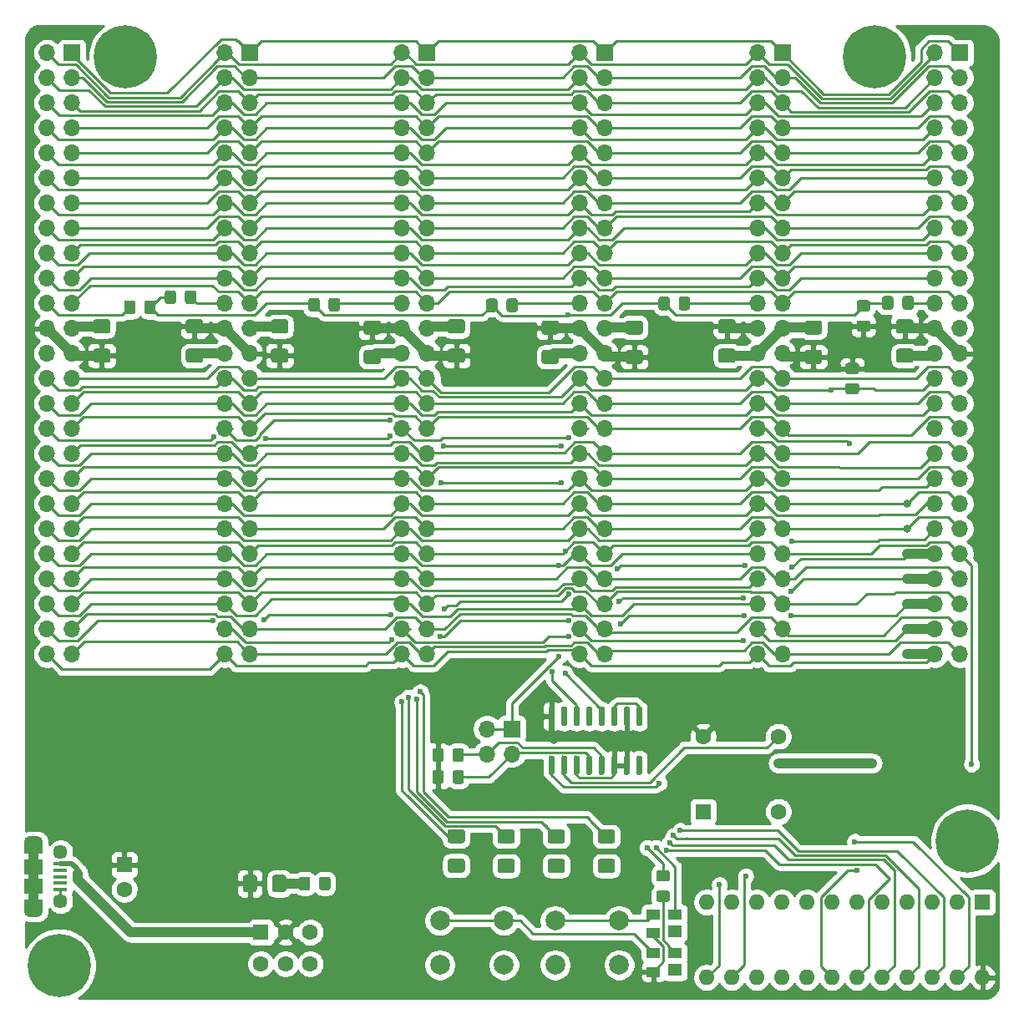
<source format=gbr>
G04 #@! TF.GenerationSoftware,KiCad,Pcbnew,(5.1.6-0-10_14)*
G04 #@! TF.CreationDate,2021-03-04T13:25:14+01:00*
G04 #@! TF.ProjectId,backplane,6261636b-706c-4616-9e65-2e6b69636164,rev?*
G04 #@! TF.SameCoordinates,Original*
G04 #@! TF.FileFunction,Copper,L1,Top*
G04 #@! TF.FilePolarity,Positive*
%FSLAX46Y46*%
G04 Gerber Fmt 4.6, Leading zero omitted, Abs format (unit mm)*
G04 Created by KiCad (PCBNEW (5.1.6-0-10_14)) date 2021-03-04 13:25:14*
%MOMM*%
%LPD*%
G01*
G04 APERTURE LIST*
G04 #@! TA.AperFunction,ComponentPad*
%ADD10C,6.400000*%
G04 #@! TD*
G04 #@! TA.AperFunction,ComponentPad*
%ADD11O,1.700000X1.700000*%
G04 #@! TD*
G04 #@! TA.AperFunction,ComponentPad*
%ADD12R,1.700000X1.700000*%
G04 #@! TD*
G04 #@! TA.AperFunction,ComponentPad*
%ADD13C,1.600000*%
G04 #@! TD*
G04 #@! TA.AperFunction,ComponentPad*
%ADD14R,1.600000X1.600000*%
G04 #@! TD*
G04 #@! TA.AperFunction,SMDPad,CuDef*
%ADD15R,1.900000X1.200000*%
G04 #@! TD*
G04 #@! TA.AperFunction,ComponentPad*
%ADD16O,1.900000X1.200000*%
G04 #@! TD*
G04 #@! TA.AperFunction,SMDPad,CuDef*
%ADD17R,1.900000X1.500000*%
G04 #@! TD*
G04 #@! TA.AperFunction,ComponentPad*
%ADD18C,1.450000*%
G04 #@! TD*
G04 #@! TA.AperFunction,SMDPad,CuDef*
%ADD19R,1.350000X0.400000*%
G04 #@! TD*
G04 #@! TA.AperFunction,ComponentPad*
%ADD20O,1.600000X1.600000*%
G04 #@! TD*
G04 #@! TA.AperFunction,ComponentPad*
%ADD21C,2.000000*%
G04 #@! TD*
G04 #@! TA.AperFunction,SMDPad,CuDef*
%ADD22R,1.400000X1.000000*%
G04 #@! TD*
G04 #@! TA.AperFunction,SMDPad,CuDef*
%ADD23R,1.400000X1.200000*%
G04 #@! TD*
G04 #@! TA.AperFunction,ViaPad*
%ADD24C,0.800000*%
G04 #@! TD*
G04 #@! TA.AperFunction,ViaPad*
%ADD25C,0.600000*%
G04 #@! TD*
G04 #@! TA.AperFunction,Conductor*
%ADD26C,0.250000*%
G04 #@! TD*
G04 #@! TA.AperFunction,Conductor*
%ADD27C,1.000000*%
G04 #@! TD*
G04 #@! TA.AperFunction,Conductor*
%ADD28C,0.500000*%
G04 #@! TD*
G04 #@! TA.AperFunction,Conductor*
%ADD29C,0.254000*%
G04 #@! TD*
G04 APERTURE END LIST*
D10*
G04 #@! TO.P,H4,1*
G04 #@! TO.N,GND*
X96139000Y-83312000D03*
G04 #@! TD*
G04 #@! TO.P,H3,1*
G04 #@! TO.N,GND*
X10795000Y-3810000D03*
G04 #@! TD*
G04 #@! TO.P,H2,1*
G04 #@! TO.N,GND*
X4064000Y-95948500D03*
G04 #@! TD*
G04 #@! TO.P,H1,1*
G04 #@! TO.N,GND*
X86677500Y-3810000D03*
G04 #@! TD*
G04 #@! TO.P,R18,2*
G04 #@! TO.N,/DS2*
G04 #@! TA.AperFunction,SMDPad,CuDef*
G36*
G01*
X43947500Y-75062501D02*
X43947500Y-74162499D01*
G75*
G02*
X44197499Y-73912500I249999J0D01*
G01*
X44847501Y-73912500D01*
G75*
G02*
X45097500Y-74162499I0J-249999D01*
G01*
X45097500Y-75062501D01*
G75*
G02*
X44847501Y-75312500I-249999J0D01*
G01*
X44197499Y-75312500D01*
G75*
G02*
X43947500Y-75062501I0J249999D01*
G01*
G37*
G04 #@! TD.AperFunction*
G04 #@! TO.P,R18,1*
G04 #@! TO.N,+5V*
G04 #@! TA.AperFunction,SMDPad,CuDef*
G36*
G01*
X41897500Y-75062501D02*
X41897500Y-74162499D01*
G75*
G02*
X42147499Y-73912500I249999J0D01*
G01*
X42797501Y-73912500D01*
G75*
G02*
X43047500Y-74162499I0J-249999D01*
G01*
X43047500Y-75062501D01*
G75*
G02*
X42797501Y-75312500I-249999J0D01*
G01*
X42147499Y-75312500D01*
G75*
G02*
X41897500Y-75062501I0J249999D01*
G01*
G37*
G04 #@! TD.AperFunction*
G04 #@! TD*
G04 #@! TO.P,R17,2*
G04 #@! TO.N,/DS1*
G04 #@! TA.AperFunction,SMDPad,CuDef*
G36*
G01*
X43947500Y-77285001D02*
X43947500Y-76384999D01*
G75*
G02*
X44197499Y-76135000I249999J0D01*
G01*
X44847501Y-76135000D01*
G75*
G02*
X45097500Y-76384999I0J-249999D01*
G01*
X45097500Y-77285001D01*
G75*
G02*
X44847501Y-77535000I-249999J0D01*
G01*
X44197499Y-77535000D01*
G75*
G02*
X43947500Y-77285001I0J249999D01*
G01*
G37*
G04 #@! TD.AperFunction*
G04 #@! TO.P,R17,1*
G04 #@! TO.N,+5V*
G04 #@! TA.AperFunction,SMDPad,CuDef*
G36*
G01*
X41897500Y-77285001D02*
X41897500Y-76384999D01*
G75*
G02*
X42147499Y-76135000I249999J0D01*
G01*
X42797501Y-76135000D01*
G75*
G02*
X43047500Y-76384999I0J-249999D01*
G01*
X43047500Y-77285001D01*
G75*
G02*
X42797501Y-77535000I-249999J0D01*
G01*
X42147499Y-77535000D01*
G75*
G02*
X41897500Y-77285001I0J249999D01*
G01*
G37*
G04 #@! TD.AperFunction*
G04 #@! TD*
G04 #@! TO.P,D7,2*
G04 #@! TO.N,Net-(D7-Pad2)*
G04 #@! TA.AperFunction,SMDPad,CuDef*
G36*
G01*
X31374500Y-29406001D02*
X31374500Y-28505999D01*
G75*
G02*
X31624499Y-28256000I249999J0D01*
G01*
X32274501Y-28256000D01*
G75*
G02*
X32524500Y-28505999I0J-249999D01*
G01*
X32524500Y-29406001D01*
G75*
G02*
X32274501Y-29656000I-249999J0D01*
G01*
X31624499Y-29656000D01*
G75*
G02*
X31374500Y-29406001I0J249999D01*
G01*
G37*
G04 #@! TD.AperFunction*
G04 #@! TO.P,D7,1*
G04 #@! TO.N,~SLOW~*
G04 #@! TA.AperFunction,SMDPad,CuDef*
G36*
G01*
X29324500Y-29406001D02*
X29324500Y-28505999D01*
G75*
G02*
X29574499Y-28256000I249999J0D01*
G01*
X30224501Y-28256000D01*
G75*
G02*
X30474500Y-28505999I0J-249999D01*
G01*
X30474500Y-29406001D01*
G75*
G02*
X30224501Y-29656000I-249999J0D01*
G01*
X29574499Y-29656000D01*
G75*
G02*
X29324500Y-29406001I0J249999D01*
G01*
G37*
G04 #@! TD.AperFunction*
G04 #@! TD*
G04 #@! TO.P,D6,2*
G04 #@! TO.N,Net-(D6-Pad2)*
G04 #@! TA.AperFunction,SMDPad,CuDef*
G36*
G01*
X49408500Y-29469501D02*
X49408500Y-28569499D01*
G75*
G02*
X49658499Y-28319500I249999J0D01*
G01*
X50308501Y-28319500D01*
G75*
G02*
X50558500Y-28569499I0J-249999D01*
G01*
X50558500Y-29469501D01*
G75*
G02*
X50308501Y-29719500I-249999J0D01*
G01*
X49658499Y-29719500D01*
G75*
G02*
X49408500Y-29469501I0J249999D01*
G01*
G37*
G04 #@! TD.AperFunction*
G04 #@! TO.P,D6,1*
G04 #@! TO.N,~SLOW~*
G04 #@! TA.AperFunction,SMDPad,CuDef*
G36*
G01*
X47358500Y-29469501D02*
X47358500Y-28569499D01*
G75*
G02*
X47608499Y-28319500I249999J0D01*
G01*
X48258501Y-28319500D01*
G75*
G02*
X48508500Y-28569499I0J-249999D01*
G01*
X48508500Y-29469501D01*
G75*
G02*
X48258501Y-29719500I-249999J0D01*
G01*
X47608499Y-29719500D01*
G75*
G02*
X47358500Y-29469501I0J249999D01*
G01*
G37*
G04 #@! TD.AperFunction*
G04 #@! TD*
G04 #@! TO.P,D5,2*
G04 #@! TO.N,Net-(D5-Pad2)*
G04 #@! TA.AperFunction,SMDPad,CuDef*
G36*
G01*
X11805500Y-28759999D02*
X11805500Y-29660001D01*
G75*
G02*
X11555501Y-29910000I-249999J0D01*
G01*
X10905499Y-29910000D01*
G75*
G02*
X10655500Y-29660001I0J249999D01*
G01*
X10655500Y-28759999D01*
G75*
G02*
X10905499Y-28510000I249999J0D01*
G01*
X11555501Y-28510000D01*
G75*
G02*
X11805500Y-28759999I0J-249999D01*
G01*
G37*
G04 #@! TD.AperFunction*
G04 #@! TO.P,D5,1*
G04 #@! TO.N,~SLOW~*
G04 #@! TA.AperFunction,SMDPad,CuDef*
G36*
G01*
X13855500Y-28759999D02*
X13855500Y-29660001D01*
G75*
G02*
X13605501Y-29910000I-249999J0D01*
G01*
X12955499Y-29910000D01*
G75*
G02*
X12705500Y-29660001I0J249999D01*
G01*
X12705500Y-28759999D01*
G75*
G02*
X12955499Y-28510000I249999J0D01*
G01*
X13605501Y-28510000D01*
G75*
G02*
X13855500Y-28759999I0J-249999D01*
G01*
G37*
G04 #@! TD.AperFunction*
G04 #@! TD*
G04 #@! TO.P,D4,2*
G04 #@! TO.N,Net-(D4-Pad2)*
G04 #@! TA.AperFunction,SMDPad,CuDef*
G36*
G01*
X66871000Y-29279001D02*
X66871000Y-28378999D01*
G75*
G02*
X67120999Y-28129000I249999J0D01*
G01*
X67771001Y-28129000D01*
G75*
G02*
X68021000Y-28378999I0J-249999D01*
G01*
X68021000Y-29279001D01*
G75*
G02*
X67771001Y-29529000I-249999J0D01*
G01*
X67120999Y-29529000D01*
G75*
G02*
X66871000Y-29279001I0J249999D01*
G01*
G37*
G04 #@! TD.AperFunction*
G04 #@! TO.P,D4,1*
G04 #@! TO.N,~SLOW~*
G04 #@! TA.AperFunction,SMDPad,CuDef*
G36*
G01*
X64821000Y-29279001D02*
X64821000Y-28378999D01*
G75*
G02*
X65070999Y-28129000I249999J0D01*
G01*
X65721001Y-28129000D01*
G75*
G02*
X65971000Y-28378999I0J-249999D01*
G01*
X65971000Y-29279001D01*
G75*
G02*
X65721001Y-29529000I-249999J0D01*
G01*
X65070999Y-29529000D01*
G75*
G02*
X64821000Y-29279001I0J249999D01*
G01*
G37*
G04 #@! TD.AperFunction*
G04 #@! TD*
G04 #@! TO.P,D3,2*
G04 #@! TO.N,Net-(D3-Pad2)*
G04 #@! TA.AperFunction,SMDPad,CuDef*
G36*
G01*
X89540500Y-29215501D02*
X89540500Y-28315499D01*
G75*
G02*
X89790499Y-28065500I249999J0D01*
G01*
X90440501Y-28065500D01*
G75*
G02*
X90690500Y-28315499I0J-249999D01*
G01*
X90690500Y-29215501D01*
G75*
G02*
X90440501Y-29465500I-249999J0D01*
G01*
X89790499Y-29465500D01*
G75*
G02*
X89540500Y-29215501I0J249999D01*
G01*
G37*
G04 #@! TD.AperFunction*
G04 #@! TO.P,D3,1*
G04 #@! TO.N,~SLOW~*
G04 #@! TA.AperFunction,SMDPad,CuDef*
G36*
G01*
X87490500Y-29215501D02*
X87490500Y-28315499D01*
G75*
G02*
X87740499Y-28065500I249999J0D01*
G01*
X88390501Y-28065500D01*
G75*
G02*
X88640500Y-28315499I0J-249999D01*
G01*
X88640500Y-29215501D01*
G75*
G02*
X88390501Y-29465500I-249999J0D01*
G01*
X87740499Y-29465500D01*
G75*
G02*
X87490500Y-29215501I0J249999D01*
G01*
G37*
G04 #@! TD.AperFunction*
G04 #@! TD*
G04 #@! TO.P,D2,2*
G04 #@! TO.N,Net-(D2-Pad2)*
G04 #@! TA.AperFunction,SMDPad,CuDef*
G36*
G01*
X16824000Y-28644001D02*
X16824000Y-27743999D01*
G75*
G02*
X17073999Y-27494000I249999J0D01*
G01*
X17724001Y-27494000D01*
G75*
G02*
X17974000Y-27743999I0J-249999D01*
G01*
X17974000Y-28644001D01*
G75*
G02*
X17724001Y-28894000I-249999J0D01*
G01*
X17073999Y-28894000D01*
G75*
G02*
X16824000Y-28644001I0J249999D01*
G01*
G37*
G04 #@! TD.AperFunction*
G04 #@! TO.P,D2,1*
G04 #@! TO.N,~SLOW~*
G04 #@! TA.AperFunction,SMDPad,CuDef*
G36*
G01*
X14774000Y-28644001D02*
X14774000Y-27743999D01*
G75*
G02*
X15023999Y-27494000I249999J0D01*
G01*
X15674001Y-27494000D01*
G75*
G02*
X15924000Y-27743999I0J-249999D01*
G01*
X15924000Y-28644001D01*
G75*
G02*
X15674001Y-28894000I-249999J0D01*
G01*
X15023999Y-28894000D01*
G75*
G02*
X14774000Y-28644001I0J249999D01*
G01*
G37*
G04 #@! TD.AperFunction*
G04 #@! TD*
D11*
G04 #@! TO.P,J2,4*
G04 #@! TO.N,/DS2*
X47434500Y-74485500D03*
G04 #@! TO.P,J2,3*
G04 #@! TO.N,~SLOW~*
X47434500Y-71945500D03*
G04 #@! TO.P,J2,2*
G04 #@! TO.N,/DS1*
X49974500Y-74485500D03*
D12*
G04 #@! TO.P,J2,1*
G04 #@! TO.N,~SLOW~*
X49974500Y-71945500D03*
G04 #@! TD*
G04 #@! TO.P,U1,16*
G04 #@! TO.N,+5V*
G04 #@! TA.AperFunction,SMDPad,CuDef*
G36*
G01*
X54125000Y-71652000D02*
X53825000Y-71652000D01*
G75*
G02*
X53675000Y-71502000I0J150000D01*
G01*
X53675000Y-69852000D01*
G75*
G02*
X53825000Y-69702000I150000J0D01*
G01*
X54125000Y-69702000D01*
G75*
G02*
X54275000Y-69852000I0J-150000D01*
G01*
X54275000Y-71502000D01*
G75*
G02*
X54125000Y-71652000I-150000J0D01*
G01*
G37*
G04 #@! TD.AperFunction*
G04 #@! TO.P,U1,15*
G04 #@! TO.N,Net-(U1-Pad15)*
G04 #@! TA.AperFunction,SMDPad,CuDef*
G36*
G01*
X55395000Y-71652000D02*
X55095000Y-71652000D01*
G75*
G02*
X54945000Y-71502000I0J150000D01*
G01*
X54945000Y-69852000D01*
G75*
G02*
X55095000Y-69702000I150000J0D01*
G01*
X55395000Y-69702000D01*
G75*
G02*
X55545000Y-69852000I0J-150000D01*
G01*
X55545000Y-71502000D01*
G75*
G02*
X55395000Y-71652000I-150000J0D01*
G01*
G37*
G04 #@! TD.AperFunction*
G04 #@! TO.P,U1,14*
G04 #@! TO.N,CLK_12M*
G04 #@! TA.AperFunction,SMDPad,CuDef*
G36*
G01*
X56665000Y-71652000D02*
X56365000Y-71652000D01*
G75*
G02*
X56215000Y-71502000I0J150000D01*
G01*
X56215000Y-69852000D01*
G75*
G02*
X56365000Y-69702000I150000J0D01*
G01*
X56665000Y-69702000D01*
G75*
G02*
X56815000Y-69852000I0J-150000D01*
G01*
X56815000Y-71502000D01*
G75*
G02*
X56665000Y-71652000I-150000J0D01*
G01*
G37*
G04 #@! TD.AperFunction*
G04 #@! TO.P,U1,13*
G04 #@! TO.N,Net-(U1-Pad13)*
G04 #@! TA.AperFunction,SMDPad,CuDef*
G36*
G01*
X57935000Y-71652000D02*
X57635000Y-71652000D01*
G75*
G02*
X57485000Y-71502000I0J150000D01*
G01*
X57485000Y-69852000D01*
G75*
G02*
X57635000Y-69702000I150000J0D01*
G01*
X57935000Y-69702000D01*
G75*
G02*
X58085000Y-69852000I0J-150000D01*
G01*
X58085000Y-71502000D01*
G75*
G02*
X57935000Y-71652000I-150000J0D01*
G01*
G37*
G04 #@! TD.AperFunction*
G04 #@! TO.P,U1,12*
G04 #@! TO.N,CLK*
G04 #@! TA.AperFunction,SMDPad,CuDef*
G36*
G01*
X59205000Y-71652000D02*
X58905000Y-71652000D01*
G75*
G02*
X58755000Y-71502000I0J150000D01*
G01*
X58755000Y-69852000D01*
G75*
G02*
X58905000Y-69702000I150000J0D01*
G01*
X59205000Y-69702000D01*
G75*
G02*
X59355000Y-69852000I0J-150000D01*
G01*
X59355000Y-71502000D01*
G75*
G02*
X59205000Y-71652000I-150000J0D01*
G01*
G37*
G04 #@! TD.AperFunction*
G04 #@! TO.P,U1,11*
G04 #@! TO.N,Net-(U1-Pad11)*
G04 #@! TA.AperFunction,SMDPad,CuDef*
G36*
G01*
X60475000Y-71652000D02*
X60175000Y-71652000D01*
G75*
G02*
X60025000Y-71502000I0J150000D01*
G01*
X60025000Y-69852000D01*
G75*
G02*
X60175000Y-69702000I150000J0D01*
G01*
X60475000Y-69702000D01*
G75*
G02*
X60625000Y-69852000I0J-150000D01*
G01*
X60625000Y-71502000D01*
G75*
G02*
X60475000Y-71652000I-150000J0D01*
G01*
G37*
G04 #@! TD.AperFunction*
G04 #@! TO.P,U1,10*
G04 #@! TO.N,+5V*
G04 #@! TA.AperFunction,SMDPad,CuDef*
G36*
G01*
X61745000Y-71652000D02*
X61445000Y-71652000D01*
G75*
G02*
X61295000Y-71502000I0J150000D01*
G01*
X61295000Y-69852000D01*
G75*
G02*
X61445000Y-69702000I150000J0D01*
G01*
X61745000Y-69702000D01*
G75*
G02*
X61895000Y-69852000I0J-150000D01*
G01*
X61895000Y-71502000D01*
G75*
G02*
X61745000Y-71652000I-150000J0D01*
G01*
G37*
G04 #@! TD.AperFunction*
G04 #@! TO.P,U1,9*
G04 #@! TO.N,Net-(U1-Pad11)*
G04 #@! TA.AperFunction,SMDPad,CuDef*
G36*
G01*
X63015000Y-71652000D02*
X62715000Y-71652000D01*
G75*
G02*
X62565000Y-71502000I0J150000D01*
G01*
X62565000Y-69852000D01*
G75*
G02*
X62715000Y-69702000I150000J0D01*
G01*
X63015000Y-69702000D01*
G75*
G02*
X63165000Y-69852000I0J-150000D01*
G01*
X63165000Y-71502000D01*
G75*
G02*
X63015000Y-71652000I-150000J0D01*
G01*
G37*
G04 #@! TD.AperFunction*
G04 #@! TO.P,U1,8*
G04 #@! TO.N,GND*
G04 #@! TA.AperFunction,SMDPad,CuDef*
G36*
G01*
X63015000Y-76602000D02*
X62715000Y-76602000D01*
G75*
G02*
X62565000Y-76452000I0J150000D01*
G01*
X62565000Y-74802000D01*
G75*
G02*
X62715000Y-74652000I150000J0D01*
G01*
X63015000Y-74652000D01*
G75*
G02*
X63165000Y-74802000I0J-150000D01*
G01*
X63165000Y-76452000D01*
G75*
G02*
X63015000Y-76602000I-150000J0D01*
G01*
G37*
G04 #@! TD.AperFunction*
G04 #@! TO.P,U1,7*
G04 #@! TO.N,+5V*
G04 #@! TA.AperFunction,SMDPad,CuDef*
G36*
G01*
X61745000Y-76602000D02*
X61445000Y-76602000D01*
G75*
G02*
X61295000Y-76452000I0J150000D01*
G01*
X61295000Y-74802000D01*
G75*
G02*
X61445000Y-74652000I150000J0D01*
G01*
X61745000Y-74652000D01*
G75*
G02*
X61895000Y-74802000I0J-150000D01*
G01*
X61895000Y-76452000D01*
G75*
G02*
X61745000Y-76602000I-150000J0D01*
G01*
G37*
G04 #@! TD.AperFunction*
G04 #@! TO.P,U1,6*
G04 #@! TA.AperFunction,SMDPad,CuDef*
G36*
G01*
X60475000Y-76602000D02*
X60175000Y-76602000D01*
G75*
G02*
X60025000Y-76452000I0J150000D01*
G01*
X60025000Y-74802000D01*
G75*
G02*
X60175000Y-74652000I150000J0D01*
G01*
X60475000Y-74652000D01*
G75*
G02*
X60625000Y-74802000I0J-150000D01*
G01*
X60625000Y-76452000D01*
G75*
G02*
X60475000Y-76602000I-150000J0D01*
G01*
G37*
G04 #@! TD.AperFunction*
G04 #@! TO.P,U1,5*
G04 #@! TO.N,/DS2*
G04 #@! TA.AperFunction,SMDPad,CuDef*
G36*
G01*
X59205000Y-76602000D02*
X58905000Y-76602000D01*
G75*
G02*
X58755000Y-76452000I0J150000D01*
G01*
X58755000Y-74802000D01*
G75*
G02*
X58905000Y-74652000I150000J0D01*
G01*
X59205000Y-74652000D01*
G75*
G02*
X59355000Y-74802000I0J-150000D01*
G01*
X59355000Y-76452000D01*
G75*
G02*
X59205000Y-76602000I-150000J0D01*
G01*
G37*
G04 #@! TD.AperFunction*
G04 #@! TO.P,U1,4*
G04 #@! TO.N,/DS1*
G04 #@! TA.AperFunction,SMDPad,CuDef*
G36*
G01*
X57935000Y-76602000D02*
X57635000Y-76602000D01*
G75*
G02*
X57485000Y-76452000I0J150000D01*
G01*
X57485000Y-74802000D01*
G75*
G02*
X57635000Y-74652000I150000J0D01*
G01*
X57935000Y-74652000D01*
G75*
G02*
X58085000Y-74802000I0J-150000D01*
G01*
X58085000Y-76452000D01*
G75*
G02*
X57935000Y-76602000I-150000J0D01*
G01*
G37*
G04 #@! TD.AperFunction*
G04 #@! TO.P,U1,3*
G04 #@! TO.N,+5V*
G04 #@! TA.AperFunction,SMDPad,CuDef*
G36*
G01*
X56665000Y-76602000D02*
X56365000Y-76602000D01*
G75*
G02*
X56215000Y-76452000I0J150000D01*
G01*
X56215000Y-74802000D01*
G75*
G02*
X56365000Y-74652000I150000J0D01*
G01*
X56665000Y-74652000D01*
G75*
G02*
X56815000Y-74802000I0J-150000D01*
G01*
X56815000Y-76452000D01*
G75*
G02*
X56665000Y-76602000I-150000J0D01*
G01*
G37*
G04 #@! TD.AperFunction*
G04 #@! TO.P,U1,2*
G04 #@! TO.N,/CLK_24M*
G04 #@! TA.AperFunction,SMDPad,CuDef*
G36*
G01*
X55395000Y-76602000D02*
X55095000Y-76602000D01*
G75*
G02*
X54945000Y-76452000I0J150000D01*
G01*
X54945000Y-74802000D01*
G75*
G02*
X55095000Y-74652000I150000J0D01*
G01*
X55395000Y-74652000D01*
G75*
G02*
X55545000Y-74802000I0J-150000D01*
G01*
X55545000Y-76452000D01*
G75*
G02*
X55395000Y-76602000I-150000J0D01*
G01*
G37*
G04 #@! TD.AperFunction*
G04 #@! TO.P,U1,1*
G04 #@! TO.N,~RESET~*
G04 #@! TA.AperFunction,SMDPad,CuDef*
G36*
G01*
X54125000Y-76602000D02*
X53825000Y-76602000D01*
G75*
G02*
X53675000Y-76452000I0J150000D01*
G01*
X53675000Y-74802000D01*
G75*
G02*
X53825000Y-74652000I150000J0D01*
G01*
X54125000Y-74652000D01*
G75*
G02*
X54275000Y-74802000I0J-150000D01*
G01*
X54275000Y-76452000D01*
G75*
G02*
X54125000Y-76602000I-150000J0D01*
G01*
G37*
G04 #@! TD.AperFunction*
G04 #@! TD*
G04 #@! TO.P,R16,2*
G04 #@! TO.N,Net-(R16-Pad2)*
G04 #@! TA.AperFunction,SMDPad,CuDef*
G36*
G01*
X64827999Y-88334000D02*
X65728001Y-88334000D01*
G75*
G02*
X65978000Y-88583999I0J-249999D01*
G01*
X65978000Y-89234001D01*
G75*
G02*
X65728001Y-89484000I-249999J0D01*
G01*
X64827999Y-89484000D01*
G75*
G02*
X64578000Y-89234001I0J249999D01*
G01*
X64578000Y-88583999D01*
G75*
G02*
X64827999Y-88334000I249999J0D01*
G01*
G37*
G04 #@! TD.AperFunction*
G04 #@! TO.P,R16,1*
G04 #@! TO.N,~NMI~*
G04 #@! TA.AperFunction,SMDPad,CuDef*
G36*
G01*
X64827999Y-86284000D02*
X65728001Y-86284000D01*
G75*
G02*
X65978000Y-86533999I0J-249999D01*
G01*
X65978000Y-87184001D01*
G75*
G02*
X65728001Y-87434000I-249999J0D01*
G01*
X64827999Y-87434000D01*
G75*
G02*
X64578000Y-87184001I0J249999D01*
G01*
X64578000Y-86533999D01*
G75*
G02*
X64827999Y-86284000I249999J0D01*
G01*
G37*
G04 #@! TD.AperFunction*
G04 #@! TD*
G04 #@! TO.P,R15,2*
G04 #@! TO.N,~SSEL~*
G04 #@! TA.AperFunction,SMDPad,CuDef*
G36*
G01*
X84004999Y-36899000D02*
X84905001Y-36899000D01*
G75*
G02*
X85155000Y-37148999I0J-249999D01*
G01*
X85155000Y-37799001D01*
G75*
G02*
X84905001Y-38049000I-249999J0D01*
G01*
X84004999Y-38049000D01*
G75*
G02*
X83755000Y-37799001I0J249999D01*
G01*
X83755000Y-37148999D01*
G75*
G02*
X84004999Y-36899000I249999J0D01*
G01*
G37*
G04 #@! TD.AperFunction*
G04 #@! TO.P,R15,1*
G04 #@! TO.N,+5V*
G04 #@! TA.AperFunction,SMDPad,CuDef*
G36*
G01*
X84004999Y-34849000D02*
X84905001Y-34849000D01*
G75*
G02*
X85155000Y-35098999I0J-249999D01*
G01*
X85155000Y-35749001D01*
G75*
G02*
X84905001Y-35999000I-249999J0D01*
G01*
X84004999Y-35999000D01*
G75*
G02*
X83755000Y-35749001I0J249999D01*
G01*
X83755000Y-35098999D01*
G75*
G02*
X84004999Y-34849000I249999J0D01*
G01*
G37*
G04 #@! TD.AperFunction*
G04 #@! TD*
D13*
G04 #@! TO.P,X1,4*
G04 #@! TO.N,GND*
X76962000Y-80327500D03*
G04 #@! TO.P,X1,5*
G04 #@! TO.N,/CLK_24M*
X76962000Y-72707500D03*
G04 #@! TO.P,X1,8*
G04 #@! TO.N,+5V*
X69342000Y-72707500D03*
D14*
G04 #@! TO.P,X1,1*
G04 #@! TO.N,Net-(X1-Pad1)*
X69342000Y-80327500D03*
G04 #@! TD*
D15*
G04 #@! TO.P,J1,6*
G04 #@! TO.N,GND*
X1493000Y-84031500D03*
X1493000Y-89831500D03*
D16*
X1493000Y-90431500D03*
X1493000Y-83431500D03*
D17*
X1493000Y-85931500D03*
D18*
X4193000Y-89431500D03*
D19*
G04 #@! TO.P,J1,3*
G04 #@! TO.N,Net-(J1-Pad3)*
X4193000Y-86931500D03*
G04 #@! TO.P,J1,4*
G04 #@! TO.N,Net-(J1-Pad4)*
X4193000Y-87581500D03*
G04 #@! TO.P,J1,5*
G04 #@! TO.N,GND*
X4193000Y-88231500D03*
G04 #@! TO.P,J1,1*
G04 #@! TO.N,Net-(J1-Pad1)*
X4193000Y-85631500D03*
G04 #@! TO.P,J1,2*
G04 #@! TO.N,Net-(J1-Pad2)*
X4193000Y-86281500D03*
D18*
G04 #@! TO.P,J1,6*
G04 #@! TO.N,GND*
X4193000Y-84431500D03*
D17*
X1493000Y-87931500D03*
G04 #@! TD*
G04 #@! TO.P,C3,2*
G04 #@! TO.N,+5V*
G04 #@! TA.AperFunction,SMDPad,CuDef*
G36*
G01*
X79893000Y-33541000D02*
X81143000Y-33541000D01*
G75*
G02*
X81393000Y-33791000I0J-250000D01*
G01*
X81393000Y-34716000D01*
G75*
G02*
X81143000Y-34966000I-250000J0D01*
G01*
X79893000Y-34966000D01*
G75*
G02*
X79643000Y-34716000I0J250000D01*
G01*
X79643000Y-33791000D01*
G75*
G02*
X79893000Y-33541000I250000J0D01*
G01*
G37*
G04 #@! TD.AperFunction*
G04 #@! TO.P,C3,1*
G04 #@! TO.N,GND*
G04 #@! TA.AperFunction,SMDPad,CuDef*
G36*
G01*
X79893000Y-30566000D02*
X81143000Y-30566000D01*
G75*
G02*
X81393000Y-30816000I0J-250000D01*
G01*
X81393000Y-31741000D01*
G75*
G02*
X81143000Y-31991000I-250000J0D01*
G01*
X79893000Y-31991000D01*
G75*
G02*
X79643000Y-31741000I0J250000D01*
G01*
X79643000Y-30816000D01*
G75*
G02*
X79893000Y-30566000I250000J0D01*
G01*
G37*
G04 #@! TD.AperFunction*
G04 #@! TD*
D20*
G04 #@! TO.P,U4,24*
G04 #@! TO.N,+5V*
X97663000Y-97155000D03*
G04 #@! TO.P,U4,12*
G04 #@! TO.N,GND*
X69723000Y-89535000D03*
G04 #@! TO.P,U4,23*
G04 #@! TO.N,~SLOT1~*
X95123000Y-97155000D03*
G04 #@! TO.P,U4,11*
G04 #@! TO.N,A13*
X72263000Y-89535000D03*
G04 #@! TO.P,U4,22*
G04 #@! TO.N,~SLOT2~*
X92583000Y-97155000D03*
G04 #@! TO.P,U4,10*
G04 #@! TO.N,A12*
X74803000Y-89535000D03*
G04 #@! TO.P,U4,21*
G04 #@! TO.N,~SLOT3~*
X90043000Y-97155000D03*
G04 #@! TO.P,U4,9*
G04 #@! TO.N,A11*
X77343000Y-89535000D03*
G04 #@! TO.P,U4,20*
G04 #@! TO.N,~SLOT4~*
X87503000Y-97155000D03*
G04 #@! TO.P,U4,8*
G04 #@! TO.N,A10*
X79883000Y-89535000D03*
G04 #@! TO.P,U4,19*
G04 #@! TO.N,~SLOT5~*
X84963000Y-97155000D03*
G04 #@! TO.P,U4,7*
G04 #@! TO.N,A9*
X82423000Y-89535000D03*
G04 #@! TO.P,U4,18*
G04 #@! TO.N,~SSEL~*
X82423000Y-97155000D03*
G04 #@! TO.P,U4,6*
G04 #@! TO.N,A8*
X84963000Y-89535000D03*
G04 #@! TO.P,U4,17*
G04 #@! TO.N,Net-(U4-Pad17)*
X79883000Y-97155000D03*
G04 #@! TO.P,U4,5*
G04 #@! TO.N,A7*
X87503000Y-89535000D03*
G04 #@! TO.P,U4,16*
G04 #@! TO.N,Net-(U4-Pad16)*
X77343000Y-97155000D03*
G04 #@! TO.P,U4,4*
G04 #@! TO.N,A6*
X90043000Y-89535000D03*
G04 #@! TO.P,U4,15*
G04 #@! TO.N,Net-(U4-Pad15)*
X74803000Y-97155000D03*
G04 #@! TO.P,U4,3*
G04 #@! TO.N,A5*
X92583000Y-89535000D03*
G04 #@! TO.P,U4,14*
G04 #@! TO.N,A15*
X72263000Y-97155000D03*
G04 #@! TO.P,U4,2*
G04 #@! TO.N,A4*
X95123000Y-89535000D03*
G04 #@! TO.P,U4,13*
G04 #@! TO.N,A14*
X69723000Y-97155000D03*
D14*
G04 #@! TO.P,U4,1*
G04 #@! TO.N,CLK*
X97663000Y-89535000D03*
G04 #@! TD*
G04 #@! TO.P,LED4,2*
G04 #@! TO.N,LED4*
G04 #@! TA.AperFunction,SMDPad,CuDef*
G36*
G01*
X60162600Y-83578400D02*
X58912600Y-83578400D01*
G75*
G02*
X58662600Y-83328400I0J250000D01*
G01*
X58662600Y-82403400D01*
G75*
G02*
X58912600Y-82153400I250000J0D01*
G01*
X60162600Y-82153400D01*
G75*
G02*
X60412600Y-82403400I0J-250000D01*
G01*
X60412600Y-83328400D01*
G75*
G02*
X60162600Y-83578400I-250000J0D01*
G01*
G37*
G04 #@! TD.AperFunction*
G04 #@! TO.P,LED4,1*
G04 #@! TO.N,Net-(LED4-Pad1)*
G04 #@! TA.AperFunction,SMDPad,CuDef*
G36*
G01*
X60162600Y-86553400D02*
X58912600Y-86553400D01*
G75*
G02*
X58662600Y-86303400I0J250000D01*
G01*
X58662600Y-85378400D01*
G75*
G02*
X58912600Y-85128400I250000J0D01*
G01*
X60162600Y-85128400D01*
G75*
G02*
X60412600Y-85378400I0J-250000D01*
G01*
X60412600Y-86303400D01*
G75*
G02*
X60162600Y-86553400I-250000J0D01*
G01*
G37*
G04 #@! TD.AperFunction*
G04 #@! TD*
G04 #@! TO.P,LED3,2*
G04 #@! TO.N,LED3*
G04 #@! TA.AperFunction,SMDPad,CuDef*
G36*
G01*
X55082600Y-83578400D02*
X53832600Y-83578400D01*
G75*
G02*
X53582600Y-83328400I0J250000D01*
G01*
X53582600Y-82403400D01*
G75*
G02*
X53832600Y-82153400I250000J0D01*
G01*
X55082600Y-82153400D01*
G75*
G02*
X55332600Y-82403400I0J-250000D01*
G01*
X55332600Y-83328400D01*
G75*
G02*
X55082600Y-83578400I-250000J0D01*
G01*
G37*
G04 #@! TD.AperFunction*
G04 #@! TO.P,LED3,1*
G04 #@! TO.N,Net-(LED3-Pad1)*
G04 #@! TA.AperFunction,SMDPad,CuDef*
G36*
G01*
X55082600Y-86553400D02*
X53832600Y-86553400D01*
G75*
G02*
X53582600Y-86303400I0J250000D01*
G01*
X53582600Y-85378400D01*
G75*
G02*
X53832600Y-85128400I250000J0D01*
G01*
X55082600Y-85128400D01*
G75*
G02*
X55332600Y-85378400I0J-250000D01*
G01*
X55332600Y-86303400D01*
G75*
G02*
X55082600Y-86553400I-250000J0D01*
G01*
G37*
G04 #@! TD.AperFunction*
G04 #@! TD*
G04 #@! TO.P,LED2,2*
G04 #@! TO.N,LED2*
G04 #@! TA.AperFunction,SMDPad,CuDef*
G36*
G01*
X50002600Y-83578400D02*
X48752600Y-83578400D01*
G75*
G02*
X48502600Y-83328400I0J250000D01*
G01*
X48502600Y-82403400D01*
G75*
G02*
X48752600Y-82153400I250000J0D01*
G01*
X50002600Y-82153400D01*
G75*
G02*
X50252600Y-82403400I0J-250000D01*
G01*
X50252600Y-83328400D01*
G75*
G02*
X50002600Y-83578400I-250000J0D01*
G01*
G37*
G04 #@! TD.AperFunction*
G04 #@! TO.P,LED2,1*
G04 #@! TO.N,Net-(LED2-Pad1)*
G04 #@! TA.AperFunction,SMDPad,CuDef*
G36*
G01*
X50002600Y-86553400D02*
X48752600Y-86553400D01*
G75*
G02*
X48502600Y-86303400I0J250000D01*
G01*
X48502600Y-85378400D01*
G75*
G02*
X48752600Y-85128400I250000J0D01*
G01*
X50002600Y-85128400D01*
G75*
G02*
X50252600Y-85378400I0J-250000D01*
G01*
X50252600Y-86303400D01*
G75*
G02*
X50002600Y-86553400I-250000J0D01*
G01*
G37*
G04 #@! TD.AperFunction*
G04 #@! TD*
G04 #@! TO.P,LED1,2*
G04 #@! TO.N,LED1*
G04 #@! TA.AperFunction,SMDPad,CuDef*
G36*
G01*
X44948000Y-83553000D02*
X43698000Y-83553000D01*
G75*
G02*
X43448000Y-83303000I0J250000D01*
G01*
X43448000Y-82378000D01*
G75*
G02*
X43698000Y-82128000I250000J0D01*
G01*
X44948000Y-82128000D01*
G75*
G02*
X45198000Y-82378000I0J-250000D01*
G01*
X45198000Y-83303000D01*
G75*
G02*
X44948000Y-83553000I-250000J0D01*
G01*
G37*
G04 #@! TD.AperFunction*
G04 #@! TO.P,LED1,1*
G04 #@! TO.N,Net-(LED1-Pad1)*
G04 #@! TA.AperFunction,SMDPad,CuDef*
G36*
G01*
X44948000Y-86528000D02*
X43698000Y-86528000D01*
G75*
G02*
X43448000Y-86278000I0J250000D01*
G01*
X43448000Y-85353000D01*
G75*
G02*
X43698000Y-85103000I250000J0D01*
G01*
X44948000Y-85103000D01*
G75*
G02*
X45198000Y-85353000I0J-250000D01*
G01*
X45198000Y-86278000D01*
G75*
G02*
X44948000Y-86528000I-250000J0D01*
G01*
G37*
G04 #@! TD.AperFunction*
G04 #@! TD*
G04 #@! TO.P,R9,2*
G04 #@! TO.N,GND*
G04 #@! TA.AperFunction,SMDPad,CuDef*
G36*
G01*
X30422000Y-88080001D02*
X30422000Y-87179999D01*
G75*
G02*
X30671999Y-86930000I249999J0D01*
G01*
X31322001Y-86930000D01*
G75*
G02*
X31572000Y-87179999I0J-249999D01*
G01*
X31572000Y-88080001D01*
G75*
G02*
X31322001Y-88330000I-249999J0D01*
G01*
X30671999Y-88330000D01*
G75*
G02*
X30422000Y-88080001I0J249999D01*
G01*
G37*
G04 #@! TD.AperFunction*
G04 #@! TO.P,R9,1*
G04 #@! TO.N,Net-(D1-Pad1)*
G04 #@! TA.AperFunction,SMDPad,CuDef*
G36*
G01*
X28372000Y-88080001D02*
X28372000Y-87179999D01*
G75*
G02*
X28621999Y-86930000I249999J0D01*
G01*
X29272001Y-86930000D01*
G75*
G02*
X29522000Y-87179999I0J-249999D01*
G01*
X29522000Y-88080001D01*
G75*
G02*
X29272001Y-88330000I-249999J0D01*
G01*
X28621999Y-88330000D01*
G75*
G02*
X28372000Y-88080001I0J249999D01*
G01*
G37*
G04 #@! TD.AperFunction*
G04 #@! TD*
G04 #@! TO.P,D1,2*
G04 #@! TO.N,+5V*
G04 #@! TA.AperFunction,SMDPad,CuDef*
G36*
G01*
X24117000Y-87005000D02*
X24117000Y-88255000D01*
G75*
G02*
X23867000Y-88505000I-250000J0D01*
G01*
X22942000Y-88505000D01*
G75*
G02*
X22692000Y-88255000I0J250000D01*
G01*
X22692000Y-87005000D01*
G75*
G02*
X22942000Y-86755000I250000J0D01*
G01*
X23867000Y-86755000D01*
G75*
G02*
X24117000Y-87005000I0J-250000D01*
G01*
G37*
G04 #@! TD.AperFunction*
G04 #@! TO.P,D1,1*
G04 #@! TO.N,Net-(D1-Pad1)*
G04 #@! TA.AperFunction,SMDPad,CuDef*
G36*
G01*
X27092000Y-87005000D02*
X27092000Y-88255000D01*
G75*
G02*
X26842000Y-88505000I-250000J0D01*
G01*
X25917000Y-88505000D01*
G75*
G02*
X25667000Y-88255000I0J250000D01*
G01*
X25667000Y-87005000D01*
G75*
G02*
X25917000Y-86755000I250000J0D01*
G01*
X26842000Y-86755000D01*
G75*
G02*
X27092000Y-87005000I0J-250000D01*
G01*
G37*
G04 #@! TD.AperFunction*
G04 #@! TD*
D21*
G04 #@! TO.P,RESET1,1*
G04 #@! TO.N,GND*
X54333000Y-95885000D03*
G04 #@! TO.P,RESET1,2*
G04 #@! TO.N,Net-(RESET1-Pad2)*
X54333000Y-91385000D03*
G04 #@! TO.P,RESET1,1*
G04 #@! TO.N,GND*
X60833000Y-95885000D03*
G04 #@! TO.P,RESET1,2*
G04 #@! TO.N,Net-(RESET1-Pad2)*
X60833000Y-91385000D03*
G04 #@! TD*
G04 #@! TO.P,NMI1,1*
G04 #@! TO.N,GND*
X42649000Y-95885000D03*
G04 #@! TO.P,NMI1,2*
G04 #@! TO.N,Net-(NMI1-Pad2)*
X42649000Y-91385000D03*
G04 #@! TO.P,NMI1,1*
G04 #@! TO.N,GND*
X49149000Y-95885000D03*
G04 #@! TO.P,NMI1,2*
G04 #@! TO.N,Net-(NMI1-Pad2)*
X49149000Y-91385000D03*
G04 #@! TD*
D22*
G04 #@! TO.P,U3,4*
G04 #@! TO.N,+5V*
X64305000Y-96581000D03*
G04 #@! TO.P,U3,3*
G04 #@! TO.N,Net-(NMI1-Pad2)*
X64305000Y-94681000D03*
G04 #@! TO.P,U3,2*
G04 #@! TO.N,Net-(R16-Pad2)*
X66505000Y-94681000D03*
D23*
G04 #@! TO.P,U3,1*
G04 #@! TO.N,GND*
X66505000Y-96401000D03*
G04 #@! TD*
D22*
G04 #@! TO.P,U2,4*
G04 #@! TO.N,+5V*
X64305000Y-92644000D03*
G04 #@! TO.P,U2,3*
G04 #@! TO.N,Net-(RESET1-Pad2)*
X64305000Y-90744000D03*
G04 #@! TO.P,U2,2*
G04 #@! TO.N,~RESET~*
X66505000Y-90744000D03*
D23*
G04 #@! TO.P,U2,1*
G04 #@! TO.N,GND*
X66505000Y-92464000D03*
G04 #@! TD*
D13*
G04 #@! TO.P,C13,2*
G04 #@! TO.N,GND*
X10668000Y-88225000D03*
D14*
G04 #@! TO.P,C13,1*
G04 #@! TO.N,+5V*
X10668000Y-85725000D03*
G04 #@! TD*
D13*
G04 #@! TO.P,SW1,6*
G04 #@! TO.N,N/C*
X29511000Y-95783000D03*
G04 #@! TO.P,SW1,5*
X27011000Y-95783000D03*
G04 #@! TO.P,SW1,4*
X24511000Y-95783000D03*
G04 #@! TO.P,SW1,3*
X29511000Y-92583000D03*
G04 #@! TO.P,SW1,2*
G04 #@! TO.N,+5V*
X27011000Y-92583000D03*
D14*
G04 #@! TO.P,SW1,1*
G04 #@! TO.N,Net-(J1-Pad1)*
X24511000Y-92583000D03*
G04 #@! TD*
G04 #@! TO.P,C11,2*
G04 #@! TO.N,+5V*
G04 #@! TA.AperFunction,SMDPad,CuDef*
G36*
G01*
X72380000Y-31864000D02*
X71130000Y-31864000D01*
G75*
G02*
X70880000Y-31614000I0J250000D01*
G01*
X70880000Y-30689000D01*
G75*
G02*
X71130000Y-30439000I250000J0D01*
G01*
X72380000Y-30439000D01*
G75*
G02*
X72630000Y-30689000I0J-250000D01*
G01*
X72630000Y-31614000D01*
G75*
G02*
X72380000Y-31864000I-250000J0D01*
G01*
G37*
G04 #@! TD.AperFunction*
G04 #@! TO.P,C11,1*
G04 #@! TO.N,GND*
G04 #@! TA.AperFunction,SMDPad,CuDef*
G36*
G01*
X72380000Y-34839000D02*
X71130000Y-34839000D01*
G75*
G02*
X70880000Y-34589000I0J250000D01*
G01*
X70880000Y-33664000D01*
G75*
G02*
X71130000Y-33414000I250000J0D01*
G01*
X72380000Y-33414000D01*
G75*
G02*
X72630000Y-33664000I0J-250000D01*
G01*
X72630000Y-34589000D01*
G75*
G02*
X72380000Y-34839000I-250000J0D01*
G01*
G37*
G04 #@! TD.AperFunction*
G04 #@! TD*
G04 #@! TO.P,C10,2*
G04 #@! TO.N,GND*
G04 #@! TA.AperFunction,SMDPad,CuDef*
G36*
G01*
X27041000Y-31864000D02*
X25791000Y-31864000D01*
G75*
G02*
X25541000Y-31614000I0J250000D01*
G01*
X25541000Y-30689000D01*
G75*
G02*
X25791000Y-30439000I250000J0D01*
G01*
X27041000Y-30439000D01*
G75*
G02*
X27291000Y-30689000I0J-250000D01*
G01*
X27291000Y-31614000D01*
G75*
G02*
X27041000Y-31864000I-250000J0D01*
G01*
G37*
G04 #@! TD.AperFunction*
G04 #@! TO.P,C10,1*
G04 #@! TO.N,+5V*
G04 #@! TA.AperFunction,SMDPad,CuDef*
G36*
G01*
X27041000Y-34839000D02*
X25791000Y-34839000D01*
G75*
G02*
X25541000Y-34589000I0J250000D01*
G01*
X25541000Y-33664000D01*
G75*
G02*
X25791000Y-33414000I250000J0D01*
G01*
X27041000Y-33414000D01*
G75*
G02*
X27291000Y-33664000I0J-250000D01*
G01*
X27291000Y-34589000D01*
G75*
G02*
X27041000Y-34839000I-250000J0D01*
G01*
G37*
G04 #@! TD.AperFunction*
G04 #@! TD*
G04 #@! TO.P,C9,2*
G04 #@! TO.N,+5V*
G04 #@! TA.AperFunction,SMDPad,CuDef*
G36*
G01*
X61732000Y-33541000D02*
X62982000Y-33541000D01*
G75*
G02*
X63232000Y-33791000I0J-250000D01*
G01*
X63232000Y-34716000D01*
G75*
G02*
X62982000Y-34966000I-250000J0D01*
G01*
X61732000Y-34966000D01*
G75*
G02*
X61482000Y-34716000I0J250000D01*
G01*
X61482000Y-33791000D01*
G75*
G02*
X61732000Y-33541000I250000J0D01*
G01*
G37*
G04 #@! TD.AperFunction*
G04 #@! TO.P,C9,1*
G04 #@! TO.N,GND*
G04 #@! TA.AperFunction,SMDPad,CuDef*
G36*
G01*
X61732000Y-30566000D02*
X62982000Y-30566000D01*
G75*
G02*
X63232000Y-30816000I0J-250000D01*
G01*
X63232000Y-31741000D01*
G75*
G02*
X62982000Y-31991000I-250000J0D01*
G01*
X61732000Y-31991000D01*
G75*
G02*
X61482000Y-31741000I0J250000D01*
G01*
X61482000Y-30816000D01*
G75*
G02*
X61732000Y-30566000I250000J0D01*
G01*
G37*
G04 #@! TD.AperFunction*
G04 #@! TD*
G04 #@! TO.P,C8,2*
G04 #@! TO.N,GND*
G04 #@! TA.AperFunction,SMDPad,CuDef*
G36*
G01*
X17155000Y-33414000D02*
X18405000Y-33414000D01*
G75*
G02*
X18655000Y-33664000I0J-250000D01*
G01*
X18655000Y-34589000D01*
G75*
G02*
X18405000Y-34839000I-250000J0D01*
G01*
X17155000Y-34839000D01*
G75*
G02*
X16905000Y-34589000I0J250000D01*
G01*
X16905000Y-33664000D01*
G75*
G02*
X17155000Y-33414000I250000J0D01*
G01*
G37*
G04 #@! TD.AperFunction*
G04 #@! TO.P,C8,1*
G04 #@! TO.N,+5V*
G04 #@! TA.AperFunction,SMDPad,CuDef*
G36*
G01*
X17155000Y-30439000D02*
X18405000Y-30439000D01*
G75*
G02*
X18655000Y-30689000I0J-250000D01*
G01*
X18655000Y-31614000D01*
G75*
G02*
X18405000Y-31864000I-250000J0D01*
G01*
X17155000Y-31864000D01*
G75*
G02*
X16905000Y-31614000I0J250000D01*
G01*
X16905000Y-30689000D01*
G75*
G02*
X17155000Y-30439000I250000J0D01*
G01*
G37*
G04 #@! TD.AperFunction*
G04 #@! TD*
G04 #@! TO.P,C7,2*
G04 #@! TO.N,GND*
G04 #@! TA.AperFunction,SMDPad,CuDef*
G36*
G01*
X9007000Y-31864000D02*
X7757000Y-31864000D01*
G75*
G02*
X7507000Y-31614000I0J250000D01*
G01*
X7507000Y-30689000D01*
G75*
G02*
X7757000Y-30439000I250000J0D01*
G01*
X9007000Y-30439000D01*
G75*
G02*
X9257000Y-30689000I0J-250000D01*
G01*
X9257000Y-31614000D01*
G75*
G02*
X9007000Y-31864000I-250000J0D01*
G01*
G37*
G04 #@! TD.AperFunction*
G04 #@! TO.P,C7,1*
G04 #@! TO.N,+5V*
G04 #@! TA.AperFunction,SMDPad,CuDef*
G36*
G01*
X9007000Y-34839000D02*
X7757000Y-34839000D01*
G75*
G02*
X7507000Y-34589000I0J250000D01*
G01*
X7507000Y-33664000D01*
G75*
G02*
X7757000Y-33414000I250000J0D01*
G01*
X9007000Y-33414000D01*
G75*
G02*
X9257000Y-33664000I0J-250000D01*
G01*
X9257000Y-34589000D01*
G75*
G02*
X9007000Y-34839000I-250000J0D01*
G01*
G37*
G04 #@! TD.AperFunction*
G04 #@! TD*
G04 #@! TO.P,C6,2*
G04 #@! TO.N,+5V*
G04 #@! TA.AperFunction,SMDPad,CuDef*
G36*
G01*
X36439000Y-31991000D02*
X35189000Y-31991000D01*
G75*
G02*
X34939000Y-31741000I0J250000D01*
G01*
X34939000Y-30816000D01*
G75*
G02*
X35189000Y-30566000I250000J0D01*
G01*
X36439000Y-30566000D01*
G75*
G02*
X36689000Y-30816000I0J-250000D01*
G01*
X36689000Y-31741000D01*
G75*
G02*
X36439000Y-31991000I-250000J0D01*
G01*
G37*
G04 #@! TD.AperFunction*
G04 #@! TO.P,C6,1*
G04 #@! TO.N,GND*
G04 #@! TA.AperFunction,SMDPad,CuDef*
G36*
G01*
X36439000Y-34966000D02*
X35189000Y-34966000D01*
G75*
G02*
X34939000Y-34716000I0J250000D01*
G01*
X34939000Y-33791000D01*
G75*
G02*
X35189000Y-33541000I250000J0D01*
G01*
X36439000Y-33541000D01*
G75*
G02*
X36689000Y-33791000I0J-250000D01*
G01*
X36689000Y-34716000D01*
G75*
G02*
X36439000Y-34966000I-250000J0D01*
G01*
G37*
G04 #@! TD.AperFunction*
G04 #@! TD*
G04 #@! TO.P,C14,2*
G04 #@! TO.N,GND*
G04 #@! TA.AperFunction,SMDPad,CuDef*
G36*
G01*
X53223000Y-33541000D02*
X54473000Y-33541000D01*
G75*
G02*
X54723000Y-33791000I0J-250000D01*
G01*
X54723000Y-34716000D01*
G75*
G02*
X54473000Y-34966000I-250000J0D01*
G01*
X53223000Y-34966000D01*
G75*
G02*
X52973000Y-34716000I0J250000D01*
G01*
X52973000Y-33791000D01*
G75*
G02*
X53223000Y-33541000I250000J0D01*
G01*
G37*
G04 #@! TD.AperFunction*
G04 #@! TO.P,C14,1*
G04 #@! TO.N,+5V*
G04 #@! TA.AperFunction,SMDPad,CuDef*
G36*
G01*
X53223000Y-30566000D02*
X54473000Y-30566000D01*
G75*
G02*
X54723000Y-30816000I0J-250000D01*
G01*
X54723000Y-31741000D01*
G75*
G02*
X54473000Y-31991000I-250000J0D01*
G01*
X53223000Y-31991000D01*
G75*
G02*
X52973000Y-31741000I0J250000D01*
G01*
X52973000Y-30816000D01*
G75*
G02*
X53223000Y-30566000I250000J0D01*
G01*
G37*
G04 #@! TD.AperFunction*
G04 #@! TD*
G04 #@! TO.P,C13,2*
G04 #@! TO.N,+5V*
G04 #@! TA.AperFunction,SMDPad,CuDef*
G36*
G01*
X43698000Y-33414000D02*
X44948000Y-33414000D01*
G75*
G02*
X45198000Y-33664000I0J-250000D01*
G01*
X45198000Y-34589000D01*
G75*
G02*
X44948000Y-34839000I-250000J0D01*
G01*
X43698000Y-34839000D01*
G75*
G02*
X43448000Y-34589000I0J250000D01*
G01*
X43448000Y-33664000D01*
G75*
G02*
X43698000Y-33414000I250000J0D01*
G01*
G37*
G04 #@! TD.AperFunction*
G04 #@! TO.P,C13,1*
G04 #@! TO.N,GND*
G04 #@! TA.AperFunction,SMDPad,CuDef*
G36*
G01*
X43698000Y-30439000D02*
X44948000Y-30439000D01*
G75*
G02*
X45198000Y-30689000I0J-250000D01*
G01*
X45198000Y-31614000D01*
G75*
G02*
X44948000Y-31864000I-250000J0D01*
G01*
X43698000Y-31864000D01*
G75*
G02*
X43448000Y-31614000I0J250000D01*
G01*
X43448000Y-30689000D01*
G75*
G02*
X43698000Y-30439000I250000J0D01*
G01*
G37*
G04 #@! TD.AperFunction*
G04 #@! TD*
D11*
G04 #@! TO.P,SLOT5,50*
G04 #@! TO.N,~NMI~*
X2837000Y-64389000D03*
G04 #@! TO.P,SLOT5,49*
G04 #@! TO.N,~RESET~*
X5377000Y-64389000D03*
G04 #@! TO.P,SLOT5,48*
G04 #@! TO.N,~IRQ5~*
X2837000Y-61849000D03*
G04 #@! TO.P,SLOT5,47*
G04 #@! TO.N,SYNC*
X5377000Y-61849000D03*
G04 #@! TO.P,SLOT5,46*
G04 #@! TO.N,EX3*
X2837000Y-59309000D03*
G04 #@! TO.P,SLOT5,45*
G04 #@! TO.N,~IRQ~*
X5377000Y-59309000D03*
G04 #@! TO.P,SLOT5,44*
G04 #@! TO.N,EX2*
X2837000Y-56769000D03*
G04 #@! TO.P,SLOT5,43*
G04 #@! TO.N,R~W~*
X5377000Y-56769000D03*
G04 #@! TO.P,SLOT5,42*
G04 #@! TO.N,CLK_12M*
X2837000Y-54229000D03*
G04 #@! TO.P,SLOT5,41*
G04 #@! TO.N,CLK*
X5377000Y-54229000D03*
G04 #@! TO.P,SLOT5,40*
G04 #@! TO.N,LED4*
X2837000Y-51689000D03*
G04 #@! TO.P,SLOT5,39*
G04 #@! TO.N,BE*
X5377000Y-51689000D03*
G04 #@! TO.P,SLOT5,38*
G04 #@! TO.N,LED3*
X2837000Y-49149000D03*
G04 #@! TO.P,SLOT5,37*
G04 #@! TO.N,RDY*
X5377000Y-49149000D03*
G04 #@! TO.P,SLOT5,36*
G04 #@! TO.N,LED2*
X2837000Y-46609000D03*
G04 #@! TO.P,SLOT5,35*
G04 #@! TO.N,A15*
X5377000Y-46609000D03*
G04 #@! TO.P,SLOT5,34*
G04 #@! TO.N,LED1*
X2837000Y-44069000D03*
G04 #@! TO.P,SLOT5,33*
G04 #@! TO.N,A14*
X5377000Y-44069000D03*
G04 #@! TO.P,SLOT5,32*
G04 #@! TO.N,~SLOT5~*
X2837000Y-41529000D03*
G04 #@! TO.P,SLOT5,31*
G04 #@! TO.N,A13*
X5377000Y-41529000D03*
G04 #@! TO.P,SLOT5,30*
G04 #@! TO.N,~INH~*
X2837000Y-38989000D03*
G04 #@! TO.P,SLOT5,29*
G04 #@! TO.N,A12*
X5377000Y-38989000D03*
G04 #@! TO.P,SLOT5,28*
G04 #@! TO.N,~SSEL~*
X2837000Y-36449000D03*
G04 #@! TO.P,SLOT5,27*
G04 #@! TO.N,A11*
X5377000Y-36449000D03*
G04 #@! TO.P,SLOT5,26*
G04 #@! TO.N,GND*
X2837000Y-33909000D03*
G04 #@! TO.P,SLOT5,25*
G04 #@! TO.N,+5V*
X5377000Y-33909000D03*
G04 #@! TO.P,SLOT5,24*
X2837000Y-31369000D03*
G04 #@! TO.P,SLOT5,23*
G04 #@! TO.N,GND*
X5377000Y-31369000D03*
G04 #@! TO.P,SLOT5,22*
G04 #@! TO.N,Net-(D5-Pad2)*
X2837000Y-28829000D03*
G04 #@! TO.P,SLOT5,21*
G04 #@! TO.N,A10*
X5377000Y-28829000D03*
G04 #@! TO.P,SLOT5,20*
G04 #@! TO.N,EX1*
X2837000Y-26289000D03*
G04 #@! TO.P,SLOT5,19*
G04 #@! TO.N,A9*
X5377000Y-26289000D03*
G04 #@! TO.P,SLOT5,18*
G04 #@! TO.N,EX0*
X2837000Y-23749000D03*
G04 #@! TO.P,SLOT5,17*
G04 #@! TO.N,A8*
X5377000Y-23749000D03*
G04 #@! TO.P,SLOT5,16*
G04 #@! TO.N,D7*
X2837000Y-21209000D03*
G04 #@! TO.P,SLOT5,15*
G04 #@! TO.N,A7*
X5377000Y-21209000D03*
G04 #@! TO.P,SLOT5,14*
G04 #@! TO.N,D6*
X2837000Y-18669000D03*
G04 #@! TO.P,SLOT5,13*
G04 #@! TO.N,A6*
X5377000Y-18669000D03*
G04 #@! TO.P,SLOT5,12*
G04 #@! TO.N,D5*
X2837000Y-16129000D03*
G04 #@! TO.P,SLOT5,11*
G04 #@! TO.N,A5*
X5377000Y-16129000D03*
G04 #@! TO.P,SLOT5,10*
G04 #@! TO.N,D4*
X2837000Y-13589000D03*
G04 #@! TO.P,SLOT5,9*
G04 #@! TO.N,A4*
X5377000Y-13589000D03*
G04 #@! TO.P,SLOT5,8*
G04 #@! TO.N,D3*
X2837000Y-11049000D03*
G04 #@! TO.P,SLOT5,7*
G04 #@! TO.N,A3*
X5377000Y-11049000D03*
G04 #@! TO.P,SLOT5,6*
G04 #@! TO.N,D2*
X2837000Y-8509000D03*
G04 #@! TO.P,SLOT5,5*
G04 #@! TO.N,A2*
X5377000Y-8509000D03*
G04 #@! TO.P,SLOT5,4*
G04 #@! TO.N,D1*
X2837000Y-5969000D03*
G04 #@! TO.P,SLOT5,3*
G04 #@! TO.N,A1*
X5377000Y-5969000D03*
G04 #@! TO.P,SLOT5,2*
G04 #@! TO.N,D0*
X2837000Y-3429000D03*
D12*
G04 #@! TO.P,SLOT5,1*
G04 #@! TO.N,A0*
X5377000Y-3429000D03*
G04 #@! TD*
D11*
G04 #@! TO.P,SLOT4,50*
G04 #@! TO.N,~NMI~*
X20837000Y-64389000D03*
G04 #@! TO.P,SLOT4,49*
G04 #@! TO.N,~RESET~*
X23377000Y-64389000D03*
G04 #@! TO.P,SLOT4,48*
G04 #@! TO.N,~IRQ4~*
X20837000Y-61849000D03*
G04 #@! TO.P,SLOT4,47*
G04 #@! TO.N,SYNC*
X23377000Y-61849000D03*
G04 #@! TO.P,SLOT4,46*
G04 #@! TO.N,EX3*
X20837000Y-59309000D03*
G04 #@! TO.P,SLOT4,45*
G04 #@! TO.N,~IRQ~*
X23377000Y-59309000D03*
G04 #@! TO.P,SLOT4,44*
G04 #@! TO.N,EX2*
X20837000Y-56769000D03*
G04 #@! TO.P,SLOT4,43*
G04 #@! TO.N,R~W~*
X23377000Y-56769000D03*
G04 #@! TO.P,SLOT4,42*
G04 #@! TO.N,CLK_12M*
X20837000Y-54229000D03*
G04 #@! TO.P,SLOT4,41*
G04 #@! TO.N,CLK*
X23377000Y-54229000D03*
G04 #@! TO.P,SLOT4,40*
G04 #@! TO.N,LED4*
X20837000Y-51689000D03*
G04 #@! TO.P,SLOT4,39*
G04 #@! TO.N,BE*
X23377000Y-51689000D03*
G04 #@! TO.P,SLOT4,38*
G04 #@! TO.N,LED3*
X20837000Y-49149000D03*
G04 #@! TO.P,SLOT4,37*
G04 #@! TO.N,RDY*
X23377000Y-49149000D03*
G04 #@! TO.P,SLOT4,36*
G04 #@! TO.N,LED2*
X20837000Y-46609000D03*
G04 #@! TO.P,SLOT4,35*
G04 #@! TO.N,A15*
X23377000Y-46609000D03*
G04 #@! TO.P,SLOT4,34*
G04 #@! TO.N,LED1*
X20837000Y-44069000D03*
G04 #@! TO.P,SLOT4,33*
G04 #@! TO.N,A14*
X23377000Y-44069000D03*
G04 #@! TO.P,SLOT4,32*
G04 #@! TO.N,~SLOT4~*
X20837000Y-41529000D03*
G04 #@! TO.P,SLOT4,31*
G04 #@! TO.N,A13*
X23377000Y-41529000D03*
G04 #@! TO.P,SLOT4,30*
G04 #@! TO.N,~INH~*
X20837000Y-38989000D03*
G04 #@! TO.P,SLOT4,29*
G04 #@! TO.N,A12*
X23377000Y-38989000D03*
G04 #@! TO.P,SLOT4,28*
G04 #@! TO.N,~SSEL~*
X20837000Y-36449000D03*
G04 #@! TO.P,SLOT4,27*
G04 #@! TO.N,A11*
X23377000Y-36449000D03*
G04 #@! TO.P,SLOT4,26*
G04 #@! TO.N,GND*
X20837000Y-33909000D03*
G04 #@! TO.P,SLOT4,25*
G04 #@! TO.N,+5V*
X23377000Y-33909000D03*
G04 #@! TO.P,SLOT4,24*
X20837000Y-31369000D03*
G04 #@! TO.P,SLOT4,23*
G04 #@! TO.N,GND*
X23377000Y-31369000D03*
G04 #@! TO.P,SLOT4,22*
G04 #@! TO.N,Net-(D2-Pad2)*
X20837000Y-28829000D03*
G04 #@! TO.P,SLOT4,21*
G04 #@! TO.N,A10*
X23377000Y-28829000D03*
G04 #@! TO.P,SLOT4,20*
G04 #@! TO.N,EX1*
X20837000Y-26289000D03*
G04 #@! TO.P,SLOT4,19*
G04 #@! TO.N,A9*
X23377000Y-26289000D03*
G04 #@! TO.P,SLOT4,18*
G04 #@! TO.N,EX0*
X20837000Y-23749000D03*
G04 #@! TO.P,SLOT4,17*
G04 #@! TO.N,A8*
X23377000Y-23749000D03*
G04 #@! TO.P,SLOT4,16*
G04 #@! TO.N,D7*
X20837000Y-21209000D03*
G04 #@! TO.P,SLOT4,15*
G04 #@! TO.N,A7*
X23377000Y-21209000D03*
G04 #@! TO.P,SLOT4,14*
G04 #@! TO.N,D6*
X20837000Y-18669000D03*
G04 #@! TO.P,SLOT4,13*
G04 #@! TO.N,A6*
X23377000Y-18669000D03*
G04 #@! TO.P,SLOT4,12*
G04 #@! TO.N,D5*
X20837000Y-16129000D03*
G04 #@! TO.P,SLOT4,11*
G04 #@! TO.N,A5*
X23377000Y-16129000D03*
G04 #@! TO.P,SLOT4,10*
G04 #@! TO.N,D4*
X20837000Y-13589000D03*
G04 #@! TO.P,SLOT4,9*
G04 #@! TO.N,A4*
X23377000Y-13589000D03*
G04 #@! TO.P,SLOT4,8*
G04 #@! TO.N,D3*
X20837000Y-11049000D03*
G04 #@! TO.P,SLOT4,7*
G04 #@! TO.N,A3*
X23377000Y-11049000D03*
G04 #@! TO.P,SLOT4,6*
G04 #@! TO.N,D2*
X20837000Y-8509000D03*
G04 #@! TO.P,SLOT4,5*
G04 #@! TO.N,A2*
X23377000Y-8509000D03*
G04 #@! TO.P,SLOT4,4*
G04 #@! TO.N,D1*
X20837000Y-5969000D03*
G04 #@! TO.P,SLOT4,3*
G04 #@! TO.N,A1*
X23377000Y-5969000D03*
G04 #@! TO.P,SLOT4,2*
G04 #@! TO.N,D0*
X20837000Y-3429000D03*
D12*
G04 #@! TO.P,SLOT4,1*
G04 #@! TO.N,A0*
X23377000Y-3429000D03*
G04 #@! TD*
D11*
G04 #@! TO.P,SLOT3,50*
G04 #@! TO.N,~NMI~*
X38837000Y-64389000D03*
G04 #@! TO.P,SLOT3,49*
G04 #@! TO.N,~RESET~*
X41377000Y-64389000D03*
G04 #@! TO.P,SLOT3,48*
G04 #@! TO.N,~IRQ3~*
X38837000Y-61849000D03*
G04 #@! TO.P,SLOT3,47*
G04 #@! TO.N,SYNC*
X41377000Y-61849000D03*
G04 #@! TO.P,SLOT3,46*
G04 #@! TO.N,EX3*
X38837000Y-59309000D03*
G04 #@! TO.P,SLOT3,45*
G04 #@! TO.N,~IRQ~*
X41377000Y-59309000D03*
G04 #@! TO.P,SLOT3,44*
G04 #@! TO.N,EX2*
X38837000Y-56769000D03*
G04 #@! TO.P,SLOT3,43*
G04 #@! TO.N,R~W~*
X41377000Y-56769000D03*
G04 #@! TO.P,SLOT3,42*
G04 #@! TO.N,CLK_12M*
X38837000Y-54229000D03*
G04 #@! TO.P,SLOT3,41*
G04 #@! TO.N,CLK*
X41377000Y-54229000D03*
G04 #@! TO.P,SLOT3,40*
G04 #@! TO.N,LED4*
X38837000Y-51689000D03*
G04 #@! TO.P,SLOT3,39*
G04 #@! TO.N,BE*
X41377000Y-51689000D03*
G04 #@! TO.P,SLOT3,38*
G04 #@! TO.N,LED3*
X38837000Y-49149000D03*
G04 #@! TO.P,SLOT3,37*
G04 #@! TO.N,RDY*
X41377000Y-49149000D03*
G04 #@! TO.P,SLOT3,36*
G04 #@! TO.N,LED2*
X38837000Y-46609000D03*
G04 #@! TO.P,SLOT3,35*
G04 #@! TO.N,A15*
X41377000Y-46609000D03*
G04 #@! TO.P,SLOT3,34*
G04 #@! TO.N,LED1*
X38837000Y-44069000D03*
G04 #@! TO.P,SLOT3,33*
G04 #@! TO.N,A14*
X41377000Y-44069000D03*
G04 #@! TO.P,SLOT3,32*
G04 #@! TO.N,~SLOT3~*
X38837000Y-41529000D03*
G04 #@! TO.P,SLOT3,31*
G04 #@! TO.N,A13*
X41377000Y-41529000D03*
G04 #@! TO.P,SLOT3,30*
G04 #@! TO.N,~INH~*
X38837000Y-38989000D03*
G04 #@! TO.P,SLOT3,29*
G04 #@! TO.N,A12*
X41377000Y-38989000D03*
G04 #@! TO.P,SLOT3,28*
G04 #@! TO.N,~SSEL~*
X38837000Y-36449000D03*
G04 #@! TO.P,SLOT3,27*
G04 #@! TO.N,A11*
X41377000Y-36449000D03*
G04 #@! TO.P,SLOT3,26*
G04 #@! TO.N,GND*
X38837000Y-33909000D03*
G04 #@! TO.P,SLOT3,25*
G04 #@! TO.N,+5V*
X41377000Y-33909000D03*
G04 #@! TO.P,SLOT3,24*
X38837000Y-31369000D03*
G04 #@! TO.P,SLOT3,23*
G04 #@! TO.N,GND*
X41377000Y-31369000D03*
G04 #@! TO.P,SLOT3,22*
G04 #@! TO.N,Net-(D7-Pad2)*
X38837000Y-28829000D03*
G04 #@! TO.P,SLOT3,21*
G04 #@! TO.N,A10*
X41377000Y-28829000D03*
G04 #@! TO.P,SLOT3,20*
G04 #@! TO.N,EX1*
X38837000Y-26289000D03*
G04 #@! TO.P,SLOT3,19*
G04 #@! TO.N,A9*
X41377000Y-26289000D03*
G04 #@! TO.P,SLOT3,18*
G04 #@! TO.N,EX0*
X38837000Y-23749000D03*
G04 #@! TO.P,SLOT3,17*
G04 #@! TO.N,A8*
X41377000Y-23749000D03*
G04 #@! TO.P,SLOT3,16*
G04 #@! TO.N,D7*
X38837000Y-21209000D03*
G04 #@! TO.P,SLOT3,15*
G04 #@! TO.N,A7*
X41377000Y-21209000D03*
G04 #@! TO.P,SLOT3,14*
G04 #@! TO.N,D6*
X38837000Y-18669000D03*
G04 #@! TO.P,SLOT3,13*
G04 #@! TO.N,A6*
X41377000Y-18669000D03*
G04 #@! TO.P,SLOT3,12*
G04 #@! TO.N,D5*
X38837000Y-16129000D03*
G04 #@! TO.P,SLOT3,11*
G04 #@! TO.N,A5*
X41377000Y-16129000D03*
G04 #@! TO.P,SLOT3,10*
G04 #@! TO.N,D4*
X38837000Y-13589000D03*
G04 #@! TO.P,SLOT3,9*
G04 #@! TO.N,A4*
X41377000Y-13589000D03*
G04 #@! TO.P,SLOT3,8*
G04 #@! TO.N,D3*
X38837000Y-11049000D03*
G04 #@! TO.P,SLOT3,7*
G04 #@! TO.N,A3*
X41377000Y-11049000D03*
G04 #@! TO.P,SLOT3,6*
G04 #@! TO.N,D2*
X38837000Y-8509000D03*
G04 #@! TO.P,SLOT3,5*
G04 #@! TO.N,A2*
X41377000Y-8509000D03*
G04 #@! TO.P,SLOT3,4*
G04 #@! TO.N,D1*
X38837000Y-5969000D03*
G04 #@! TO.P,SLOT3,3*
G04 #@! TO.N,A1*
X41377000Y-5969000D03*
G04 #@! TO.P,SLOT3,2*
G04 #@! TO.N,D0*
X38837000Y-3429000D03*
D12*
G04 #@! TO.P,SLOT3,1*
G04 #@! TO.N,A0*
X41377000Y-3429000D03*
G04 #@! TD*
D11*
G04 #@! TO.P,SLOT2,50*
G04 #@! TO.N,~NMI~*
X56837000Y-64389000D03*
G04 #@! TO.P,SLOT2,49*
G04 #@! TO.N,~RESET~*
X59377000Y-64389000D03*
G04 #@! TO.P,SLOT2,48*
G04 #@! TO.N,~IRQ2~*
X56837000Y-61849000D03*
G04 #@! TO.P,SLOT2,47*
G04 #@! TO.N,SYNC*
X59377000Y-61849000D03*
G04 #@! TO.P,SLOT2,46*
G04 #@! TO.N,EX3*
X56837000Y-59309000D03*
G04 #@! TO.P,SLOT2,45*
G04 #@! TO.N,~IRQ~*
X59377000Y-59309000D03*
G04 #@! TO.P,SLOT2,44*
G04 #@! TO.N,EX2*
X56837000Y-56769000D03*
G04 #@! TO.P,SLOT2,43*
G04 #@! TO.N,R~W~*
X59377000Y-56769000D03*
G04 #@! TO.P,SLOT2,42*
G04 #@! TO.N,CLK_12M*
X56837000Y-54229000D03*
G04 #@! TO.P,SLOT2,41*
G04 #@! TO.N,CLK*
X59377000Y-54229000D03*
G04 #@! TO.P,SLOT2,40*
G04 #@! TO.N,LED4*
X56837000Y-51689000D03*
G04 #@! TO.P,SLOT2,39*
G04 #@! TO.N,BE*
X59377000Y-51689000D03*
G04 #@! TO.P,SLOT2,38*
G04 #@! TO.N,LED3*
X56837000Y-49149000D03*
G04 #@! TO.P,SLOT2,37*
G04 #@! TO.N,RDY*
X59377000Y-49149000D03*
G04 #@! TO.P,SLOT2,36*
G04 #@! TO.N,LED2*
X56837000Y-46609000D03*
G04 #@! TO.P,SLOT2,35*
G04 #@! TO.N,A15*
X59377000Y-46609000D03*
G04 #@! TO.P,SLOT2,34*
G04 #@! TO.N,LED1*
X56837000Y-44069000D03*
G04 #@! TO.P,SLOT2,33*
G04 #@! TO.N,A14*
X59377000Y-44069000D03*
G04 #@! TO.P,SLOT2,32*
G04 #@! TO.N,~SLOT2~*
X56837000Y-41529000D03*
G04 #@! TO.P,SLOT2,31*
G04 #@! TO.N,A13*
X59377000Y-41529000D03*
G04 #@! TO.P,SLOT2,30*
G04 #@! TO.N,~INH~*
X56837000Y-38989000D03*
G04 #@! TO.P,SLOT2,29*
G04 #@! TO.N,A12*
X59377000Y-38989000D03*
G04 #@! TO.P,SLOT2,28*
G04 #@! TO.N,~SSEL~*
X56837000Y-36449000D03*
G04 #@! TO.P,SLOT2,27*
G04 #@! TO.N,A11*
X59377000Y-36449000D03*
G04 #@! TO.P,SLOT2,26*
G04 #@! TO.N,GND*
X56837000Y-33909000D03*
G04 #@! TO.P,SLOT2,25*
G04 #@! TO.N,+5V*
X59377000Y-33909000D03*
G04 #@! TO.P,SLOT2,24*
X56837000Y-31369000D03*
G04 #@! TO.P,SLOT2,23*
G04 #@! TO.N,GND*
X59377000Y-31369000D03*
G04 #@! TO.P,SLOT2,22*
G04 #@! TO.N,Net-(D6-Pad2)*
X56837000Y-28829000D03*
G04 #@! TO.P,SLOT2,21*
G04 #@! TO.N,A10*
X59377000Y-28829000D03*
G04 #@! TO.P,SLOT2,20*
G04 #@! TO.N,EX1*
X56837000Y-26289000D03*
G04 #@! TO.P,SLOT2,19*
G04 #@! TO.N,A9*
X59377000Y-26289000D03*
G04 #@! TO.P,SLOT2,18*
G04 #@! TO.N,EX0*
X56837000Y-23749000D03*
G04 #@! TO.P,SLOT2,17*
G04 #@! TO.N,A8*
X59377000Y-23749000D03*
G04 #@! TO.P,SLOT2,16*
G04 #@! TO.N,D7*
X56837000Y-21209000D03*
G04 #@! TO.P,SLOT2,15*
G04 #@! TO.N,A7*
X59377000Y-21209000D03*
G04 #@! TO.P,SLOT2,14*
G04 #@! TO.N,D6*
X56837000Y-18669000D03*
G04 #@! TO.P,SLOT2,13*
G04 #@! TO.N,A6*
X59377000Y-18669000D03*
G04 #@! TO.P,SLOT2,12*
G04 #@! TO.N,D5*
X56837000Y-16129000D03*
G04 #@! TO.P,SLOT2,11*
G04 #@! TO.N,A5*
X59377000Y-16129000D03*
G04 #@! TO.P,SLOT2,10*
G04 #@! TO.N,D4*
X56837000Y-13589000D03*
G04 #@! TO.P,SLOT2,9*
G04 #@! TO.N,A4*
X59377000Y-13589000D03*
G04 #@! TO.P,SLOT2,8*
G04 #@! TO.N,D3*
X56837000Y-11049000D03*
G04 #@! TO.P,SLOT2,7*
G04 #@! TO.N,A3*
X59377000Y-11049000D03*
G04 #@! TO.P,SLOT2,6*
G04 #@! TO.N,D2*
X56837000Y-8509000D03*
G04 #@! TO.P,SLOT2,5*
G04 #@! TO.N,A2*
X59377000Y-8509000D03*
G04 #@! TO.P,SLOT2,4*
G04 #@! TO.N,D1*
X56837000Y-5969000D03*
G04 #@! TO.P,SLOT2,3*
G04 #@! TO.N,A1*
X59377000Y-5969000D03*
G04 #@! TO.P,SLOT2,2*
G04 #@! TO.N,D0*
X56837000Y-3429000D03*
D12*
G04 #@! TO.P,SLOT2,1*
G04 #@! TO.N,A0*
X59377000Y-3429000D03*
G04 #@! TD*
D11*
G04 #@! TO.P,SLOT1,50*
G04 #@! TO.N,~NMI~*
X74837000Y-64389000D03*
G04 #@! TO.P,SLOT1,49*
G04 #@! TO.N,~RESET~*
X77377000Y-64389000D03*
G04 #@! TO.P,SLOT1,48*
G04 #@! TO.N,~IRQ1~*
X74837000Y-61849000D03*
G04 #@! TO.P,SLOT1,47*
G04 #@! TO.N,SYNC*
X77377000Y-61849000D03*
G04 #@! TO.P,SLOT1,46*
G04 #@! TO.N,EX3*
X74837000Y-59309000D03*
G04 #@! TO.P,SLOT1,45*
G04 #@! TO.N,~IRQ~*
X77377000Y-59309000D03*
G04 #@! TO.P,SLOT1,44*
G04 #@! TO.N,EX2*
X74837000Y-56769000D03*
G04 #@! TO.P,SLOT1,43*
G04 #@! TO.N,R~W~*
X77377000Y-56769000D03*
G04 #@! TO.P,SLOT1,42*
G04 #@! TO.N,CLK_12M*
X74837000Y-54229000D03*
G04 #@! TO.P,SLOT1,41*
G04 #@! TO.N,CLK*
X77377000Y-54229000D03*
G04 #@! TO.P,SLOT1,40*
G04 #@! TO.N,LED4*
X74837000Y-51689000D03*
G04 #@! TO.P,SLOT1,39*
G04 #@! TO.N,BE*
X77377000Y-51689000D03*
G04 #@! TO.P,SLOT1,38*
G04 #@! TO.N,LED3*
X74837000Y-49149000D03*
G04 #@! TO.P,SLOT1,37*
G04 #@! TO.N,RDY*
X77377000Y-49149000D03*
G04 #@! TO.P,SLOT1,36*
G04 #@! TO.N,LED2*
X74837000Y-46609000D03*
G04 #@! TO.P,SLOT1,35*
G04 #@! TO.N,A15*
X77377000Y-46609000D03*
G04 #@! TO.P,SLOT1,34*
G04 #@! TO.N,LED1*
X74837000Y-44069000D03*
G04 #@! TO.P,SLOT1,33*
G04 #@! TO.N,A14*
X77377000Y-44069000D03*
G04 #@! TO.P,SLOT1,32*
G04 #@! TO.N,~SLOT1~*
X74837000Y-41529000D03*
G04 #@! TO.P,SLOT1,31*
G04 #@! TO.N,A13*
X77377000Y-41529000D03*
G04 #@! TO.P,SLOT1,30*
G04 #@! TO.N,~INH~*
X74837000Y-38989000D03*
G04 #@! TO.P,SLOT1,29*
G04 #@! TO.N,A12*
X77377000Y-38989000D03*
G04 #@! TO.P,SLOT1,28*
G04 #@! TO.N,~SSEL~*
X74837000Y-36449000D03*
G04 #@! TO.P,SLOT1,27*
G04 #@! TO.N,A11*
X77377000Y-36449000D03*
G04 #@! TO.P,SLOT1,26*
G04 #@! TO.N,GND*
X74837000Y-33909000D03*
G04 #@! TO.P,SLOT1,25*
G04 #@! TO.N,+5V*
X77377000Y-33909000D03*
G04 #@! TO.P,SLOT1,24*
X74837000Y-31369000D03*
G04 #@! TO.P,SLOT1,23*
G04 #@! TO.N,GND*
X77377000Y-31369000D03*
G04 #@! TO.P,SLOT1,22*
G04 #@! TO.N,Net-(D4-Pad2)*
X74837000Y-28829000D03*
G04 #@! TO.P,SLOT1,21*
G04 #@! TO.N,A10*
X77377000Y-28829000D03*
G04 #@! TO.P,SLOT1,20*
G04 #@! TO.N,EX1*
X74837000Y-26289000D03*
G04 #@! TO.P,SLOT1,19*
G04 #@! TO.N,A9*
X77377000Y-26289000D03*
G04 #@! TO.P,SLOT1,18*
G04 #@! TO.N,EX0*
X74837000Y-23749000D03*
G04 #@! TO.P,SLOT1,17*
G04 #@! TO.N,A8*
X77377000Y-23749000D03*
G04 #@! TO.P,SLOT1,16*
G04 #@! TO.N,D7*
X74837000Y-21209000D03*
G04 #@! TO.P,SLOT1,15*
G04 #@! TO.N,A7*
X77377000Y-21209000D03*
G04 #@! TO.P,SLOT1,14*
G04 #@! TO.N,D6*
X74837000Y-18669000D03*
G04 #@! TO.P,SLOT1,13*
G04 #@! TO.N,A6*
X77377000Y-18669000D03*
G04 #@! TO.P,SLOT1,12*
G04 #@! TO.N,D5*
X74837000Y-16129000D03*
G04 #@! TO.P,SLOT1,11*
G04 #@! TO.N,A5*
X77377000Y-16129000D03*
G04 #@! TO.P,SLOT1,10*
G04 #@! TO.N,D4*
X74837000Y-13589000D03*
G04 #@! TO.P,SLOT1,9*
G04 #@! TO.N,A4*
X77377000Y-13589000D03*
G04 #@! TO.P,SLOT1,8*
G04 #@! TO.N,D3*
X74837000Y-11049000D03*
G04 #@! TO.P,SLOT1,7*
G04 #@! TO.N,A3*
X77377000Y-11049000D03*
G04 #@! TO.P,SLOT1,6*
G04 #@! TO.N,D2*
X74837000Y-8509000D03*
G04 #@! TO.P,SLOT1,5*
G04 #@! TO.N,A2*
X77377000Y-8509000D03*
G04 #@! TO.P,SLOT1,4*
G04 #@! TO.N,D1*
X74837000Y-5969000D03*
G04 #@! TO.P,SLOT1,3*
G04 #@! TO.N,A1*
X77377000Y-5969000D03*
G04 #@! TO.P,SLOT1,2*
G04 #@! TO.N,D0*
X74837000Y-3429000D03*
D12*
G04 #@! TO.P,SLOT1,1*
G04 #@! TO.N,A0*
X77377000Y-3429000D03*
G04 #@! TD*
G04 #@! TO.P,R2,2*
G04 #@! TO.N,~SLOW~*
G04 #@! TA.AperFunction,SMDPad,CuDef*
G36*
G01*
X86048001Y-29649000D02*
X85147999Y-29649000D01*
G75*
G02*
X84898000Y-29399001I0J249999D01*
G01*
X84898000Y-28748999D01*
G75*
G02*
X85147999Y-28499000I249999J0D01*
G01*
X86048001Y-28499000D01*
G75*
G02*
X86298000Y-28748999I0J-249999D01*
G01*
X86298000Y-29399001D01*
G75*
G02*
X86048001Y-29649000I-249999J0D01*
G01*
G37*
G04 #@! TD.AperFunction*
G04 #@! TO.P,R2,1*
G04 #@! TO.N,+5V*
G04 #@! TA.AperFunction,SMDPad,CuDef*
G36*
G01*
X86048001Y-31699000D02*
X85147999Y-31699000D01*
G75*
G02*
X84898000Y-31449001I0J249999D01*
G01*
X84898000Y-30798999D01*
G75*
G02*
X85147999Y-30549000I249999J0D01*
G01*
X86048001Y-30549000D01*
G75*
G02*
X86298000Y-30798999I0J-249999D01*
G01*
X86298000Y-31449001D01*
G75*
G02*
X86048001Y-31699000I-249999J0D01*
G01*
G37*
G04 #@! TD.AperFunction*
G04 #@! TD*
G04 #@! TO.P,C1,2*
G04 #@! TO.N,+5V*
G04 #@! TA.AperFunction,SMDPad,CuDef*
G36*
G01*
X90414000Y-31864000D02*
X89164000Y-31864000D01*
G75*
G02*
X88914000Y-31614000I0J250000D01*
G01*
X88914000Y-30689000D01*
G75*
G02*
X89164000Y-30439000I250000J0D01*
G01*
X90414000Y-30439000D01*
G75*
G02*
X90664000Y-30689000I0J-250000D01*
G01*
X90664000Y-31614000D01*
G75*
G02*
X90414000Y-31864000I-250000J0D01*
G01*
G37*
G04 #@! TD.AperFunction*
G04 #@! TO.P,C1,1*
G04 #@! TO.N,GND*
G04 #@! TA.AperFunction,SMDPad,CuDef*
G36*
G01*
X90414000Y-34839000D02*
X89164000Y-34839000D01*
G75*
G02*
X88914000Y-34589000I0J250000D01*
G01*
X88914000Y-33664000D01*
G75*
G02*
X89164000Y-33414000I250000J0D01*
G01*
X90414000Y-33414000D01*
G75*
G02*
X90664000Y-33664000I0J-250000D01*
G01*
X90664000Y-34589000D01*
G75*
G02*
X90414000Y-34839000I-250000J0D01*
G01*
G37*
G04 #@! TD.AperFunction*
G04 #@! TD*
D11*
G04 #@! TO.P,SLOT0,50*
G04 #@! TO.N,~NMI~*
X92837000Y-64389000D03*
G04 #@! TO.P,SLOT0,49*
G04 #@! TO.N,~RESET~*
X95377000Y-64389000D03*
G04 #@! TO.P,SLOT0,48*
G04 #@! TO.N,~IRQ1~*
X92837000Y-61849000D03*
G04 #@! TO.P,SLOT0,47*
G04 #@! TO.N,SYNC*
X95377000Y-61849000D03*
G04 #@! TO.P,SLOT0,46*
G04 #@! TO.N,~IRQ2~*
X92837000Y-59309000D03*
G04 #@! TO.P,SLOT0,45*
G04 #@! TO.N,~IRQ~*
X95377000Y-59309000D03*
G04 #@! TO.P,SLOT0,44*
G04 #@! TO.N,~IRQ3~*
X92837000Y-56769000D03*
G04 #@! TO.P,SLOT0,43*
G04 #@! TO.N,R~W~*
X95377000Y-56769000D03*
G04 #@! TO.P,SLOT0,42*
G04 #@! TO.N,~IRQ4~*
X92837000Y-54229000D03*
G04 #@! TO.P,SLOT0,41*
G04 #@! TO.N,CLK*
X95377000Y-54229000D03*
G04 #@! TO.P,SLOT0,40*
G04 #@! TO.N,~IRQ5~*
X92837000Y-51689000D03*
G04 #@! TO.P,SLOT0,39*
G04 #@! TO.N,BE*
X95377000Y-51689000D03*
G04 #@! TO.P,SLOT0,38*
G04 #@! TO.N,LED3*
X92837000Y-49149000D03*
G04 #@! TO.P,SLOT0,37*
G04 #@! TO.N,RDY*
X95377000Y-49149000D03*
G04 #@! TO.P,SLOT0,36*
G04 #@! TO.N,LED2*
X92837000Y-46609000D03*
G04 #@! TO.P,SLOT0,35*
G04 #@! TO.N,A15*
X95377000Y-46609000D03*
G04 #@! TO.P,SLOT0,34*
G04 #@! TO.N,LED1*
X92837000Y-44069000D03*
G04 #@! TO.P,SLOT0,33*
G04 #@! TO.N,A14*
X95377000Y-44069000D03*
G04 #@! TO.P,SLOT0,32*
G04 #@! TO.N,Net-(SLOT0-Pad32)*
X92837000Y-41529000D03*
G04 #@! TO.P,SLOT0,31*
G04 #@! TO.N,A13*
X95377000Y-41529000D03*
G04 #@! TO.P,SLOT0,30*
G04 #@! TO.N,~INH~*
X92837000Y-38989000D03*
G04 #@! TO.P,SLOT0,29*
G04 #@! TO.N,A12*
X95377000Y-38989000D03*
G04 #@! TO.P,SLOT0,28*
G04 #@! TO.N,~SSEL~*
X92837000Y-36449000D03*
G04 #@! TO.P,SLOT0,27*
G04 #@! TO.N,A11*
X95377000Y-36449000D03*
G04 #@! TO.P,SLOT0,26*
G04 #@! TO.N,GND*
X92837000Y-33909000D03*
G04 #@! TO.P,SLOT0,25*
G04 #@! TO.N,+5V*
X95377000Y-33909000D03*
G04 #@! TO.P,SLOT0,24*
X92837000Y-31369000D03*
G04 #@! TO.P,SLOT0,23*
G04 #@! TO.N,GND*
X95377000Y-31369000D03*
G04 #@! TO.P,SLOT0,22*
G04 #@! TO.N,Net-(D3-Pad2)*
X92837000Y-28829000D03*
G04 #@! TO.P,SLOT0,21*
G04 #@! TO.N,A10*
X95377000Y-28829000D03*
G04 #@! TO.P,SLOT0,20*
G04 #@! TO.N,EX1*
X92837000Y-26289000D03*
G04 #@! TO.P,SLOT0,19*
G04 #@! TO.N,A9*
X95377000Y-26289000D03*
G04 #@! TO.P,SLOT0,18*
G04 #@! TO.N,EX0*
X92837000Y-23749000D03*
G04 #@! TO.P,SLOT0,17*
G04 #@! TO.N,A8*
X95377000Y-23749000D03*
G04 #@! TO.P,SLOT0,16*
G04 #@! TO.N,D7*
X92837000Y-21209000D03*
G04 #@! TO.P,SLOT0,15*
G04 #@! TO.N,A7*
X95377000Y-21209000D03*
G04 #@! TO.P,SLOT0,14*
G04 #@! TO.N,D6*
X92837000Y-18669000D03*
G04 #@! TO.P,SLOT0,13*
G04 #@! TO.N,A6*
X95377000Y-18669000D03*
G04 #@! TO.P,SLOT0,12*
G04 #@! TO.N,D5*
X92837000Y-16129000D03*
G04 #@! TO.P,SLOT0,11*
G04 #@! TO.N,A5*
X95377000Y-16129000D03*
G04 #@! TO.P,SLOT0,10*
G04 #@! TO.N,D4*
X92837000Y-13589000D03*
G04 #@! TO.P,SLOT0,9*
G04 #@! TO.N,A4*
X95377000Y-13589000D03*
G04 #@! TO.P,SLOT0,8*
G04 #@! TO.N,D3*
X92837000Y-11049000D03*
G04 #@! TO.P,SLOT0,7*
G04 #@! TO.N,A3*
X95377000Y-11049000D03*
G04 #@! TO.P,SLOT0,6*
G04 #@! TO.N,D2*
X92837000Y-8509000D03*
G04 #@! TO.P,SLOT0,5*
G04 #@! TO.N,A2*
X95377000Y-8509000D03*
G04 #@! TO.P,SLOT0,4*
G04 #@! TO.N,D1*
X92837000Y-5969000D03*
G04 #@! TO.P,SLOT0,3*
G04 #@! TO.N,A1*
X95377000Y-5969000D03*
G04 #@! TO.P,SLOT0,2*
G04 #@! TO.N,D0*
X92837000Y-3429000D03*
D12*
G04 #@! TO.P,SLOT0,1*
G04 #@! TO.N,A0*
X95377000Y-3429000D03*
G04 #@! TD*
D24*
G04 #@! TO.N,RDY*
X90043000Y-49149000D03*
D25*
G04 #@! TO.N,A15*
X73660000Y-86868000D03*
G04 #@! TO.N,A14*
X70993000Y-87757000D03*
G04 #@! TO.N,GND*
X62865000Y-75692000D03*
D24*
X76962000Y-75438000D03*
X30988000Y-87630000D03*
X66548000Y-96393000D03*
X66548000Y-92583000D03*
X86487000Y-75438000D03*
D25*
X71755000Y-34126500D03*
D24*
X62357000Y-31278500D03*
X71755000Y-34126500D03*
X89789000Y-34126500D03*
X53848000Y-34253500D03*
X44323000Y-31151500D03*
X26416000Y-31151500D03*
X35814000Y-34253500D03*
X17780000Y-34126500D03*
X8382000Y-31151500D03*
G04 #@! TO.N,+5V*
X13462000Y-85534500D03*
X88011000Y-35306000D03*
X88471109Y-67748211D03*
X54165514Y-73088500D03*
D25*
G04 #@! TO.N,CLK*
X96552001Y-75532999D03*
X55352020Y-66326289D03*
X55361999Y-53964999D03*
D24*
G04 #@! TO.N,BE*
X90052000Y-51689000D03*
D25*
G04 #@! TO.N,LED1*
X38818898Y-69227364D03*
G04 #@! TO.N,LED2*
X39448936Y-68734341D03*
G04 #@! TO.N,LED3*
X40356592Y-68952984D03*
G04 #@! TO.N,LED4*
X40658040Y-68211939D03*
D24*
G04 #@! TO.N,Net-(LED1-Pad1)*
X44323000Y-85852000D03*
G04 #@! TO.N,Net-(LED2-Pad1)*
X49403000Y-85852000D03*
G04 #@! TO.N,Net-(LED3-Pad1)*
X54483000Y-85852000D03*
G04 #@! TO.N,Net-(LED4-Pad1)*
X59563000Y-85852000D03*
D25*
G04 #@! TO.N,~RESET~*
X64576947Y-84013049D03*
X64887010Y-77470000D03*
G04 #@! TO.N,~SSEL~*
X84906045Y-86289957D03*
X82327999Y-37624001D03*
D24*
G04 #@! TO.N,~IRQ4~*
X90170000Y-54229000D03*
D25*
X73406000Y-58674000D03*
X60833000Y-59055000D03*
X42681990Y-62547500D03*
X78360847Y-55559949D03*
X37744877Y-62903654D03*
X55690532Y-60960000D03*
D24*
G04 #@! TO.N,~IRQ3~*
X90043000Y-56769000D03*
D25*
X73500999Y-60484001D03*
X60960000Y-61341000D03*
X78291836Y-58036449D03*
X55690532Y-62611000D03*
D24*
G04 #@! TO.N,~IRQ2~*
X90052000Y-59309000D03*
D25*
X73438001Y-63024001D03*
X78291836Y-60484001D03*
D24*
G04 #@! TO.N,~IRQ1~*
X90043000Y-61849000D03*
G04 #@! TO.N,~NMI~*
X90052000Y-64389000D03*
D25*
X63690500Y-84010500D03*
G04 #@! TO.N,CLK_12M*
X54048490Y-66184028D03*
X54677979Y-55404001D03*
G04 #@! TO.N,~SLOW~*
X55658001Y-30007999D03*
X54727010Y-64583979D03*
G04 #@! TO.N,~SLOT1~*
X84210990Y-43053000D03*
X84718990Y-83375500D03*
G04 #@! TO.N,~SLOT2~*
X67030401Y-82270401D03*
G04 #@! TO.N,~SLOT3~*
X55753000Y-42418000D03*
X66345711Y-82778802D03*
G04 #@! TO.N,~SLOT4~*
X37592000Y-40640000D03*
X65947996Y-83472950D03*
X54981001Y-43316990D03*
X42989500Y-43316990D03*
G04 #@! TO.N,~SLOT5~*
X42799000Y-46990000D03*
X19753572Y-42334436D03*
X25019000Y-42545000D03*
X37592000Y-42291000D03*
X65671433Y-84223637D03*
X54981010Y-46990000D03*
G04 #@! TO.N,~IRQ5~*
X78295500Y-52959000D03*
X73596500Y-55372000D03*
X60642500Y-55689500D03*
X55690532Y-58292996D03*
X43084750Y-59785250D03*
X37662043Y-60388500D03*
X24828500Y-60896500D03*
X19621500Y-60960000D03*
G04 #@! TD*
D26*
G04 #@! TO.N,RDY*
X6552001Y-47973999D02*
X5377000Y-49149000D01*
X22201999Y-47973999D02*
X6552001Y-47973999D01*
X23377000Y-49149000D02*
X22201999Y-47973999D01*
X40201999Y-47973999D02*
X24552001Y-47973999D01*
X24552001Y-47973999D02*
X23377000Y-49149000D01*
X41377000Y-49149000D02*
X40201999Y-47973999D01*
X56272999Y-47973999D02*
X55097998Y-49149000D01*
X59377000Y-49149000D02*
X58740589Y-49149000D01*
X55097998Y-49149000D02*
X41377000Y-49149000D01*
X58740589Y-49149000D02*
X57565588Y-47973999D01*
X57565588Y-47973999D02*
X56272999Y-47973999D01*
X76201999Y-47973999D02*
X77377000Y-49149000D01*
X74272999Y-47973999D02*
X76201999Y-47973999D01*
X73097998Y-49149000D02*
X74272999Y-47973999D01*
X59377000Y-49149000D02*
X73097998Y-49149000D01*
X91227001Y-47973999D02*
X90052000Y-49149000D01*
X95377000Y-49149000D02*
X94201999Y-47973999D01*
X94201999Y-47973999D02*
X91227001Y-47973999D01*
X90052000Y-49149000D02*
X90043000Y-49149000D01*
X86413810Y-49149000D02*
X77377000Y-49149000D01*
X90043000Y-49149000D02*
X86413810Y-49149000D01*
G04 #@! TO.N,A15*
X22201999Y-45433999D02*
X6552001Y-45433999D01*
X6552001Y-45433999D02*
X5377000Y-46609000D01*
X23377000Y-46609000D02*
X22201999Y-45433999D01*
X24552001Y-45433999D02*
X23377000Y-46609000D01*
X40201999Y-45433999D02*
X24552001Y-45433999D01*
X41377000Y-46609000D02*
X40201999Y-45433999D01*
X76201999Y-45433999D02*
X77377000Y-46609000D01*
X74272999Y-45433999D02*
X76201999Y-45433999D01*
X73097998Y-46609000D02*
X74272999Y-45433999D01*
X59377000Y-46609000D02*
X73097998Y-46609000D01*
X94201999Y-45433999D02*
X95377000Y-46609000D01*
X92272999Y-45433999D02*
X94201999Y-45433999D01*
X91097998Y-46609000D02*
X92272999Y-45433999D01*
X77377000Y-46609000D02*
X91097998Y-46609000D01*
X73533000Y-86995000D02*
X73660000Y-86868000D01*
X73533000Y-95885000D02*
X73533000Y-86995000D01*
X42552001Y-45433999D02*
X41377000Y-46609000D01*
X58201999Y-45433999D02*
X42552001Y-45433999D01*
X59377000Y-46609000D02*
X58201999Y-45433999D01*
X73533000Y-95885000D02*
X72263000Y-97155000D01*
G04 #@! TO.N,A14*
X74272999Y-42893999D02*
X76201999Y-42893999D01*
X73097998Y-44069000D02*
X74272999Y-42893999D01*
X76201999Y-42893999D02*
X77377000Y-44069000D01*
X59377000Y-44069000D02*
X73097998Y-44069000D01*
X82426649Y-44069000D02*
X77377000Y-44069000D01*
X85020977Y-44069000D02*
X82426649Y-44069000D01*
X94201999Y-42893999D02*
X86195978Y-42893999D01*
X86195978Y-42893999D02*
X85020977Y-44069000D01*
X95377000Y-44069000D02*
X94201999Y-42893999D01*
X21565588Y-42893999D02*
X20119012Y-42893999D01*
X23377000Y-44069000D02*
X22740589Y-44069000D01*
X20119012Y-42893999D02*
X19794010Y-43219001D01*
X22740589Y-44069000D02*
X21565588Y-42893999D01*
X6226999Y-43219001D02*
X5377000Y-44069000D01*
X19794010Y-43219001D02*
X6226999Y-43219001D01*
X24226999Y-43219001D02*
X23377000Y-44069000D01*
X40740589Y-44069000D02*
X39565588Y-42893999D01*
X39565588Y-42893999D02*
X37914003Y-42893999D01*
X37914003Y-42893999D02*
X37589001Y-43219001D01*
X41377000Y-44069000D02*
X40740589Y-44069000D01*
X37589001Y-43219001D02*
X24226999Y-43219001D01*
X70947001Y-95930999D02*
X69723000Y-97155000D01*
X70947001Y-87802999D02*
X70947001Y-95930999D01*
X70993000Y-87757000D02*
X70947001Y-87802999D01*
X55281002Y-43942000D02*
X41504000Y-43942000D01*
X58201999Y-42893999D02*
X56329003Y-42893999D01*
X41504000Y-43942000D02*
X41377000Y-44069000D01*
X56329003Y-42893999D02*
X55281002Y-43942000D01*
X59377000Y-44069000D02*
X58201999Y-42893999D01*
G04 #@! TO.N,A13*
X6552001Y-40353999D02*
X5377000Y-41529000D01*
X22201999Y-40353999D02*
X6552001Y-40353999D01*
X23377000Y-41529000D02*
X22201999Y-40353999D01*
X58740589Y-41529000D02*
X57565588Y-40353999D01*
X42552001Y-40353999D02*
X41377000Y-41529000D01*
X57565588Y-40353999D02*
X42552001Y-40353999D01*
X59377000Y-41529000D02*
X58740589Y-41529000D01*
X76201999Y-40353999D02*
X77377000Y-41529000D01*
X74272999Y-40353999D02*
X76201999Y-40353999D01*
X73097998Y-41529000D02*
X74272999Y-40353999D01*
X59377000Y-41529000D02*
X73097998Y-41529000D01*
X78012000Y-42164000D02*
X77377000Y-41529000D01*
X90462998Y-42164000D02*
X78012000Y-42164000D01*
X92272999Y-40353999D02*
X90462998Y-42164000D01*
X94201999Y-40353999D02*
X92272999Y-40353999D01*
X95377000Y-41529000D02*
X94201999Y-40353999D01*
X38146002Y-40268998D02*
X37892002Y-40014998D01*
X40116998Y-40268998D02*
X38146002Y-40268998D01*
X37892002Y-40014998D02*
X24891002Y-40014998D01*
X41377000Y-41529000D02*
X40116998Y-40268998D01*
X24891002Y-40014998D02*
X23377000Y-41529000D01*
G04 #@! TO.N,A12*
X6552001Y-37813999D02*
X5377000Y-38989000D01*
X23377000Y-38989000D02*
X22201999Y-37813999D01*
X22201999Y-37813999D02*
X6552001Y-37813999D01*
X24552001Y-37813999D02*
X23377000Y-38989000D01*
X40201999Y-37813999D02*
X24552001Y-37813999D01*
X41377000Y-38989000D02*
X40201999Y-37813999D01*
X57565588Y-37813999D02*
X56272999Y-37813999D01*
X59377000Y-38989000D02*
X58740589Y-38989000D01*
X58740589Y-38989000D02*
X57565588Y-37813999D01*
X56272999Y-37813999D02*
X55097998Y-38989000D01*
X55097998Y-38989000D02*
X41377000Y-38989000D01*
X76201999Y-37813999D02*
X77377000Y-38989000D01*
X74272999Y-37813999D02*
X76201999Y-37813999D01*
X73097998Y-38989000D02*
X74272999Y-37813999D01*
X59377000Y-38989000D02*
X73097998Y-38989000D01*
X91097998Y-38989000D02*
X77377000Y-38989000D01*
X92272999Y-37813999D02*
X91097998Y-38989000D01*
X94201999Y-37813999D02*
X92272999Y-37813999D01*
X95377000Y-38989000D02*
X94201999Y-37813999D01*
G04 #@! TO.N,A11*
X76201999Y-35273999D02*
X77377000Y-36449000D01*
X74272999Y-35273999D02*
X76201999Y-35273999D01*
X73097998Y-36449000D02*
X74272999Y-35273999D01*
X59377000Y-36449000D02*
X73097998Y-36449000D01*
X90975095Y-36449000D02*
X77377000Y-36449000D01*
X92150096Y-35273999D02*
X90975095Y-36449000D01*
X94201999Y-35273999D02*
X92150096Y-35273999D01*
X95377000Y-36449000D02*
X94201999Y-35273999D01*
X38175096Y-35273999D02*
X37000095Y-36449000D01*
X37000095Y-36449000D02*
X23377000Y-36449000D01*
X40201999Y-35273999D02*
X38175096Y-35273999D01*
X41377000Y-36449000D02*
X40201999Y-35273999D01*
X19050000Y-36449000D02*
X5377000Y-36449000D01*
X20225001Y-35273999D02*
X19050000Y-36449000D01*
X22201999Y-35273999D02*
X20225001Y-35273999D01*
X23377000Y-36449000D02*
X22201999Y-35273999D01*
X53721000Y-37846000D02*
X42774000Y-37846000D01*
X58201999Y-35273999D02*
X56293001Y-35273999D01*
X59377000Y-36449000D02*
X58201999Y-35273999D01*
X42774000Y-37846000D02*
X41377000Y-36449000D01*
X56293001Y-35273999D02*
X53721000Y-37846000D01*
D27*
G04 #@! TO.N,GND*
X95467500Y-31278500D02*
X95377000Y-31369000D01*
X92619500Y-34126500D02*
X92837000Y-33909000D01*
X89789000Y-34126500D02*
X89789000Y-34126500D01*
X5594500Y-31151500D02*
X5377000Y-31369000D01*
X8382000Y-31151500D02*
X8382000Y-31151500D01*
X17997500Y-33909000D02*
X17780000Y-34126500D01*
X20837000Y-33909000D02*
X17997500Y-33909000D01*
X23594500Y-31151500D02*
X23377000Y-31369000D01*
X26416000Y-31151500D02*
X26416000Y-31151500D01*
X36158500Y-33909000D02*
X35814000Y-34253500D01*
X38837000Y-33909000D02*
X36158500Y-33909000D01*
X41594500Y-31151500D02*
X41377000Y-31369000D01*
X44323000Y-31151500D02*
X44323000Y-31151500D01*
X59467500Y-31278500D02*
X59377000Y-31369000D01*
X62357000Y-31278500D02*
X62357000Y-31278500D01*
X54192500Y-33909000D02*
X53848000Y-34253500D01*
X56837000Y-33909000D02*
X54192500Y-33909000D01*
X74619500Y-34126500D02*
X74837000Y-33909000D01*
X71755000Y-34126500D02*
X71755000Y-34126500D01*
X77467500Y-31278500D02*
X77377000Y-31369000D01*
X80518000Y-31278500D02*
X77467500Y-31278500D01*
X1429500Y-90170000D02*
X1429500Y-83770000D01*
X76962000Y-75438000D02*
X86487000Y-75438000D01*
X77377000Y-31369000D02*
X74837000Y-33909000D01*
X71755000Y-34126500D02*
X71755000Y-34126500D01*
X62357000Y-31278500D02*
X59467500Y-31278500D01*
X71755000Y-34126500D02*
X74619500Y-34126500D01*
X89789000Y-34126500D02*
X92619500Y-34126500D01*
X53848000Y-34253500D02*
X53848000Y-34253500D01*
X44323000Y-31151500D02*
X41594500Y-31151500D01*
X26416000Y-31151500D02*
X23594500Y-31151500D01*
X35814000Y-34253500D02*
X35814000Y-34253500D01*
X17780000Y-34126500D02*
X17780000Y-34126500D01*
X8382000Y-31151500D02*
X5594500Y-31151500D01*
D26*
X4193000Y-89431500D02*
X4193000Y-88231500D01*
D27*
G04 #@! TO.N,+5V*
X90006500Y-31369000D02*
X89789000Y-31151500D01*
X92837000Y-31369000D02*
X90006500Y-31369000D01*
X95377000Y-33909000D02*
X92837000Y-31369000D01*
X5594500Y-34126500D02*
X5377000Y-33909000D01*
X8382000Y-34126500D02*
X5594500Y-34126500D01*
X17997500Y-31369000D02*
X17780000Y-31151500D01*
X20837000Y-31369000D02*
X17997500Y-31369000D01*
X59721500Y-34253500D02*
X59377000Y-33909000D01*
X62357000Y-34253500D02*
X59721500Y-34253500D01*
X71972500Y-31369000D02*
X71755000Y-31151500D01*
X74837000Y-31369000D02*
X71972500Y-31369000D01*
X53938500Y-31369000D02*
X53848000Y-31278500D01*
X56837000Y-31369000D02*
X53938500Y-31369000D01*
X41594500Y-34126500D02*
X41377000Y-33909000D01*
X44323000Y-34126500D02*
X41594500Y-34126500D01*
X35904500Y-31369000D02*
X35814000Y-31278500D01*
X38837000Y-31369000D02*
X35904500Y-31369000D01*
X41377000Y-33909000D02*
X38837000Y-31369000D01*
X59377000Y-33909000D02*
X56837000Y-31369000D01*
X23377000Y-33909000D02*
X20837000Y-31369000D01*
X5377000Y-33909000D02*
X2837000Y-31369000D01*
X77721500Y-34253500D02*
X77377000Y-33909000D01*
X80518000Y-34253500D02*
X77721500Y-34253500D01*
D26*
X64305000Y-92644000D02*
X64305000Y-93008410D01*
X65330001Y-94033411D02*
X65330001Y-95555999D01*
X64305000Y-93008410D02*
X65330001Y-94033411D01*
X65330001Y-95555999D02*
X64305000Y-96581000D01*
X56515000Y-76602000D02*
X56515000Y-75627000D01*
X56840010Y-76927010D02*
X56515000Y-76602000D01*
X59999990Y-76927010D02*
X56840010Y-76927010D01*
X60325000Y-76602000D02*
X59999990Y-76927010D01*
X60325000Y-75627000D02*
X60325000Y-76602000D01*
D28*
X53975000Y-70677000D02*
X53975000Y-72897986D01*
X53975000Y-72897986D02*
X54165514Y-73088500D01*
D26*
G04 #@! TO.N,A10*
X24552001Y-27653999D02*
X23377000Y-28829000D01*
X40201999Y-27653999D02*
X24552001Y-27653999D01*
X41377000Y-28829000D02*
X40201999Y-27653999D01*
X77377000Y-28829000D02*
X76201999Y-27653999D01*
X76201999Y-27653999D02*
X60552001Y-27653999D01*
X60552001Y-27653999D02*
X59377000Y-28829000D01*
X42416589Y-28829000D02*
X41377000Y-28829000D01*
X59377000Y-28829000D02*
X58164989Y-27616989D01*
X58164989Y-27616989D02*
X43628600Y-27616989D01*
X43628600Y-27616989D02*
X42416589Y-28829000D01*
X78552001Y-27653999D02*
X77377000Y-28829000D01*
X94201999Y-27653999D02*
X78552001Y-27653999D01*
X95377000Y-28829000D02*
X94201999Y-27653999D01*
X19606500Y-26987500D02*
X20272999Y-27653999D01*
X7218500Y-26987500D02*
X19606500Y-26987500D01*
X20272999Y-27653999D02*
X22201999Y-27653999D01*
X5377000Y-28829000D02*
X7218500Y-26987500D01*
X22201999Y-27653999D02*
X23377000Y-28829000D01*
G04 #@! TO.N,A9*
X22201999Y-25113999D02*
X23377000Y-26289000D01*
X6552001Y-25113999D02*
X22201999Y-25113999D01*
X5377000Y-26289000D02*
X6552001Y-25113999D01*
X24552001Y-25113999D02*
X23377000Y-26289000D01*
X40201999Y-25113999D02*
X24552001Y-25113999D01*
X41377000Y-26289000D02*
X40201999Y-25113999D01*
X55097998Y-26289000D02*
X41377000Y-26289000D01*
X56272999Y-25113999D02*
X55097998Y-26289000D01*
X58201999Y-25113999D02*
X56272999Y-25113999D01*
X59377000Y-26289000D02*
X58201999Y-25113999D01*
X74272999Y-25113999D02*
X73097998Y-26289000D01*
X73097998Y-26289000D02*
X59377000Y-26289000D01*
X76201999Y-25113999D02*
X74272999Y-25113999D01*
X77377000Y-26289000D02*
X76201999Y-25113999D01*
X78552001Y-25113999D02*
X77377000Y-26289000D01*
X95377000Y-26289000D02*
X94201999Y-25113999D01*
X94201999Y-25113999D02*
X78552001Y-25113999D01*
G04 #@! TO.N,A8*
X20272999Y-22573999D02*
X22201999Y-22573999D01*
X22201999Y-22573999D02*
X23377000Y-23749000D01*
X19947997Y-22899001D02*
X20272999Y-22573999D01*
X5377000Y-23749000D02*
X6226999Y-22899001D01*
X6226999Y-22899001D02*
X19947997Y-22899001D01*
X24552001Y-22573999D02*
X23377000Y-23749000D01*
X40201999Y-22573999D02*
X24552001Y-22573999D01*
X41377000Y-23749000D02*
X40201999Y-22573999D01*
X55097998Y-23749000D02*
X41377000Y-23749000D01*
X56272999Y-22573999D02*
X55097998Y-23749000D01*
X58201999Y-22573999D02*
X56272999Y-22573999D01*
X59377000Y-23749000D02*
X58201999Y-22573999D01*
X60552001Y-22573999D02*
X59377000Y-23749000D01*
X76201999Y-22573999D02*
X60552001Y-22573999D01*
X77377000Y-23749000D02*
X76201999Y-22573999D01*
X92272999Y-22573999D02*
X91947997Y-22899001D01*
X78226999Y-22899001D02*
X77377000Y-23749000D01*
X95377000Y-23749000D02*
X94201999Y-22573999D01*
X94201999Y-22573999D02*
X92272999Y-22573999D01*
X91947997Y-22899001D02*
X78226999Y-22899001D01*
G04 #@! TO.N,D7*
X4012001Y-22384001D02*
X2837000Y-21209000D01*
X19661999Y-22384001D02*
X4012001Y-22384001D01*
X20837000Y-21209000D02*
X19661999Y-22384001D01*
X25116002Y-21209000D02*
X38837000Y-21209000D01*
X23941001Y-22384001D02*
X25116002Y-21209000D01*
X22812999Y-22384001D02*
X23941001Y-22384001D01*
X21637998Y-21209000D02*
X22812999Y-22384001D01*
X20837000Y-21209000D02*
X21637998Y-21209000D01*
X55661999Y-22384001D02*
X56837000Y-21209000D01*
X40812999Y-22384001D02*
X55661999Y-22384001D01*
X39637998Y-21209000D02*
X40812999Y-22384001D01*
X38837000Y-21209000D02*
X39637998Y-21209000D01*
X56837000Y-21209000D02*
X57637998Y-21209000D01*
X60105588Y-22384001D02*
X61280589Y-21209000D01*
X58812999Y-22384001D02*
X60105588Y-22384001D01*
X57637998Y-21209000D02*
X58812999Y-22384001D01*
X61280589Y-21209000D02*
X74837000Y-21209000D01*
X76812999Y-22384001D02*
X91661999Y-22384001D01*
X91661999Y-22384001D02*
X92837000Y-21209000D01*
X75637998Y-21209000D02*
X76812999Y-22384001D01*
X74837000Y-21209000D02*
X75637998Y-21209000D01*
G04 #@! TO.N,A7*
X22201999Y-20033999D02*
X23377000Y-21209000D01*
X19097998Y-21209000D02*
X20272999Y-20033999D01*
X20272999Y-20033999D02*
X22201999Y-20033999D01*
X5377000Y-21209000D02*
X19097998Y-21209000D01*
X24552001Y-20033999D02*
X23377000Y-21209000D01*
X40201999Y-20033999D02*
X24552001Y-20033999D01*
X41377000Y-21209000D02*
X40201999Y-20033999D01*
X59377000Y-21209000D02*
X58740589Y-21209000D01*
X56272999Y-20033999D02*
X55097998Y-21209000D01*
X58740589Y-21209000D02*
X57565588Y-20033999D01*
X57565588Y-20033999D02*
X56272999Y-20033999D01*
X55097998Y-21209000D02*
X41377000Y-21209000D01*
X60552001Y-20033999D02*
X59377000Y-21209000D01*
X76201999Y-20033999D02*
X60552001Y-20033999D01*
X77377000Y-21209000D02*
X76201999Y-20033999D01*
X91097998Y-21209000D02*
X77377000Y-21209000D01*
X92272999Y-20033999D02*
X91097998Y-21209000D01*
X94201999Y-20033999D02*
X92272999Y-20033999D01*
X95377000Y-21209000D02*
X94201999Y-20033999D01*
G04 #@! TO.N,D6*
X19661999Y-19844001D02*
X4012001Y-19844001D01*
X4012001Y-19844001D02*
X2837000Y-18669000D01*
X20837000Y-18669000D02*
X19661999Y-19844001D01*
X25116002Y-18669000D02*
X38837000Y-18669000D01*
X23941001Y-19844001D02*
X25116002Y-18669000D01*
X22812999Y-19844001D02*
X23941001Y-19844001D01*
X21637998Y-18669000D02*
X22812999Y-19844001D01*
X20837000Y-18669000D02*
X21637998Y-18669000D01*
X55661999Y-19844001D02*
X56837000Y-18669000D01*
X40812999Y-19844001D02*
X55661999Y-19844001D01*
X39637998Y-18669000D02*
X40812999Y-19844001D01*
X38837000Y-18669000D02*
X39637998Y-18669000D01*
X74837000Y-18669000D02*
X73987001Y-19518999D01*
X60430590Y-19518999D02*
X60105588Y-19844001D01*
X73987001Y-19518999D02*
X60430590Y-19518999D01*
X60105588Y-19844001D02*
X58012001Y-19844001D01*
X58012001Y-19844001D02*
X56837000Y-18669000D01*
X91661999Y-19844001D02*
X92837000Y-18669000D01*
X76812999Y-19844001D02*
X91661999Y-19844001D01*
X75637998Y-18669000D02*
X76812999Y-19844001D01*
X74837000Y-18669000D02*
X75637998Y-18669000D01*
G04 #@! TO.N,A6*
X20272999Y-17493999D02*
X22201999Y-17493999D01*
X19097998Y-18669000D02*
X20272999Y-17493999D01*
X22201999Y-17493999D02*
X23377000Y-18669000D01*
X5377000Y-18669000D02*
X19097998Y-18669000D01*
X24552001Y-17493999D02*
X23377000Y-18669000D01*
X40201999Y-17493999D02*
X24552001Y-17493999D01*
X41377000Y-18669000D02*
X40201999Y-17493999D01*
X59377000Y-18669000D02*
X58740589Y-18669000D01*
X58740589Y-18669000D02*
X57565588Y-17493999D01*
X55097998Y-18669000D02*
X41377000Y-18669000D01*
X56272999Y-17493999D02*
X55097998Y-18669000D01*
X57565588Y-17493999D02*
X56272999Y-17493999D01*
X76201999Y-17493999D02*
X77377000Y-18669000D01*
X74272999Y-17493999D02*
X76201999Y-17493999D01*
X73097998Y-18669000D02*
X74272999Y-17493999D01*
X59377000Y-18669000D02*
X73097998Y-18669000D01*
X95377000Y-18669000D02*
X94201999Y-17493999D01*
X78552001Y-17493999D02*
X77377000Y-18669000D01*
X94201999Y-17493999D02*
X78552001Y-17493999D01*
G04 #@! TO.N,D5*
X4012001Y-17304001D02*
X2837000Y-16129000D01*
X19661999Y-17304001D02*
X4012001Y-17304001D01*
X20837000Y-16129000D02*
X19661999Y-17304001D01*
X25116002Y-16129000D02*
X38837000Y-16129000D01*
X23941001Y-17304001D02*
X25116002Y-16129000D01*
X22812999Y-17304001D02*
X23941001Y-17304001D01*
X21637998Y-16129000D02*
X22812999Y-17304001D01*
X20837000Y-16129000D02*
X21637998Y-16129000D01*
X55661999Y-17304001D02*
X56837000Y-16129000D01*
X40812999Y-17304001D02*
X55661999Y-17304001D01*
X39637998Y-16129000D02*
X40812999Y-17304001D01*
X38837000Y-16129000D02*
X39637998Y-16129000D01*
X74837000Y-16129000D02*
X73661999Y-17304001D01*
X58012001Y-17304001D02*
X56837000Y-16129000D01*
X73661999Y-17304001D02*
X58012001Y-17304001D01*
X78105588Y-17304001D02*
X79280589Y-16129000D01*
X74837000Y-16129000D02*
X75637998Y-16129000D01*
X76812999Y-17304001D02*
X78105588Y-17304001D01*
X75637998Y-16129000D02*
X76812999Y-17304001D01*
X79280589Y-16129000D02*
X92837000Y-16129000D01*
G04 #@! TO.N,A5*
X22201999Y-14953999D02*
X23377000Y-16129000D01*
X20272999Y-14953999D02*
X22201999Y-14953999D01*
X19097998Y-16129000D02*
X20272999Y-14953999D01*
X5377000Y-16129000D02*
X19097998Y-16129000D01*
X24552001Y-14953999D02*
X23377000Y-16129000D01*
X40201999Y-14953999D02*
X24552001Y-14953999D01*
X41377000Y-16129000D02*
X40201999Y-14953999D01*
X58740589Y-16129000D02*
X57565588Y-14953999D01*
X55097998Y-16129000D02*
X41377000Y-16129000D01*
X57565588Y-14953999D02*
X56272999Y-14953999D01*
X59377000Y-16129000D02*
X58740589Y-16129000D01*
X56272999Y-14953999D02*
X55097998Y-16129000D01*
X76201999Y-14953999D02*
X77377000Y-16129000D01*
X74272999Y-14953999D02*
X76201999Y-14953999D01*
X73097998Y-16129000D02*
X74272999Y-14953999D01*
X59377000Y-16129000D02*
X73097998Y-16129000D01*
X78226999Y-15279001D02*
X77377000Y-16129000D01*
X94201999Y-14953999D02*
X92272999Y-14953999D01*
X95377000Y-16129000D02*
X94201999Y-14953999D01*
X92272999Y-14953999D02*
X91947997Y-15279001D01*
X91947997Y-15279001D02*
X78226999Y-15279001D01*
G04 #@! TO.N,D4*
X19661999Y-14764001D02*
X20837000Y-13589000D01*
X4012001Y-14764001D02*
X19661999Y-14764001D01*
X2837000Y-13589000D02*
X4012001Y-14764001D01*
X25116002Y-13589000D02*
X38837000Y-13589000D01*
X23941001Y-14764001D02*
X25116002Y-13589000D01*
X21637998Y-13589000D02*
X22812999Y-14764001D01*
X22812999Y-14764001D02*
X23941001Y-14764001D01*
X20837000Y-13589000D02*
X21637998Y-13589000D01*
X55661999Y-14764001D02*
X56837000Y-13589000D01*
X40812999Y-14764001D02*
X55661999Y-14764001D01*
X39637998Y-13589000D02*
X40812999Y-14764001D01*
X38837000Y-13589000D02*
X39637998Y-13589000D01*
X58012001Y-14764001D02*
X56837000Y-13589000D01*
X73661999Y-14764001D02*
X58012001Y-14764001D01*
X74837000Y-13589000D02*
X73661999Y-14764001D01*
X91661999Y-14764001D02*
X92837000Y-13589000D01*
X76812999Y-14764001D02*
X91661999Y-14764001D01*
X75637998Y-13589000D02*
X76812999Y-14764001D01*
X74837000Y-13589000D02*
X75637998Y-13589000D01*
G04 #@! TO.N,A4*
X20272999Y-12413999D02*
X22201999Y-12413999D01*
X22201999Y-12413999D02*
X23377000Y-13589000D01*
X19097998Y-13589000D02*
X20272999Y-12413999D01*
X5377000Y-13589000D02*
X19097998Y-13589000D01*
X24552001Y-12413999D02*
X23377000Y-13589000D01*
X40201999Y-12413999D02*
X24552001Y-12413999D01*
X41377000Y-13589000D02*
X40201999Y-12413999D01*
X59377000Y-13589000D02*
X58740589Y-13589000D01*
X58740589Y-13589000D02*
X57565588Y-12413999D01*
X57565588Y-12413999D02*
X42552001Y-12413999D01*
X42552001Y-12413999D02*
X41377000Y-13589000D01*
X74272999Y-12413999D02*
X76201999Y-12413999D01*
X76201999Y-12413999D02*
X77377000Y-13589000D01*
X73097998Y-13589000D02*
X74272999Y-12413999D01*
X59377000Y-13589000D02*
X73097998Y-13589000D01*
X91097998Y-13589000D02*
X77377000Y-13589000D01*
X92272999Y-12413999D02*
X91097998Y-13589000D01*
X94201999Y-12413999D02*
X92272999Y-12413999D01*
X95377000Y-13589000D02*
X94201999Y-12413999D01*
G04 #@! TO.N,D3*
X19661999Y-12224001D02*
X20837000Y-11049000D01*
X4012001Y-12224001D02*
X19661999Y-12224001D01*
X2837000Y-11049000D02*
X4012001Y-12224001D01*
X23941001Y-12224001D02*
X25116002Y-11049000D01*
X22812999Y-12224001D02*
X23941001Y-12224001D01*
X21637998Y-11049000D02*
X22812999Y-12224001D01*
X25116002Y-11049000D02*
X38837000Y-11049000D01*
X20837000Y-11049000D02*
X21637998Y-11049000D01*
X38837000Y-11049000D02*
X39637998Y-11049000D01*
X39637998Y-11049000D02*
X40812999Y-12224001D01*
X42105588Y-12224001D02*
X43280589Y-11049000D01*
X40812999Y-12224001D02*
X42105588Y-12224001D01*
X43280589Y-11049000D02*
X56837000Y-11049000D01*
X73661999Y-12224001D02*
X58012001Y-12224001D01*
X58012001Y-12224001D02*
X56837000Y-11049000D01*
X74837000Y-11049000D02*
X73661999Y-12224001D01*
X76812999Y-12224001D02*
X91661999Y-12224001D01*
X91661999Y-12224001D02*
X92837000Y-11049000D01*
X75637998Y-11049000D02*
X76812999Y-12224001D01*
X74837000Y-11049000D02*
X75637998Y-11049000D01*
G04 #@! TO.N,A3*
X22201999Y-9873999D02*
X23377000Y-11049000D01*
X19097998Y-11049000D02*
X20272999Y-9873999D01*
X20272999Y-9873999D02*
X22201999Y-9873999D01*
X5377000Y-11049000D02*
X19097998Y-11049000D01*
X24552001Y-9873999D02*
X23377000Y-11049000D01*
X40201999Y-9873999D02*
X24552001Y-9873999D01*
X41377000Y-11049000D02*
X40201999Y-9873999D01*
X58740589Y-11049000D02*
X57565588Y-9873999D01*
X42552001Y-9873999D02*
X41377000Y-11049000D01*
X59377000Y-11049000D02*
X58740589Y-11049000D01*
X57565588Y-9873999D02*
X42552001Y-9873999D01*
X76201999Y-9873999D02*
X77377000Y-11049000D01*
X73097998Y-11049000D02*
X74272999Y-9873999D01*
X74272999Y-9873999D02*
X76201999Y-9873999D01*
X59377000Y-11049000D02*
X73097998Y-11049000D01*
X92272999Y-9873999D02*
X91097998Y-11049000D01*
X94201999Y-9873999D02*
X92272999Y-9873999D01*
X91097998Y-11049000D02*
X77377000Y-11049000D01*
X95377000Y-11049000D02*
X94201999Y-9873999D01*
G04 #@! TO.N,D2*
X25116002Y-8509000D02*
X38837000Y-8509000D01*
X23941001Y-9684001D02*
X25116002Y-8509000D01*
X22812999Y-9684001D02*
X23941001Y-9684001D01*
X21637998Y-8509000D02*
X22812999Y-9684001D01*
X20837000Y-8509000D02*
X21637998Y-8509000D01*
X43280589Y-8509000D02*
X56837000Y-8509000D01*
X38837000Y-8509000D02*
X39637998Y-8509000D01*
X39637998Y-8509000D02*
X40812999Y-9684001D01*
X42105588Y-9684001D02*
X43280589Y-8509000D01*
X40812999Y-9684001D02*
X42105588Y-9684001D01*
X58012001Y-9684001D02*
X56837000Y-8509000D01*
X73661999Y-9684001D02*
X58012001Y-9684001D01*
X74837000Y-8509000D02*
X73661999Y-9684001D01*
X76999053Y-9870055D02*
X91475945Y-9870055D01*
X91475945Y-9870055D02*
X92837000Y-8509000D01*
X75637998Y-8509000D02*
X76999053Y-9870055D01*
X74837000Y-8509000D02*
X75637998Y-8509000D01*
X19602945Y-9743055D02*
X20837000Y-8509000D01*
X2837000Y-8509000D02*
X4071055Y-9743055D01*
X4071055Y-9743055D02*
X19602945Y-9743055D01*
G04 #@! TO.N,A2*
X24226999Y-7659001D02*
X23377000Y-8509000D01*
X41377000Y-8509000D02*
X40201999Y-7333999D01*
X40201999Y-7333999D02*
X38108412Y-7333999D01*
X38108412Y-7333999D02*
X37783410Y-7659001D01*
X37783410Y-7659001D02*
X24226999Y-7659001D01*
X55947997Y-7659001D02*
X42226999Y-7659001D01*
X59377000Y-8509000D02*
X58740589Y-8509000D01*
X57565588Y-7333999D02*
X56272999Y-7333999D01*
X58740589Y-8509000D02*
X57565588Y-7333999D01*
X56272999Y-7333999D02*
X55947997Y-7659001D01*
X42226999Y-7659001D02*
X41377000Y-8509000D01*
X74272999Y-7333999D02*
X76201999Y-7333999D01*
X76201999Y-7333999D02*
X77377000Y-8509000D01*
X73097998Y-8509000D02*
X74272999Y-7333999D01*
X59377000Y-8509000D02*
X73097998Y-8509000D01*
X78288044Y-9420044D02*
X77377000Y-8509000D01*
X94201999Y-7333999D02*
X92272999Y-7333999D01*
X92272999Y-7333999D02*
X90186954Y-9420044D01*
X95377000Y-8509000D02*
X94201999Y-7333999D01*
X90186954Y-9420044D02*
X78288044Y-9420044D01*
X18313954Y-9293044D02*
X20272999Y-7333999D01*
X22201999Y-7333999D02*
X23377000Y-8509000D01*
X5377000Y-8509000D02*
X6161044Y-9293044D01*
X6161044Y-9293044D02*
X18313954Y-9293044D01*
X20272999Y-7333999D02*
X22201999Y-7333999D01*
G04 #@! TO.N,D1*
X37661999Y-7144001D02*
X38837000Y-5969000D01*
X21637998Y-5969000D02*
X22812999Y-7144001D01*
X20837000Y-5969000D02*
X21637998Y-5969000D01*
X22812999Y-7144001D02*
X37661999Y-7144001D01*
X55661999Y-7144001D02*
X56837000Y-5969000D01*
X40812999Y-7144001D02*
X55661999Y-7144001D01*
X39637998Y-5969000D02*
X40812999Y-7144001D01*
X38837000Y-5969000D02*
X39637998Y-5969000D01*
X58012001Y-7144001D02*
X56837000Y-5969000D01*
X73661999Y-7144001D02*
X58012001Y-7144001D01*
X74837000Y-5969000D02*
X73661999Y-7144001D01*
X89835967Y-8970033D02*
X92837000Y-5969000D01*
X75637998Y-5969000D02*
X76927032Y-7258034D01*
X76927032Y-7258034D02*
X79296801Y-7258034D01*
X81008800Y-8970033D02*
X89835967Y-8970033D01*
X74837000Y-5969000D02*
X75637998Y-5969000D01*
X79296801Y-7258034D02*
X81008800Y-8970033D01*
X7051188Y-7182420D02*
X8711800Y-8843033D01*
X2837000Y-5969000D02*
X4050420Y-7182420D01*
X4050420Y-7182420D02*
X7051188Y-7182420D01*
X17962967Y-8843033D02*
X20837000Y-5969000D01*
X8711800Y-8843033D02*
X17962967Y-8843033D01*
G04 #@! TO.N,A1*
X41377000Y-5969000D02*
X40995587Y-5969000D01*
X36933411Y-5969000D02*
X23377000Y-5969000D01*
X40995587Y-5969000D02*
X39820586Y-4793999D01*
X39820586Y-4793999D02*
X38108412Y-4793999D01*
X38108412Y-4793999D02*
X36933411Y-5969000D01*
X58740589Y-5969000D02*
X57565588Y-4793999D01*
X55097998Y-5969000D02*
X41377000Y-5969000D01*
X57565588Y-4793999D02*
X56272999Y-4793999D01*
X59377000Y-5969000D02*
X58740589Y-5969000D01*
X56272999Y-4793999D02*
X55097998Y-5969000D01*
X73097998Y-5969000D02*
X74272999Y-4793999D01*
X75565588Y-4793999D02*
X76740589Y-5969000D01*
X76740589Y-5969000D02*
X77377000Y-5969000D01*
X59377000Y-5969000D02*
X73097998Y-5969000D01*
X74272999Y-4793999D02*
X75565588Y-4793999D01*
X88510800Y-8520022D02*
X81195200Y-8520022D01*
X94201999Y-4793999D02*
X92236823Y-4793999D01*
X95377000Y-5969000D02*
X94201999Y-4793999D01*
X92236823Y-4793999D02*
X88510800Y-8520022D01*
X81195200Y-8520022D02*
X78644178Y-5969000D01*
X78644178Y-5969000D02*
X77377000Y-5969000D01*
X23377000Y-5969000D02*
X22995587Y-5969000D01*
X22995587Y-5969000D02*
X21820586Y-4793999D01*
X6474180Y-5969000D02*
X5377000Y-5969000D01*
X16509389Y-8393022D02*
X8898200Y-8393022D01*
X8898200Y-8393022D02*
X6474180Y-5969000D01*
X21820586Y-4793999D02*
X20108412Y-4793999D01*
X20108412Y-4793999D02*
X16509389Y-8393022D01*
G04 #@! TO.N,D0*
X19661999Y-4604001D02*
X20837000Y-3429000D01*
X22266999Y-4604001D02*
X37661999Y-4604001D01*
X21091998Y-3429000D02*
X22266999Y-4604001D01*
X37661999Y-4604001D02*
X38837000Y-3429000D01*
X20837000Y-3429000D02*
X21091998Y-3429000D01*
X55661999Y-4604001D02*
X56837000Y-3429000D01*
X39091998Y-3429000D02*
X40266999Y-4604001D01*
X38837000Y-3429000D02*
X39091998Y-3429000D01*
X40266999Y-4604001D02*
X55661999Y-4604001D01*
X73661999Y-4604001D02*
X58012001Y-4604001D01*
X58012001Y-4604001D02*
X56837000Y-3429000D01*
X74837000Y-3429000D02*
X73661999Y-4604001D01*
X74837000Y-3429000D02*
X75091998Y-3429000D01*
X92837000Y-3557411D02*
X88324400Y-8070011D01*
X92837000Y-3429000D02*
X92837000Y-3557411D01*
X81381600Y-8070011D02*
X77915590Y-4604001D01*
X88324400Y-8070011D02*
X81381600Y-8070011D01*
X77915590Y-4604001D02*
X76012001Y-4604001D01*
X76012001Y-4604001D02*
X74837000Y-3429000D01*
X5745591Y-4604001D02*
X9084600Y-7943011D01*
X9084600Y-7943011D02*
X16322989Y-7943011D01*
X16322989Y-7943011D02*
X20837000Y-3429000D01*
X4012001Y-4604001D02*
X5745591Y-4604001D01*
X2837000Y-3429000D02*
X4012001Y-4604001D01*
G04 #@! TO.N,A0*
X22201999Y-2253999D02*
X23377000Y-3429000D01*
X24552001Y-2253999D02*
X23377000Y-3429000D01*
X40201999Y-2253999D02*
X24552001Y-2253999D01*
X41377000Y-3429000D02*
X40201999Y-2253999D01*
X42552001Y-2253999D02*
X41377000Y-3429000D01*
X58201999Y-2253999D02*
X42552001Y-2253999D01*
X59377000Y-3429000D02*
X58201999Y-2253999D01*
X76201999Y-2253999D02*
X60552001Y-2253999D01*
X60552001Y-2253999D02*
X59377000Y-3429000D01*
X77377000Y-3429000D02*
X76201999Y-2253999D01*
X81568000Y-7620000D02*
X77377000Y-3429000D01*
X88138000Y-7620000D02*
X81568000Y-7620000D01*
X92234001Y-2253999D02*
X91440000Y-3048000D01*
X94201999Y-2253999D02*
X92234001Y-2253999D01*
X95377000Y-3429000D02*
X94201999Y-2253999D01*
X91440000Y-3048000D02*
X91440000Y-4318000D01*
X91440000Y-4318000D02*
X88138000Y-7620000D01*
X21975500Y-2027500D02*
X23377000Y-3429000D01*
X20499498Y-2027500D02*
X21975500Y-2027500D01*
X15033998Y-7493000D02*
X20499498Y-2027500D01*
X9271000Y-7493000D02*
X15033998Y-7493000D01*
X5377000Y-3429000D02*
X5377000Y-3599000D01*
X5377000Y-3599000D02*
X9271000Y-7493000D01*
G04 #@! TO.N,CLK*
X6552001Y-53053999D02*
X5377000Y-54229000D01*
X22201999Y-53053999D02*
X6552001Y-53053999D01*
X23377000Y-54229000D02*
X22201999Y-53053999D01*
X37783410Y-53379001D02*
X24226999Y-53379001D01*
X38108412Y-53053999D02*
X37783410Y-53379001D01*
X24226999Y-53379001D02*
X23377000Y-54229000D01*
X41377000Y-54229000D02*
X40201999Y-53053999D01*
X40201999Y-53053999D02*
X38108412Y-53053999D01*
X55097998Y-54229000D02*
X41377000Y-54229000D01*
X56272999Y-53053999D02*
X55361999Y-53964999D01*
X58201999Y-53053999D02*
X56272999Y-53053999D01*
X59377000Y-54229000D02*
X58201999Y-53053999D01*
X96552001Y-55404001D02*
X96552001Y-75532999D01*
X95377000Y-54229000D02*
X96552001Y-55404001D01*
X96552001Y-75532999D02*
X96552001Y-75532999D01*
X86413810Y-54229000D02*
X87263809Y-53379001D01*
X94201999Y-53053999D02*
X95377000Y-54229000D01*
X87263809Y-53379001D02*
X91947997Y-53379001D01*
X77377000Y-54229000D02*
X86413810Y-54229000D01*
X91947997Y-53379001D02*
X92272999Y-53053999D01*
X92272999Y-53053999D02*
X94201999Y-53053999D01*
X59377000Y-54229000D02*
X60226999Y-53379001D01*
X73947997Y-53379001D02*
X74272999Y-53053999D01*
X60226999Y-53379001D02*
X73947997Y-53379001D01*
X74272999Y-53053999D02*
X76201999Y-53053999D01*
X76201999Y-53053999D02*
X77377000Y-54229000D01*
X59055000Y-70677000D02*
X59055000Y-70029269D01*
X59055000Y-70029269D02*
X55352020Y-66326289D01*
X55361999Y-53964999D02*
X55097998Y-54229000D01*
G04 #@! TO.N,BE*
X6552001Y-50513999D02*
X5377000Y-51689000D01*
X22201999Y-50513999D02*
X6552001Y-50513999D01*
X23377000Y-51689000D02*
X22201999Y-50513999D01*
X36933410Y-51689000D02*
X23377000Y-51689000D01*
X41377000Y-51689000D02*
X40164991Y-50476991D01*
X38145419Y-50476991D02*
X36933410Y-51689000D01*
X40164991Y-50476991D02*
X38145419Y-50476991D01*
X57565588Y-50513999D02*
X56272999Y-50513999D01*
X59377000Y-51689000D02*
X58740589Y-51689000D01*
X58740589Y-51689000D02*
X57565588Y-50513999D01*
X56272999Y-50513999D02*
X55097998Y-51689000D01*
X55097998Y-51689000D02*
X41377000Y-51689000D01*
X76201999Y-50513999D02*
X77377000Y-51689000D01*
X74272999Y-50513999D02*
X76201999Y-50513999D01*
X73097998Y-51689000D02*
X74272999Y-50513999D01*
X59377000Y-51689000D02*
X73097998Y-51689000D01*
X91227001Y-50513999D02*
X90052000Y-51689000D01*
X94201999Y-50513999D02*
X91227001Y-50513999D01*
X95377000Y-51689000D02*
X94201999Y-50513999D01*
X90052000Y-51689000D02*
X90052000Y-51689000D01*
X86413810Y-51689000D02*
X77377000Y-51689000D01*
X90052000Y-51689000D02*
X86413810Y-51689000D01*
G04 #@! TO.N,SYNC*
X94201999Y-60673999D02*
X95377000Y-61849000D01*
X87630000Y-62484000D02*
X89440001Y-60673999D01*
X89440001Y-60673999D02*
X94201999Y-60673999D01*
X78012000Y-62484000D02*
X87630000Y-62484000D01*
X77377000Y-61849000D02*
X78012000Y-62484000D01*
X59700009Y-62172009D02*
X72774989Y-62172009D01*
X76201999Y-60673999D02*
X77377000Y-61849000D01*
X72774989Y-62172009D02*
X74272999Y-60673999D01*
X74272999Y-60673999D02*
X76201999Y-60673999D01*
X59377000Y-61849000D02*
X59700009Y-62172009D01*
X56165523Y-60509989D02*
X55928054Y-60272520D01*
X59377000Y-61849000D02*
X58740589Y-61849000D01*
X44695800Y-60272520D02*
X43119320Y-61849000D01*
X57401578Y-60509989D02*
X56165523Y-60509989D01*
X55928054Y-60272520D02*
X44695800Y-60272520D01*
X58740589Y-61849000D02*
X57401578Y-60509989D01*
X43119320Y-61849000D02*
X41377000Y-61849000D01*
X37120002Y-61849000D02*
X38326502Y-60642500D01*
X23377000Y-61849000D02*
X37120002Y-61849000D01*
X38326502Y-60642500D02*
X40170500Y-60642500D01*
X40170500Y-60642500D02*
X41377000Y-61849000D01*
X6891001Y-60334999D02*
X5377000Y-61849000D01*
X23377000Y-61849000D02*
X22740589Y-61849000D01*
X20112001Y-60525499D02*
X19921501Y-60334999D01*
X22740589Y-61849000D02*
X21417088Y-60525499D01*
X21417088Y-60525499D02*
X20112001Y-60525499D01*
X19921501Y-60334999D02*
X6891001Y-60334999D01*
G04 #@! TO.N,EX1*
X22812999Y-27464001D02*
X23941001Y-27464001D01*
X21637998Y-26289000D02*
X22812999Y-27464001D01*
X25116002Y-26289000D02*
X38837000Y-26289000D01*
X23941001Y-27464001D02*
X25116002Y-26289000D01*
X20837000Y-26289000D02*
X21637998Y-26289000D01*
X56837000Y-26289000D02*
X57637998Y-26289000D01*
X60105588Y-27464001D02*
X60430590Y-27138999D01*
X57637998Y-26289000D02*
X58812999Y-27464001D01*
X60430590Y-27138999D02*
X73987001Y-27138999D01*
X58812999Y-27464001D02*
X60105588Y-27464001D01*
X73987001Y-27138999D02*
X74837000Y-26289000D01*
X55987001Y-27138999D02*
X56837000Y-26289000D01*
X43145177Y-27464001D02*
X43470179Y-27138999D01*
X38837000Y-26289000D02*
X39637998Y-26289000D01*
X39637998Y-26289000D02*
X40812999Y-27464001D01*
X43470179Y-27138999D02*
X55987001Y-27138999D01*
X40812999Y-27464001D02*
X43145177Y-27464001D01*
X78105588Y-27464001D02*
X79280589Y-26289000D01*
X74837000Y-26289000D02*
X75637998Y-26289000D01*
X76812999Y-27464001D02*
X78105588Y-27464001D01*
X75637998Y-26289000D02*
X76812999Y-27464001D01*
X79280589Y-26289000D02*
X92837000Y-26289000D01*
X20837000Y-26289000D02*
X7280590Y-26289000D01*
X7280590Y-26289000D02*
X6105589Y-27464001D01*
X6105589Y-27464001D02*
X4012001Y-27464001D01*
X4012001Y-27464001D02*
X2837000Y-26289000D01*
G04 #@! TO.N,EX0*
X4012001Y-24924001D02*
X2837000Y-23749000D01*
X7116002Y-23749000D02*
X5941001Y-24924001D01*
X20837000Y-23749000D02*
X7116002Y-23749000D01*
X5941001Y-24924001D02*
X4012001Y-24924001D01*
X25116002Y-23749000D02*
X38837000Y-23749000D01*
X23941001Y-24924001D02*
X25116002Y-23749000D01*
X21637998Y-23749000D02*
X22812999Y-24924001D01*
X22812999Y-24924001D02*
X23941001Y-24924001D01*
X20837000Y-23749000D02*
X21637998Y-23749000D01*
X40812999Y-24924001D02*
X55661999Y-24924001D01*
X39637998Y-23749000D02*
X40812999Y-24924001D01*
X55661999Y-24924001D02*
X56837000Y-23749000D01*
X38837000Y-23749000D02*
X39637998Y-23749000D01*
X58812999Y-24924001D02*
X73661999Y-24924001D01*
X73661999Y-24924001D02*
X74837000Y-23749000D01*
X57637998Y-23749000D02*
X58812999Y-24924001D01*
X56837000Y-23749000D02*
X57637998Y-23749000D01*
X75637998Y-23749000D02*
X76812999Y-24924001D01*
X74837000Y-23749000D02*
X75637998Y-23749000D01*
X76812999Y-24924001D02*
X78105588Y-24924001D01*
X78105588Y-24924001D02*
X79280589Y-23749000D01*
X79280589Y-23749000D02*
X92837000Y-23749000D01*
G04 #@! TO.N,Net-(RESET1-Pad2)*
X60960000Y-91385000D02*
X54460000Y-91385000D01*
X63664000Y-91385000D02*
X64305000Y-90744000D01*
X60833000Y-91385000D02*
X63664000Y-91385000D01*
G04 #@! TO.N,Net-(NMI1-Pad2)*
X50800000Y-91385000D02*
X44300000Y-91385000D01*
X62334001Y-92710001D02*
X64305000Y-94681000D01*
X52125001Y-92710001D02*
X62334001Y-92710001D01*
X50800000Y-91385000D02*
X52125001Y-92710001D01*
X44300000Y-91385000D02*
X42649000Y-91385000D01*
D27*
G04 #@! TO.N,Net-(D1-Pad1)*
X28947000Y-87630000D02*
X26379500Y-87630000D01*
D26*
G04 #@! TO.N,LED1*
X2837000Y-44069000D02*
X4012001Y-45244001D01*
X6105588Y-45244001D02*
X7280589Y-44069000D01*
X4012001Y-45244001D02*
X6105588Y-45244001D01*
X7280589Y-44069000D02*
X20837000Y-44069000D01*
X25116002Y-44069000D02*
X38837000Y-44069000D01*
X23941001Y-45244001D02*
X25116002Y-44069000D01*
X22812999Y-45244001D02*
X23941001Y-45244001D01*
X21637998Y-44069000D02*
X22812999Y-45244001D01*
X20837000Y-44069000D02*
X21637998Y-44069000D01*
X57637998Y-44069000D02*
X56837000Y-44069000D01*
X73661999Y-45244001D02*
X58812999Y-45244001D01*
X58812999Y-45244001D02*
X57637998Y-44069000D01*
X74837000Y-44069000D02*
X73661999Y-45244001D01*
X76943922Y-45374924D02*
X83096163Y-45374924D01*
X74837000Y-44069000D02*
X75637998Y-44069000D01*
X83216589Y-45495349D02*
X91410651Y-45495349D01*
X91410651Y-45495349D02*
X92837000Y-44069000D01*
X83096163Y-45374924D02*
X83216589Y-45495349D01*
X75637998Y-44069000D02*
X76943922Y-45374924D01*
X42079600Y-45269989D02*
X42365601Y-44983988D01*
X38837000Y-44069000D02*
X39637998Y-44069000D01*
X39637998Y-44069000D02*
X40838987Y-45269989D01*
X40838987Y-45269989D02*
X42079600Y-45269989D01*
X42365601Y-44983988D02*
X55922012Y-44983988D01*
X55922012Y-44983988D02*
X56837000Y-44069000D01*
X43448000Y-82840500D02*
X39360010Y-78752510D01*
X44323000Y-82840500D02*
X43448000Y-82840500D01*
X39612750Y-79005250D02*
X39360010Y-78752510D01*
X38818898Y-69651628D02*
X38818898Y-69227364D01*
X38818898Y-78211398D02*
X38818898Y-69651628D01*
X39360010Y-78752510D02*
X38818898Y-78211398D01*
G04 #@! TO.N,LED2*
X4012001Y-47784001D02*
X6105588Y-47784001D01*
X6105588Y-47784001D02*
X7280589Y-46609000D01*
X2837000Y-46609000D02*
X4012001Y-47784001D01*
X7280589Y-46609000D02*
X20837000Y-46609000D01*
X23941001Y-47784001D02*
X25116002Y-46609000D01*
X22812999Y-47784001D02*
X23941001Y-47784001D01*
X25116002Y-46609000D02*
X38837000Y-46609000D01*
X21637998Y-46609000D02*
X22812999Y-47784001D01*
X20837000Y-46609000D02*
X21637998Y-46609000D01*
X55661999Y-47784001D02*
X56837000Y-46609000D01*
X40812999Y-47784001D02*
X55661999Y-47784001D01*
X39637998Y-46609000D02*
X40812999Y-47784001D01*
X38837000Y-46609000D02*
X39637998Y-46609000D01*
X58012001Y-47784001D02*
X56837000Y-46609000D01*
X73661999Y-47784001D02*
X58012001Y-47784001D01*
X74837000Y-46609000D02*
X73661999Y-47784001D01*
X74837000Y-46609000D02*
X75637998Y-46609000D01*
X87142398Y-47784001D02*
X87467400Y-47458999D01*
X76812999Y-47784001D02*
X87142398Y-47784001D01*
X91987001Y-47458999D02*
X92837000Y-46609000D01*
X75637998Y-46609000D02*
X76812999Y-47784001D01*
X87467400Y-47458999D02*
X91987001Y-47458999D01*
X49377600Y-82865900D02*
X49377600Y-82397600D01*
X39448936Y-78059758D02*
X39448936Y-68734341D01*
X49377600Y-82865900D02*
X48310722Y-81799022D01*
X48310722Y-81799022D02*
X43188200Y-81799022D01*
X43188200Y-81799022D02*
X39448936Y-78059758D01*
G04 #@! TO.N,LED3*
X2837000Y-49149000D02*
X4012001Y-50324001D01*
X6105588Y-50324001D02*
X7280589Y-49149000D01*
X4012001Y-50324001D02*
X6105588Y-50324001D01*
X7280589Y-49149000D02*
X20837000Y-49149000D01*
X37661999Y-50324001D02*
X38837000Y-49149000D01*
X22812999Y-50324001D02*
X37661999Y-50324001D01*
X21637998Y-49149000D02*
X22812999Y-50324001D01*
X20837000Y-49149000D02*
X21637998Y-49149000D01*
X55661999Y-50324001D02*
X56837000Y-49149000D01*
X38837000Y-49149000D02*
X39637998Y-49149000D01*
X39637998Y-49149000D02*
X40812999Y-50324001D01*
X40812999Y-50324001D02*
X55661999Y-50324001D01*
X74837000Y-49149000D02*
X73661999Y-50324001D01*
X58012001Y-50324001D02*
X56837000Y-49149000D01*
X73661999Y-50324001D02*
X58012001Y-50324001D01*
X92837000Y-49149000D02*
X91955589Y-49149000D01*
X76812999Y-50324001D02*
X75637998Y-49149000D01*
X75637998Y-49149000D02*
X74837000Y-49149000D01*
X87142398Y-50324001D02*
X76812999Y-50324001D01*
X90890610Y-50213979D02*
X87252420Y-50213979D01*
X91955589Y-49149000D02*
X90890610Y-50213979D01*
X87252420Y-50213979D02*
X87142398Y-50324001D01*
X54457600Y-82865900D02*
X53332733Y-81741033D01*
X40356592Y-78331003D02*
X40356592Y-68952984D01*
X54457600Y-82865900D02*
X52940711Y-81349011D01*
X43374600Y-81349011D02*
X40356592Y-78331003D01*
X52940711Y-81349011D02*
X43374600Y-81349011D01*
G04 #@! TO.N,LED4*
X2837000Y-51689000D02*
X4012001Y-52864001D01*
X4012001Y-52864001D02*
X6105588Y-52864001D01*
X6105588Y-52864001D02*
X7280589Y-51689000D01*
X7280589Y-51689000D02*
X20837000Y-51689000D01*
X37661999Y-52864001D02*
X38837000Y-51689000D01*
X22812999Y-52864001D02*
X37661999Y-52864001D01*
X21637998Y-51689000D02*
X22812999Y-52864001D01*
X20837000Y-51689000D02*
X21637998Y-51689000D01*
X55661999Y-52864001D02*
X56837000Y-51689000D01*
X40812999Y-52864001D02*
X55661999Y-52864001D01*
X39637998Y-51689000D02*
X40812999Y-52864001D01*
X38837000Y-51689000D02*
X39637998Y-51689000D01*
X57637998Y-51689000D02*
X56837000Y-51689000D01*
X58812999Y-52864001D02*
X57637998Y-51689000D01*
X73661999Y-52864001D02*
X58812999Y-52864001D01*
X74837000Y-51689000D02*
X73661999Y-52864001D01*
X74837000Y-51689000D02*
X75637998Y-51689000D01*
X59537600Y-82865900D02*
X57962722Y-81291022D01*
X40997951Y-68551850D02*
X40658040Y-68211939D01*
X43561000Y-80899000D02*
X40997951Y-78335951D01*
X57570700Y-80899000D02*
X43561000Y-80899000D01*
X59537600Y-82865900D02*
X57570700Y-80899000D01*
X40997951Y-78335951D02*
X40997951Y-68551850D01*
G04 #@! TO.N,~INH~*
X2837000Y-38989000D02*
X4012001Y-40164001D01*
X4012001Y-40164001D02*
X6105588Y-40164001D01*
X6105588Y-40164001D02*
X7280589Y-38989000D01*
X7280589Y-38989000D02*
X20837000Y-38989000D01*
X25116002Y-38989000D02*
X38837000Y-38989000D01*
X22812999Y-40164001D02*
X23941001Y-40164001D01*
X21637998Y-38989000D02*
X22812999Y-40164001D01*
X23941001Y-40164001D02*
X25116002Y-38989000D01*
X20837000Y-38989000D02*
X21637998Y-38989000D01*
X42105588Y-40164001D02*
X42430590Y-39838999D01*
X40812999Y-40164001D02*
X42105588Y-40164001D01*
X38837000Y-38989000D02*
X39637998Y-38989000D01*
X39637998Y-38989000D02*
X40812999Y-40164001D01*
X42430590Y-39838999D02*
X55987001Y-39838999D01*
X55987001Y-39838999D02*
X56837000Y-38989000D01*
X58012001Y-40164001D02*
X56837000Y-38989000D01*
X74837000Y-38989000D02*
X73661999Y-40164001D01*
X73661999Y-40164001D02*
X58012001Y-40164001D01*
X91661999Y-40164001D02*
X92837000Y-38989000D01*
X76812999Y-40164001D02*
X91661999Y-40164001D01*
X75637998Y-38989000D02*
X76812999Y-40164001D01*
X74837000Y-38989000D02*
X75637998Y-38989000D01*
G04 #@! TO.N,~RESET~*
X66505000Y-90871000D02*
X66505000Y-90635000D01*
X22737500Y-63749500D02*
X22201999Y-63213999D01*
X23377000Y-64389000D02*
X22737500Y-63749500D01*
X94201999Y-63213999D02*
X89314411Y-63213999D01*
X95377000Y-64389000D02*
X94201999Y-63213999D01*
X89314411Y-63213999D02*
X88139410Y-64389000D01*
X88139410Y-64389000D02*
X77377000Y-64389000D01*
X41377000Y-64389000D02*
X40740589Y-64389000D01*
X37167033Y-64389000D02*
X23377000Y-64389000D01*
X40740589Y-64389000D02*
X39565588Y-63213999D01*
X39565588Y-63213999D02*
X38342034Y-63213999D01*
X38342034Y-63213999D02*
X37167033Y-64389000D01*
X66505000Y-90744000D02*
X66505000Y-85941102D01*
X66505000Y-85941102D02*
X64576947Y-84013049D01*
X6604000Y-63119000D02*
X22107000Y-63119000D01*
X22107000Y-63119000D02*
X22737500Y-63749500D01*
X5377000Y-64346000D02*
X6604000Y-63119000D01*
X5377000Y-64389000D02*
X5377000Y-64346000D01*
X58740589Y-64389000D02*
X57565588Y-63213999D01*
X55978031Y-63508967D02*
X53395371Y-63508967D01*
X53395371Y-63508967D02*
X53262383Y-63641955D01*
X59377000Y-64389000D02*
X58740589Y-64389000D01*
X42124045Y-63641955D02*
X41377000Y-64389000D01*
X57565588Y-63213999D02*
X56272999Y-63213999D01*
X56272999Y-63213999D02*
X55978031Y-63508967D01*
X53262383Y-63641955D02*
X42124045Y-63641955D01*
X55200032Y-77827032D02*
X53975000Y-76602000D01*
X64529978Y-77827032D02*
X55200032Y-77827032D01*
X64887010Y-77470000D02*
X64529978Y-77827032D01*
X53975000Y-76602000D02*
X53975000Y-75627000D01*
X59377000Y-64389000D02*
X59769020Y-63996980D01*
X59769020Y-63996980D02*
X73490018Y-63996980D01*
X76581000Y-64389000D02*
X77377000Y-64389000D01*
X73490018Y-63996980D02*
X74272999Y-63213999D01*
X74272999Y-63213999D02*
X75405999Y-63213999D01*
X75405999Y-63213999D02*
X76581000Y-64389000D01*
G04 #@! TO.N,R~W~*
X6552001Y-55593999D02*
X5377000Y-56769000D01*
X22201999Y-55593999D02*
X6552001Y-55593999D01*
X23377000Y-56769000D02*
X22201999Y-55593999D01*
X24552001Y-55593999D02*
X23377000Y-56769000D01*
X40201999Y-55593999D02*
X24552001Y-55593999D01*
X41377000Y-56769000D02*
X40201999Y-55593999D01*
X76740589Y-56769000D02*
X77377000Y-56769000D01*
X74272999Y-55593999D02*
X75565588Y-55593999D01*
X59377000Y-56769000D02*
X73097998Y-56769000D01*
X73097998Y-56769000D02*
X74272999Y-55593999D01*
X75565588Y-55593999D02*
X76740589Y-56769000D01*
X77377000Y-56769000D02*
X78579081Y-56769000D01*
X78579081Y-56769000D02*
X79754082Y-55593999D01*
X79754082Y-55593999D02*
X94201999Y-55593999D01*
X94201999Y-55593999D02*
X95377000Y-56769000D01*
X54419500Y-56769000D02*
X41377000Y-56769000D01*
X57565588Y-55593999D02*
X55594501Y-55593999D01*
X55594501Y-55593999D02*
X54419500Y-56769000D01*
X58740589Y-56769000D02*
X57565588Y-55593999D01*
X59377000Y-56769000D02*
X58740589Y-56769000D01*
D28*
G04 #@! TO.N,Net-(J1-Pad1)*
X5812000Y-87092000D02*
X6096000Y-87376000D01*
D27*
X5969000Y-87249000D02*
X5969000Y-86614000D01*
X11303000Y-92583000D02*
X5969000Y-87249000D01*
X24511000Y-92583000D02*
X11303000Y-92583000D01*
D28*
X5368000Y-85631500D02*
X5969000Y-86232500D01*
X5969000Y-86232500D02*
X5969000Y-87249000D01*
X4193000Y-85631500D02*
X5368000Y-85631500D01*
D26*
G04 #@! TO.N,~SSEL~*
X81297999Y-88994999D02*
X84003041Y-86289957D01*
X82423000Y-97155000D02*
X81297999Y-96029999D01*
X81297999Y-96029999D02*
X81297999Y-88994999D01*
X84003041Y-86289957D02*
X84906045Y-86289957D01*
X74837000Y-36449000D02*
X73661999Y-37624001D01*
X58012001Y-37624001D02*
X56837000Y-36449000D01*
X73661999Y-37624001D02*
X58012001Y-37624001D01*
X91661999Y-37624001D02*
X92837000Y-36449000D01*
X23941001Y-37624001D02*
X24266003Y-37298999D01*
X21637998Y-36449000D02*
X22812999Y-37624001D01*
X22812999Y-37624001D02*
X23941001Y-37624001D01*
X24266003Y-37298999D02*
X37987001Y-37298999D01*
X20837000Y-36449000D02*
X21637998Y-36449000D01*
X37987001Y-37298999D02*
X38837000Y-36449000D01*
X2837000Y-36449000D02*
X4012001Y-37624001D01*
X6105588Y-37624001D02*
X6430590Y-37298999D01*
X6430590Y-37298999D02*
X19987001Y-37298999D01*
X4012001Y-37624001D02*
X6105588Y-37624001D01*
X19987001Y-37298999D02*
X20837000Y-36449000D01*
X39637998Y-36449000D02*
X40850009Y-37661011D01*
X38837000Y-36449000D02*
X39637998Y-36449000D01*
X40850009Y-37661011D02*
X41952600Y-37661011D01*
X42587600Y-38296011D02*
X54989989Y-38296011D01*
X41952600Y-37661011D02*
X42587600Y-38296011D01*
X54989989Y-38296011D02*
X56837000Y-36449000D01*
X86764001Y-37624001D02*
X86614000Y-37474000D01*
X91661999Y-37624001D02*
X86764001Y-37624001D01*
X86614000Y-37474000D02*
X82478000Y-37474000D01*
X74837000Y-36449000D02*
X75637998Y-36449000D01*
X75637998Y-36449000D02*
X76812999Y-37624001D01*
X76812999Y-37624001D02*
X82327999Y-37624001D01*
X82478000Y-37474000D02*
X82327999Y-37624001D01*
G04 #@! TO.N,~IRQ4~*
X90052000Y-54229000D02*
X89590190Y-54229000D01*
D27*
X90170000Y-54229000D02*
X90052000Y-54229000D01*
X92837000Y-54229000D02*
X90170000Y-54229000D01*
D26*
X73406000Y-58674000D02*
X61214000Y-58674000D01*
X61214000Y-58674000D02*
X60833000Y-59055000D01*
X60833000Y-59055000D02*
X60833000Y-59055000D01*
X22992651Y-63203653D02*
X37444878Y-63203653D01*
X21637998Y-61849000D02*
X22992651Y-63203653D01*
X20837000Y-61849000D02*
X21637998Y-61849000D01*
X37444878Y-63203653D02*
X37744877Y-62903654D01*
X90170000Y-54229000D02*
X89719989Y-54679011D01*
X89719989Y-54679011D02*
X79241785Y-54679011D01*
X79241785Y-54679011D02*
X78360847Y-55559949D01*
X42681990Y-62547500D02*
X43106254Y-62547500D01*
X44693754Y-60960000D02*
X55690532Y-60960000D01*
X43106254Y-62547500D02*
X44693754Y-60960000D01*
G04 #@! TO.N,~IRQ3~*
X38837000Y-61849000D02*
X39637998Y-61849000D01*
X90043000Y-56769000D02*
X89581190Y-56769000D01*
D27*
X90043000Y-56769000D02*
X90043000Y-56769000D01*
X92837000Y-56769000D02*
X90043000Y-56769000D01*
D26*
X73500999Y-60484001D02*
X61816999Y-60484001D01*
X61816999Y-60484001D02*
X60960000Y-61341000D01*
X60960000Y-61341000D02*
X60960000Y-61341000D01*
X90043000Y-56769000D02*
X79559285Y-56769000D01*
X79559285Y-56769000D02*
X78291836Y-58036449D01*
X38837000Y-61849000D02*
X40176009Y-63188009D01*
X53079918Y-63188009D02*
X53656927Y-62611000D01*
X40176009Y-63188009D02*
X53079918Y-63188009D01*
X53656927Y-62611000D02*
X55690532Y-62611000D01*
G04 #@! TO.N,~IRQ2~*
X90052000Y-59309000D02*
X90052000Y-59309000D01*
X90052000Y-59309000D02*
X89590190Y-59309000D01*
D27*
X92837000Y-59309000D02*
X90052000Y-59309000D01*
D26*
X58012001Y-63024001D02*
X56837000Y-61849000D01*
X73438001Y-63024001D02*
X58012001Y-63024001D01*
X90052000Y-59309000D02*
X88876999Y-60484001D01*
X88876999Y-60484001D02*
X78291836Y-60484001D01*
G04 #@! TO.N,~IRQ1~*
X74837000Y-61849000D02*
X75637998Y-61849000D01*
X90043000Y-61849000D02*
X90043000Y-61849000D01*
D27*
X92837000Y-61849000D02*
X90043000Y-61849000D01*
D26*
X76012001Y-63024001D02*
X74837000Y-61849000D01*
X88867999Y-63024001D02*
X76012001Y-63024001D01*
X90043000Y-61849000D02*
X88867999Y-63024001D01*
G04 #@! TO.N,~NMI~*
X2837000Y-64389000D02*
X4012001Y-65564001D01*
D27*
X90052000Y-64389000D02*
X90052000Y-64389000D01*
X92837000Y-64389000D02*
X90052000Y-64389000D01*
D26*
X4361000Y-65913000D02*
X2837000Y-64389000D01*
X19313000Y-65913000D02*
X4361000Y-65913000D01*
X20837000Y-64389000D02*
X19313000Y-65913000D01*
X65278000Y-85598000D02*
X63690500Y-84010500D01*
X65278000Y-86859000D02*
X65278000Y-85598000D01*
X91987001Y-65238999D02*
X92837000Y-64389000D01*
X76012001Y-65564001D02*
X78198588Y-65564001D01*
X78198588Y-65564001D02*
X78523590Y-65238999D01*
X74837000Y-64389000D02*
X76012001Y-65564001D01*
X78523590Y-65238999D02*
X91987001Y-65238999D01*
X40012001Y-65564001D02*
X42000767Y-65564001D01*
X43472802Y-64091966D02*
X53448783Y-64091966D01*
X56406978Y-63958978D02*
X56837000Y-64389000D01*
X53581771Y-63958978D02*
X56406978Y-63958978D01*
X38837000Y-64389000D02*
X40012001Y-65564001D01*
X42000767Y-65564001D02*
X43472802Y-64091966D01*
X53448783Y-64091966D02*
X53581771Y-63958978D01*
X58012001Y-65564001D02*
X56837000Y-64389000D01*
X71284590Y-65238999D02*
X70959588Y-65564001D01*
X74837000Y-64389000D02*
X73987001Y-65238999D01*
X70959588Y-65564001D02*
X58012001Y-65564001D01*
X73987001Y-65238999D02*
X71284590Y-65238999D01*
X37987001Y-65238999D02*
X38837000Y-64389000D01*
X20837000Y-64389000D02*
X22012001Y-65564001D01*
X35445987Y-65238999D02*
X37987001Y-65238999D01*
X35120985Y-65564001D02*
X35445987Y-65238999D01*
X22012001Y-65564001D02*
X35120985Y-65564001D01*
G04 #@! TO.N,~IRQ~*
X6552001Y-58133999D02*
X5377000Y-59309000D01*
X22201999Y-58133999D02*
X6552001Y-58133999D01*
X23377000Y-59309000D02*
X22201999Y-58133999D01*
X24552001Y-58133999D02*
X23377000Y-59309000D01*
X40201999Y-58133999D02*
X24552001Y-58133999D01*
X41377000Y-59309000D02*
X40201999Y-58133999D01*
X88852602Y-58133999D02*
X94201999Y-58133999D01*
X88742580Y-58244021D02*
X88852602Y-58133999D01*
X94201999Y-58133999D02*
X95377000Y-59309000D01*
X85979000Y-58293000D02*
X85930021Y-58244021D01*
X85930021Y-58244021D02*
X88742580Y-58244021D01*
X77377000Y-59309000D02*
X84865042Y-59309000D01*
X84865042Y-59309000D02*
X85930021Y-58244021D01*
X74198591Y-58133999D02*
X76201999Y-58133999D01*
X60647000Y-58039000D02*
X74103592Y-58039000D01*
X76201999Y-58133999D02*
X77377000Y-59309000D01*
X59377000Y-59309000D02*
X60647000Y-58039000D01*
X74103592Y-58039000D02*
X74198591Y-58133999D01*
X55389503Y-57667995D02*
X54598497Y-58459001D01*
X42226999Y-58459001D02*
X41377000Y-59309000D01*
X59377000Y-59309000D02*
X58740589Y-59309000D01*
X58740589Y-59309000D02*
X57407089Y-57975500D01*
X56297010Y-57975500D02*
X55989505Y-57667995D01*
X57407089Y-57975500D02*
X56297010Y-57975500D01*
X55989505Y-57667995D02*
X55389503Y-57667995D01*
X54598497Y-58459001D02*
X42226999Y-58459001D01*
G04 #@! TO.N,Net-(R16-Pad2)*
X66505000Y-94681000D02*
X66505000Y-94459588D01*
X66505000Y-94681000D02*
X66505000Y-94349002D01*
X65780010Y-93847010D02*
X65330001Y-93397001D01*
X65330001Y-88961001D02*
X65278000Y-88909000D01*
X65330001Y-93397001D02*
X65330001Y-88961001D01*
X65780010Y-93956010D02*
X65780010Y-93847010D01*
X66505000Y-94681000D02*
X65780010Y-93956010D01*
G04 #@! TO.N,CLK_12M*
X6105588Y-55404001D02*
X7280589Y-54229000D01*
X7280589Y-54229000D02*
X20837000Y-54229000D01*
X2837000Y-54229000D02*
X4012001Y-55404001D01*
X4012001Y-55404001D02*
X6105588Y-55404001D01*
X23941001Y-55404001D02*
X25116002Y-54229000D01*
X22812999Y-55404001D02*
X23941001Y-55404001D01*
X25116002Y-54229000D02*
X38837000Y-54229000D01*
X21637998Y-54229000D02*
X22812999Y-55404001D01*
X20837000Y-54229000D02*
X21637998Y-54229000D01*
X56515000Y-69533911D02*
X54048490Y-67067401D01*
X56515000Y-70677000D02*
X56515000Y-69533911D01*
X54048490Y-67067401D02*
X54048490Y-66184028D01*
X58012001Y-55404001D02*
X56837000Y-54229000D01*
X59975499Y-55404001D02*
X58012001Y-55404001D01*
X61150500Y-54229000D02*
X59975499Y-55404001D01*
X74837000Y-54229000D02*
X61150500Y-54229000D01*
X39637998Y-54229000D02*
X40812999Y-55404001D01*
X38837000Y-54229000D02*
X39637998Y-54229000D01*
X40812999Y-55404001D02*
X55148088Y-55404001D01*
X55148088Y-55404001D02*
X56323089Y-54229000D01*
X56323089Y-54229000D02*
X56837000Y-54229000D01*
G04 #@! TO.N,Net-(U1-Pad11)*
X60650010Y-69376990D02*
X62539990Y-69376990D01*
X62865000Y-69702000D02*
X62865000Y-70677000D01*
X62539990Y-69376990D02*
X62865000Y-69702000D01*
X60325000Y-69702000D02*
X60650010Y-69376990D01*
X60325000Y-70677000D02*
X60325000Y-69702000D01*
G04 #@! TO.N,/CLK_24M*
X67454999Y-73832501D02*
X75836999Y-73832501D01*
X75836999Y-73832501D02*
X76962000Y-72707500D01*
X56020021Y-77377021D02*
X63910479Y-77377021D01*
X55245000Y-75627000D02*
X55245000Y-76602000D01*
X63910479Y-77377021D02*
X67454999Y-73832501D01*
X55245000Y-76602000D02*
X56020021Y-77377021D01*
G04 #@! TO.N,EX3*
X7291611Y-59297978D02*
X20825978Y-59297978D01*
X20825978Y-59297978D02*
X20837000Y-59309000D01*
X4012001Y-60484001D02*
X6105588Y-60484001D01*
X6105588Y-60484001D02*
X7291611Y-59297978D01*
X2837000Y-59309000D02*
X4012001Y-60484001D01*
X61180589Y-60484001D02*
X58012001Y-60484001D01*
X58012001Y-60484001D02*
X56837000Y-59309000D01*
X74837000Y-59309000D02*
X62355590Y-59309000D01*
X62355590Y-59309000D02*
X61180589Y-60484001D01*
X38837000Y-59309000D02*
X39637998Y-59309000D01*
X56323491Y-59822509D02*
X56837000Y-59309000D01*
X39637998Y-59309000D02*
X40913507Y-60584509D01*
X44509402Y-59822509D02*
X56323491Y-59822509D01*
X40913507Y-60584509D02*
X43747402Y-60584509D01*
X43747402Y-60584509D02*
X44509402Y-59822509D01*
X22012001Y-60484001D02*
X20837000Y-59309000D01*
X23941001Y-60484001D02*
X22012001Y-60484001D01*
X25624002Y-58801000D02*
X23941001Y-60484001D01*
X38329000Y-58801000D02*
X25624002Y-58801000D01*
X38837000Y-59309000D02*
X38329000Y-58801000D01*
G04 #@! TO.N,EX2*
X2837000Y-56769000D02*
X4012001Y-57944001D01*
X6105588Y-57944001D02*
X7280589Y-56769000D01*
X4012001Y-57944001D02*
X6105588Y-57944001D01*
X7280589Y-56769000D02*
X20837000Y-56769000D01*
X23941001Y-57944001D02*
X25116002Y-56769000D01*
X21637998Y-56769000D02*
X22812999Y-57944001D01*
X25116002Y-56769000D02*
X38837000Y-56769000D01*
X22812999Y-57944001D02*
X23941001Y-57944001D01*
X20837000Y-56769000D02*
X21637998Y-56769000D01*
X75637998Y-56769000D02*
X74837000Y-56769000D01*
X60460600Y-57588989D02*
X60105588Y-57944001D01*
X74837000Y-56769000D02*
X74017011Y-57588989D01*
X74017011Y-57588989D02*
X60460600Y-57588989D01*
X60105588Y-57944001D02*
X58012001Y-57944001D01*
X38837000Y-56769000D02*
X39637998Y-56769000D01*
X40812999Y-57944001D02*
X54477086Y-57944001D01*
X39637998Y-56769000D02*
X40812999Y-57944001D01*
X54477086Y-57944001D02*
X55203099Y-57217988D01*
X56388012Y-57217988D02*
X56837000Y-56769000D01*
X55203099Y-57217988D02*
X56388012Y-57217988D01*
X58012001Y-57944001D02*
X56837000Y-56769000D01*
G04 #@! TO.N,~SLOW~*
X49974500Y-71945500D02*
X47434500Y-71945500D01*
X46948999Y-30004001D02*
X47933500Y-29019500D01*
X30947501Y-30004001D02*
X46948999Y-30004001D01*
X29899500Y-28956000D02*
X30947501Y-30004001D01*
X48958510Y-30044510D02*
X47933500Y-29019500D01*
X55621490Y-30044510D02*
X48958510Y-30044510D01*
X55658001Y-30007999D02*
X55621490Y-30044510D01*
X55661999Y-30004001D02*
X55658001Y-30007999D01*
X59975499Y-30004001D02*
X55661999Y-30004001D01*
X61150500Y-28829000D02*
X59975499Y-30004001D01*
X65396000Y-28829000D02*
X61150500Y-28829000D01*
X23907499Y-30004001D02*
X14074501Y-30004001D01*
X25082500Y-28829000D02*
X23907499Y-30004001D01*
X14074501Y-30004001D02*
X13280500Y-29210000D01*
X29899500Y-28829000D02*
X25082500Y-28829000D01*
X85906500Y-28765500D02*
X85598000Y-29074000D01*
X88065500Y-28765500D02*
X85906500Y-28765500D01*
X66571001Y-30004001D02*
X65396000Y-28829000D01*
X84667999Y-30004001D02*
X66571001Y-30004001D01*
X85598000Y-29074000D02*
X84667999Y-30004001D01*
X14296500Y-28194000D02*
X13280500Y-29210000D01*
X15349000Y-28194000D02*
X14296500Y-28194000D01*
X49974500Y-69336489D02*
X54727010Y-64583979D01*
X49974500Y-71945500D02*
X49974500Y-69336489D01*
G04 #@! TO.N,~SLOT1~*
X74837000Y-41529000D02*
X75637998Y-41529000D01*
X83910991Y-42753001D02*
X84210990Y-43053000D01*
X75637998Y-41529000D02*
X76861999Y-42753001D01*
X76861999Y-42753001D02*
X83910991Y-42753001D01*
X95123000Y-97155000D02*
X96248001Y-96029999D01*
X96248001Y-88994999D02*
X90628502Y-83375500D01*
X96248001Y-96029999D02*
X96248001Y-88994999D01*
X90628502Y-83375500D02*
X84718990Y-83375500D01*
G04 #@! TO.N,~SLOT2~*
X57637998Y-41529000D02*
X56837000Y-41529000D01*
X89027924Y-84314922D02*
X78980922Y-84314922D01*
X76936401Y-82270401D02*
X67030401Y-82270401D01*
X93708001Y-96029999D02*
X93708001Y-88994999D01*
X93708001Y-88994999D02*
X89027924Y-84314922D01*
X92583000Y-97155000D02*
X93708001Y-96029999D01*
X78980922Y-84314922D02*
X76936401Y-82270401D01*
G04 #@! TO.N,~SLOT3~*
X38837000Y-41529000D02*
X39637998Y-41529000D01*
X67633009Y-82988991D02*
X67633009Y-82988991D01*
X66645710Y-83078801D02*
X66345711Y-82778802D01*
X91168001Y-88117179D02*
X87815755Y-84764933D01*
X91168001Y-96029999D02*
X91168001Y-88117179D01*
X76982801Y-83078801D02*
X66645710Y-83078801D01*
X90043000Y-97155000D02*
X91168001Y-96029999D01*
X78668933Y-84764933D02*
X76982801Y-83078801D01*
X87815755Y-84764933D02*
X78668933Y-84764933D01*
X40025999Y-42717999D02*
X42663487Y-42717999D01*
X38837000Y-41529000D02*
X40025999Y-42717999D01*
X42663487Y-42717999D02*
X42963486Y-42418000D01*
X42963486Y-42418000D02*
X55753000Y-42418000D01*
G04 #@! TO.N,~SLOT4~*
X20837000Y-41529000D02*
X21637998Y-41529000D01*
X25871996Y-40640000D02*
X37592000Y-40640000D01*
X20837000Y-41529000D02*
X22012001Y-42704001D01*
X24393998Y-42117998D02*
X25871996Y-40640000D01*
X22012001Y-42704001D02*
X23941001Y-42704001D01*
X24393998Y-42251004D02*
X24393998Y-42117998D01*
X23941001Y-42704001D02*
X24393998Y-42251004D01*
X87629355Y-85214944D02*
X77975944Y-85214944D01*
X87503000Y-97155000D02*
X88715011Y-95942989D01*
X88715011Y-95942989D02*
X88715011Y-86300600D01*
X88715011Y-86300600D02*
X87629355Y-85214944D01*
X76533949Y-83772949D02*
X66247995Y-83772949D01*
X66247995Y-83772949D02*
X65947996Y-83472950D01*
X77975944Y-85214944D02*
X76533949Y-83772949D01*
X54556737Y-43316990D02*
X42989500Y-43316990D01*
X54981001Y-43316990D02*
X54556737Y-43316990D01*
G04 #@! TO.N,~SLOT5~*
X75946000Y-84582000D02*
X75946000Y-84582000D01*
X42799000Y-46990000D02*
X42799000Y-46990000D01*
X2837000Y-41529000D02*
X4012001Y-42704001D01*
X4012001Y-42704001D02*
X19384007Y-42704001D01*
X19384007Y-42704001D02*
X19753572Y-42334436D01*
X37338000Y-42545000D02*
X37592000Y-42291000D01*
X25019000Y-42545000D02*
X37338000Y-42545000D01*
X86088001Y-89298999D02*
X88265000Y-87122000D01*
X88265000Y-87122000D02*
X86807955Y-85664955D01*
X84963000Y-97155000D02*
X86088001Y-96029999D01*
X86088001Y-96029999D02*
X86088001Y-89298999D01*
X86807955Y-85664955D02*
X77028955Y-85664955D01*
X77028955Y-85664955D02*
X75587637Y-84223637D01*
X75587637Y-84223637D02*
X65671433Y-84223637D01*
X42799000Y-46990000D02*
X54981010Y-46990000D01*
G04 #@! TO.N,/DS2*
X59055000Y-74652000D02*
X59055000Y-75627000D01*
X48609501Y-73310499D02*
X50513999Y-73310499D01*
X58253500Y-73850500D02*
X59055000Y-74652000D01*
X51054000Y-73850500D02*
X58253500Y-73850500D01*
X50513999Y-73310499D02*
X51054000Y-73850500D01*
X47434500Y-74485500D02*
X48609501Y-73310499D01*
X44649500Y-74485500D02*
X44522500Y-74612500D01*
X47434500Y-74485500D02*
X44649500Y-74485500D01*
G04 #@! TO.N,/DS1*
X57785000Y-74652000D02*
X57785000Y-75627000D01*
X57459990Y-74326990D02*
X57785000Y-74652000D01*
X50133010Y-74326990D02*
X57459990Y-74326990D01*
X49974500Y-74485500D02*
X50133010Y-74326990D01*
X49911000Y-74549000D02*
X49974500Y-74485500D01*
X47625000Y-76835000D02*
X44522500Y-76835000D01*
X49974500Y-74485500D02*
X47625000Y-76835000D01*
G04 #@! TO.N,~IRQ5~*
X87047399Y-52959000D02*
X87252420Y-52753979D01*
X91772021Y-52753979D02*
X92837000Y-51689000D01*
X87252420Y-52753979D02*
X91772021Y-52753979D01*
X78295500Y-52959000D02*
X87047399Y-52959000D01*
X60960000Y-55372000D02*
X60642500Y-55689500D01*
X73596500Y-55372000D02*
X60960000Y-55372000D01*
X55690532Y-58292996D02*
X54992028Y-58991500D01*
X54992028Y-58991500D02*
X44704000Y-58991500D01*
X44704000Y-58991500D02*
X44259500Y-59436000D01*
X44259500Y-59436000D02*
X43434000Y-59436000D01*
X43434000Y-59436000D02*
X43084750Y-59785250D01*
X24828500Y-60896500D02*
X24828500Y-60896500D01*
X25336500Y-60388500D02*
X37662043Y-60388500D01*
X24828500Y-60896500D02*
X25336500Y-60388500D01*
X2837000Y-61849000D02*
X4012001Y-63024001D01*
X8005002Y-60960000D02*
X19621500Y-60960000D01*
X5941001Y-63024001D02*
X8005002Y-60960000D01*
X4012001Y-63024001D02*
X5941001Y-63024001D01*
G04 #@! TO.N,Net-(D2-Pad2)*
X20837000Y-28829000D02*
X20583000Y-28575000D01*
X18034000Y-28829000D02*
X17399000Y-28194000D01*
X20837000Y-28829000D02*
X18034000Y-28829000D01*
G04 #@! TO.N,Net-(D3-Pad2)*
X90179000Y-28829000D02*
X90115500Y-28765500D01*
X92837000Y-28829000D02*
X90179000Y-28829000D01*
G04 #@! TO.N,Net-(D4-Pad2)*
X67446000Y-28829000D02*
X74837000Y-28829000D01*
G04 #@! TO.N,Net-(D5-Pad2)*
X10436499Y-30004001D02*
X4012001Y-30004001D01*
X4012001Y-30004001D02*
X2837000Y-28829000D01*
X11230500Y-29210000D02*
X10436499Y-30004001D01*
G04 #@! TO.N,Net-(D6-Pad2)*
X50174000Y-28829000D02*
X49983500Y-29019500D01*
X56837000Y-28829000D02*
X50174000Y-28829000D01*
G04 #@! TO.N,Net-(D7-Pad2)*
X32076500Y-28829000D02*
X31949500Y-28956000D01*
X38837000Y-28829000D02*
X32076500Y-28829000D01*
G04 #@! TD*
D29*
G04 #@! TO.N,+5V*
G36*
X2125353Y-685000D02*
G01*
X8569075Y-685000D01*
X8350330Y-831161D01*
X7816161Y-1365330D01*
X7396467Y-1993446D01*
X7107377Y-2691372D01*
X6960000Y-3432285D01*
X6960000Y-4107199D01*
X6865072Y-4012271D01*
X6865072Y-2579000D01*
X6852812Y-2454518D01*
X6816502Y-2334820D01*
X6757537Y-2224506D01*
X6678185Y-2127815D01*
X6581494Y-2048463D01*
X6471180Y-1989498D01*
X6351482Y-1953188D01*
X6227000Y-1940928D01*
X4527000Y-1940928D01*
X4402518Y-1953188D01*
X4282820Y-1989498D01*
X4172506Y-2048463D01*
X4075815Y-2127815D01*
X3996463Y-2224506D01*
X3937498Y-2334820D01*
X3915487Y-2407380D01*
X3783632Y-2275525D01*
X3540411Y-2113010D01*
X3270158Y-2001068D01*
X2983260Y-1944000D01*
X2690740Y-1944000D01*
X2403842Y-2001068D01*
X2133589Y-2113010D01*
X1890368Y-2275525D01*
X1683525Y-2482368D01*
X1521010Y-2725589D01*
X1409068Y-2995842D01*
X1352000Y-3282740D01*
X1352000Y-3575260D01*
X1409068Y-3862158D01*
X1521010Y-4132411D01*
X1683525Y-4375632D01*
X1890368Y-4582475D01*
X2064760Y-4699000D01*
X1890368Y-4815525D01*
X1683525Y-5022368D01*
X1521010Y-5265589D01*
X1409068Y-5535842D01*
X1352000Y-5822740D01*
X1352000Y-6115260D01*
X1409068Y-6402158D01*
X1521010Y-6672411D01*
X1683525Y-6915632D01*
X1890368Y-7122475D01*
X2064760Y-7239000D01*
X1890368Y-7355525D01*
X1683525Y-7562368D01*
X1521010Y-7805589D01*
X1409068Y-8075842D01*
X1352000Y-8362740D01*
X1352000Y-8655260D01*
X1409068Y-8942158D01*
X1521010Y-9212411D01*
X1683525Y-9455632D01*
X1890368Y-9662475D01*
X2064760Y-9779000D01*
X1890368Y-9895525D01*
X1683525Y-10102368D01*
X1521010Y-10345589D01*
X1409068Y-10615842D01*
X1352000Y-10902740D01*
X1352000Y-11195260D01*
X1409068Y-11482158D01*
X1521010Y-11752411D01*
X1683525Y-11995632D01*
X1890368Y-12202475D01*
X2064760Y-12319000D01*
X1890368Y-12435525D01*
X1683525Y-12642368D01*
X1521010Y-12885589D01*
X1409068Y-13155842D01*
X1352000Y-13442740D01*
X1352000Y-13735260D01*
X1409068Y-14022158D01*
X1521010Y-14292411D01*
X1683525Y-14535632D01*
X1890368Y-14742475D01*
X2064760Y-14859000D01*
X1890368Y-14975525D01*
X1683525Y-15182368D01*
X1521010Y-15425589D01*
X1409068Y-15695842D01*
X1352000Y-15982740D01*
X1352000Y-16275260D01*
X1409068Y-16562158D01*
X1521010Y-16832411D01*
X1683525Y-17075632D01*
X1890368Y-17282475D01*
X2064760Y-17399000D01*
X1890368Y-17515525D01*
X1683525Y-17722368D01*
X1521010Y-17965589D01*
X1409068Y-18235842D01*
X1352000Y-18522740D01*
X1352000Y-18815260D01*
X1409068Y-19102158D01*
X1521010Y-19372411D01*
X1683525Y-19615632D01*
X1890368Y-19822475D01*
X2064760Y-19939000D01*
X1890368Y-20055525D01*
X1683525Y-20262368D01*
X1521010Y-20505589D01*
X1409068Y-20775842D01*
X1352000Y-21062740D01*
X1352000Y-21355260D01*
X1409068Y-21642158D01*
X1521010Y-21912411D01*
X1683525Y-22155632D01*
X1890368Y-22362475D01*
X2064760Y-22479000D01*
X1890368Y-22595525D01*
X1683525Y-22802368D01*
X1521010Y-23045589D01*
X1409068Y-23315842D01*
X1352000Y-23602740D01*
X1352000Y-23895260D01*
X1409068Y-24182158D01*
X1521010Y-24452411D01*
X1683525Y-24695632D01*
X1890368Y-24902475D01*
X2064760Y-25019000D01*
X1890368Y-25135525D01*
X1683525Y-25342368D01*
X1521010Y-25585589D01*
X1409068Y-25855842D01*
X1352000Y-26142740D01*
X1352000Y-26435260D01*
X1409068Y-26722158D01*
X1521010Y-26992411D01*
X1683525Y-27235632D01*
X1890368Y-27442475D01*
X2064760Y-27559000D01*
X1890368Y-27675525D01*
X1683525Y-27882368D01*
X1521010Y-28125589D01*
X1409068Y-28395842D01*
X1352000Y-28682740D01*
X1352000Y-28975260D01*
X1409068Y-29262158D01*
X1521010Y-29532411D01*
X1683525Y-29775632D01*
X1890368Y-29982475D01*
X2072534Y-30104195D01*
X1955645Y-30173822D01*
X1739412Y-30368731D01*
X1565359Y-30602080D01*
X1440175Y-30864901D01*
X1395524Y-31012110D01*
X1516845Y-31242000D01*
X2710000Y-31242000D01*
X2710000Y-31222000D01*
X2964000Y-31222000D01*
X2964000Y-31242000D01*
X2984000Y-31242000D01*
X2984000Y-31496000D01*
X2964000Y-31496000D01*
X2964000Y-31516000D01*
X2710000Y-31516000D01*
X2710000Y-31496000D01*
X1516845Y-31496000D01*
X1395524Y-31725890D01*
X1440175Y-31873099D01*
X1565359Y-32135920D01*
X1739412Y-32369269D01*
X1955645Y-32564178D01*
X2072534Y-32633805D01*
X1890368Y-32755525D01*
X1683525Y-32962368D01*
X1521010Y-33205589D01*
X1409068Y-33475842D01*
X1352000Y-33762740D01*
X1352000Y-34055260D01*
X1409068Y-34342158D01*
X1521010Y-34612411D01*
X1683525Y-34855632D01*
X1890368Y-35062475D01*
X2064760Y-35179000D01*
X1890368Y-35295525D01*
X1683525Y-35502368D01*
X1521010Y-35745589D01*
X1409068Y-36015842D01*
X1352000Y-36302740D01*
X1352000Y-36595260D01*
X1409068Y-36882158D01*
X1521010Y-37152411D01*
X1683525Y-37395632D01*
X1890368Y-37602475D01*
X2064760Y-37719000D01*
X1890368Y-37835525D01*
X1683525Y-38042368D01*
X1521010Y-38285589D01*
X1409068Y-38555842D01*
X1352000Y-38842740D01*
X1352000Y-39135260D01*
X1409068Y-39422158D01*
X1521010Y-39692411D01*
X1683525Y-39935632D01*
X1890368Y-40142475D01*
X2064760Y-40259000D01*
X1890368Y-40375525D01*
X1683525Y-40582368D01*
X1521010Y-40825589D01*
X1409068Y-41095842D01*
X1352000Y-41382740D01*
X1352000Y-41675260D01*
X1409068Y-41962158D01*
X1521010Y-42232411D01*
X1683525Y-42475632D01*
X1890368Y-42682475D01*
X2064760Y-42799000D01*
X1890368Y-42915525D01*
X1683525Y-43122368D01*
X1521010Y-43365589D01*
X1409068Y-43635842D01*
X1352000Y-43922740D01*
X1352000Y-44215260D01*
X1409068Y-44502158D01*
X1521010Y-44772411D01*
X1683525Y-45015632D01*
X1890368Y-45222475D01*
X2064760Y-45339000D01*
X1890368Y-45455525D01*
X1683525Y-45662368D01*
X1521010Y-45905589D01*
X1409068Y-46175842D01*
X1352000Y-46462740D01*
X1352000Y-46755260D01*
X1409068Y-47042158D01*
X1521010Y-47312411D01*
X1683525Y-47555632D01*
X1890368Y-47762475D01*
X2064760Y-47879000D01*
X1890368Y-47995525D01*
X1683525Y-48202368D01*
X1521010Y-48445589D01*
X1409068Y-48715842D01*
X1352000Y-49002740D01*
X1352000Y-49295260D01*
X1409068Y-49582158D01*
X1521010Y-49852411D01*
X1683525Y-50095632D01*
X1890368Y-50302475D01*
X2064760Y-50419000D01*
X1890368Y-50535525D01*
X1683525Y-50742368D01*
X1521010Y-50985589D01*
X1409068Y-51255842D01*
X1352000Y-51542740D01*
X1352000Y-51835260D01*
X1409068Y-52122158D01*
X1521010Y-52392411D01*
X1683525Y-52635632D01*
X1890368Y-52842475D01*
X2064760Y-52959000D01*
X1890368Y-53075525D01*
X1683525Y-53282368D01*
X1521010Y-53525589D01*
X1409068Y-53795842D01*
X1352000Y-54082740D01*
X1352000Y-54375260D01*
X1409068Y-54662158D01*
X1521010Y-54932411D01*
X1683525Y-55175632D01*
X1890368Y-55382475D01*
X2064760Y-55499000D01*
X1890368Y-55615525D01*
X1683525Y-55822368D01*
X1521010Y-56065589D01*
X1409068Y-56335842D01*
X1352000Y-56622740D01*
X1352000Y-56915260D01*
X1409068Y-57202158D01*
X1521010Y-57472411D01*
X1683525Y-57715632D01*
X1890368Y-57922475D01*
X2064760Y-58039000D01*
X1890368Y-58155525D01*
X1683525Y-58362368D01*
X1521010Y-58605589D01*
X1409068Y-58875842D01*
X1352000Y-59162740D01*
X1352000Y-59455260D01*
X1409068Y-59742158D01*
X1521010Y-60012411D01*
X1683525Y-60255632D01*
X1890368Y-60462475D01*
X2064760Y-60579000D01*
X1890368Y-60695525D01*
X1683525Y-60902368D01*
X1521010Y-61145589D01*
X1409068Y-61415842D01*
X1352000Y-61702740D01*
X1352000Y-61995260D01*
X1409068Y-62282158D01*
X1521010Y-62552411D01*
X1683525Y-62795632D01*
X1890368Y-63002475D01*
X2064760Y-63119000D01*
X1890368Y-63235525D01*
X1683525Y-63442368D01*
X1521010Y-63685589D01*
X1409068Y-63955842D01*
X1352000Y-64242740D01*
X1352000Y-64535260D01*
X1409068Y-64822158D01*
X1521010Y-65092411D01*
X1683525Y-65335632D01*
X1890368Y-65542475D01*
X2133589Y-65704990D01*
X2403842Y-65816932D01*
X2690740Y-65874000D01*
X2983260Y-65874000D01*
X3203407Y-65830210D01*
X3797205Y-66424008D01*
X3820999Y-66453001D01*
X3849992Y-66476795D01*
X3849996Y-66476799D01*
X3911654Y-66527400D01*
X3936724Y-66547974D01*
X4068753Y-66618546D01*
X4212014Y-66662003D01*
X4323667Y-66673000D01*
X4323676Y-66673000D01*
X4360999Y-66676676D01*
X4398322Y-66673000D01*
X19275678Y-66673000D01*
X19313000Y-66676676D01*
X19350322Y-66673000D01*
X19350333Y-66673000D01*
X19461986Y-66662003D01*
X19605247Y-66618546D01*
X19737276Y-66547974D01*
X19853001Y-66453001D01*
X19876803Y-66423998D01*
X20470592Y-65830210D01*
X20690740Y-65874000D01*
X20983260Y-65874000D01*
X21203408Y-65830210D01*
X21448202Y-66075004D01*
X21472000Y-66104002D01*
X21587725Y-66198975D01*
X21719754Y-66269547D01*
X21863015Y-66313004D01*
X21974668Y-66324001D01*
X21974677Y-66324001D01*
X22012000Y-66327677D01*
X22049323Y-66324001D01*
X35083663Y-66324001D01*
X35120985Y-66327677D01*
X35158307Y-66324001D01*
X35158318Y-66324001D01*
X35269971Y-66313004D01*
X35413232Y-66269547D01*
X35545261Y-66198975D01*
X35660986Y-66104002D01*
X35684789Y-66074998D01*
X35760788Y-65998999D01*
X37949679Y-65998999D01*
X37987001Y-66002675D01*
X38024323Y-65998999D01*
X38024334Y-65998999D01*
X38135987Y-65988002D01*
X38279248Y-65944545D01*
X38411277Y-65873973D01*
X38465771Y-65829251D01*
X38690740Y-65874000D01*
X38983260Y-65874000D01*
X39203408Y-65830210D01*
X39448202Y-66075004D01*
X39472000Y-66104002D01*
X39587725Y-66198975D01*
X39719754Y-66269547D01*
X39863015Y-66313004D01*
X39974668Y-66324001D01*
X39974677Y-66324001D01*
X40012000Y-66327677D01*
X40049323Y-66324001D01*
X41963445Y-66324001D01*
X42000767Y-66327677D01*
X42038089Y-66324001D01*
X42038100Y-66324001D01*
X42149753Y-66313004D01*
X42293014Y-66269547D01*
X42425043Y-66198975D01*
X42540768Y-66104002D01*
X42564571Y-66074998D01*
X43787604Y-64851966D01*
X53384221Y-64851966D01*
X49463498Y-68772690D01*
X49434500Y-68796488D01*
X49410702Y-68825486D01*
X49410701Y-68825487D01*
X49339526Y-68912213D01*
X49268954Y-69044243D01*
X49241341Y-69135275D01*
X49233235Y-69161999D01*
X49225498Y-69187504D01*
X49210824Y-69336489D01*
X49214501Y-69373821D01*
X49214501Y-70457428D01*
X49124500Y-70457428D01*
X49000018Y-70469688D01*
X48880320Y-70505998D01*
X48770006Y-70564963D01*
X48673315Y-70644315D01*
X48593963Y-70741006D01*
X48534998Y-70851320D01*
X48512987Y-70923880D01*
X48381132Y-70792025D01*
X48137911Y-70629510D01*
X47867658Y-70517568D01*
X47580760Y-70460500D01*
X47288240Y-70460500D01*
X47001342Y-70517568D01*
X46731089Y-70629510D01*
X46487868Y-70792025D01*
X46281025Y-70998868D01*
X46118510Y-71242089D01*
X46006568Y-71512342D01*
X45949500Y-71799240D01*
X45949500Y-72091760D01*
X46006568Y-72378658D01*
X46118510Y-72648911D01*
X46281025Y-72892132D01*
X46487868Y-73098975D01*
X46662260Y-73215500D01*
X46487868Y-73332025D01*
X46281025Y-73538868D01*
X46156322Y-73725500D01*
X45616045Y-73725500D01*
X45585905Y-73669113D01*
X45475462Y-73534538D01*
X45340887Y-73424095D01*
X45187351Y-73342028D01*
X45020755Y-73291492D01*
X44847501Y-73274428D01*
X44197499Y-73274428D01*
X44024245Y-73291492D01*
X43857649Y-73342028D01*
X43704113Y-73424095D01*
X43569538Y-73534538D01*
X43564158Y-73541094D01*
X43498685Y-73461315D01*
X43401994Y-73381963D01*
X43291680Y-73322998D01*
X43171982Y-73286688D01*
X43047500Y-73274428D01*
X42758250Y-73277500D01*
X42599500Y-73436250D01*
X42599500Y-74485500D01*
X42619500Y-74485500D01*
X42619500Y-74739500D01*
X42599500Y-74739500D01*
X42599500Y-76708000D01*
X42619500Y-76708000D01*
X42619500Y-76962000D01*
X42599500Y-76962000D01*
X42599500Y-78011250D01*
X42758250Y-78170000D01*
X43047500Y-78173072D01*
X43171982Y-78160812D01*
X43291680Y-78124502D01*
X43401994Y-78065537D01*
X43498685Y-77986185D01*
X43564158Y-77906406D01*
X43569538Y-77912962D01*
X43704113Y-78023405D01*
X43857649Y-78105472D01*
X44024245Y-78156008D01*
X44197499Y-78173072D01*
X44847501Y-78173072D01*
X45020755Y-78156008D01*
X45187351Y-78105472D01*
X45340887Y-78023405D01*
X45475462Y-77912962D01*
X45585905Y-77778387D01*
X45667972Y-77624851D01*
X45677027Y-77595000D01*
X47587678Y-77595000D01*
X47625000Y-77598676D01*
X47662322Y-77595000D01*
X47662333Y-77595000D01*
X47773986Y-77584003D01*
X47917247Y-77540546D01*
X48049276Y-77469974D01*
X48165001Y-77375001D01*
X48188804Y-77345997D01*
X49608092Y-75926710D01*
X49828240Y-75970500D01*
X50120760Y-75970500D01*
X50407658Y-75913432D01*
X50677911Y-75801490D01*
X50921132Y-75638975D01*
X51127975Y-75432132D01*
X51290490Y-75188911D01*
X51332707Y-75086990D01*
X53036928Y-75086990D01*
X53036928Y-76452000D01*
X53052071Y-76605745D01*
X53096916Y-76753582D01*
X53169742Y-76889829D01*
X53267749Y-77009251D01*
X53387171Y-77107258D01*
X53421581Y-77125650D01*
X53434999Y-77142001D01*
X53464003Y-77165804D01*
X54636233Y-78338035D01*
X54660031Y-78367033D01*
X54775756Y-78462006D01*
X54907785Y-78532578D01*
X55051046Y-78576035D01*
X55162699Y-78587032D01*
X55162709Y-78587032D01*
X55200032Y-78590708D01*
X55237355Y-78587032D01*
X64492656Y-78587032D01*
X64529978Y-78590708D01*
X64567300Y-78587032D01*
X64567311Y-78587032D01*
X64678964Y-78576035D01*
X64822225Y-78532578D01*
X64954254Y-78462006D01*
X65037990Y-78393286D01*
X65159739Y-78369068D01*
X65329899Y-78298586D01*
X65483038Y-78196262D01*
X65613272Y-78066028D01*
X65715596Y-77912889D01*
X65786078Y-77742729D01*
X65822010Y-77562089D01*
X65822010Y-77377911D01*
X65786078Y-77197271D01*
X65715596Y-77027111D01*
X65613272Y-76873972D01*
X65550801Y-76811501D01*
X66924302Y-75438000D01*
X75821509Y-75438000D01*
X75843423Y-75660499D01*
X75908324Y-75874447D01*
X76013716Y-76071623D01*
X76155551Y-76244449D01*
X76328377Y-76386284D01*
X76525553Y-76491676D01*
X76739501Y-76556577D01*
X76906248Y-76573000D01*
X86542752Y-76573000D01*
X86709499Y-76556577D01*
X86923447Y-76491676D01*
X87120623Y-76386284D01*
X87293449Y-76244449D01*
X87435284Y-76071623D01*
X87540676Y-75874447D01*
X87605577Y-75660499D01*
X87627491Y-75438000D01*
X87605577Y-75215501D01*
X87540676Y-75001553D01*
X87435284Y-74804377D01*
X87293449Y-74631551D01*
X87120623Y-74489716D01*
X86923447Y-74384324D01*
X86709499Y-74319423D01*
X86542752Y-74303000D01*
X76906248Y-74303000D01*
X76739501Y-74319423D01*
X76525553Y-74384324D01*
X76328377Y-74489716D01*
X76155551Y-74631551D01*
X76013716Y-74804377D01*
X75908324Y-75001553D01*
X75843423Y-75215501D01*
X75821509Y-75438000D01*
X66924302Y-75438000D01*
X67769801Y-74592501D01*
X75799677Y-74592501D01*
X75836999Y-74596177D01*
X75874321Y-74592501D01*
X75874332Y-74592501D01*
X75985985Y-74581504D01*
X76129246Y-74538047D01*
X76261275Y-74467475D01*
X76377000Y-74372502D01*
X76400803Y-74343499D01*
X76638113Y-74106188D01*
X76820665Y-74142500D01*
X77103335Y-74142500D01*
X77380574Y-74087353D01*
X77641727Y-73979180D01*
X77876759Y-73822137D01*
X78076637Y-73622259D01*
X78233680Y-73387227D01*
X78341853Y-73126074D01*
X78397000Y-72848835D01*
X78397000Y-72566165D01*
X78341853Y-72288926D01*
X78233680Y-72027773D01*
X78076637Y-71792741D01*
X77876759Y-71592863D01*
X77641727Y-71435820D01*
X77380574Y-71327647D01*
X77103335Y-71272500D01*
X76820665Y-71272500D01*
X76543426Y-71327647D01*
X76282273Y-71435820D01*
X76047241Y-71592863D01*
X75847363Y-71792741D01*
X75690320Y-72027773D01*
X75582147Y-72288926D01*
X75527000Y-72566165D01*
X75527000Y-72848835D01*
X75563312Y-73031387D01*
X75522198Y-73072501D01*
X70729902Y-73072501D01*
X70768300Y-72919316D01*
X70782217Y-72636988D01*
X70740787Y-72357370D01*
X70645603Y-72091208D01*
X70578671Y-71965986D01*
X70334702Y-71894403D01*
X69521605Y-72707500D01*
X69535748Y-72721643D01*
X69356143Y-72901248D01*
X69342000Y-72887105D01*
X69327858Y-72901248D01*
X69148253Y-72721643D01*
X69162395Y-72707500D01*
X68349298Y-71894403D01*
X68105329Y-71965986D01*
X67984429Y-72221496D01*
X67915700Y-72495684D01*
X67901783Y-72778012D01*
X67943213Y-73057630D01*
X67948531Y-73072501D01*
X67492321Y-73072501D01*
X67454998Y-73068825D01*
X67417675Y-73072501D01*
X67417666Y-73072501D01*
X67306013Y-73083498D01*
X67162752Y-73126955D01*
X67030723Y-73197527D01*
X66914998Y-73292500D01*
X66891200Y-73321498D01*
X63803072Y-76409627D01*
X63803072Y-74802000D01*
X63787929Y-74648255D01*
X63743084Y-74500418D01*
X63670258Y-74364171D01*
X63572251Y-74244749D01*
X63452829Y-74146742D01*
X63316582Y-74073916D01*
X63168745Y-74029071D01*
X63015000Y-74013928D01*
X62715000Y-74013928D01*
X62561255Y-74029071D01*
X62413418Y-74073916D01*
X62279064Y-74145730D01*
X62249494Y-74121463D01*
X62139180Y-74062498D01*
X62019482Y-74026188D01*
X61895000Y-74013928D01*
X61880750Y-74017000D01*
X61722000Y-74175750D01*
X61722000Y-75500000D01*
X61742000Y-75500000D01*
X61742000Y-75754000D01*
X61722000Y-75754000D01*
X61722000Y-75774000D01*
X61468000Y-75774000D01*
X61468000Y-75754000D01*
X60452000Y-75754000D01*
X60452000Y-75774000D01*
X60198000Y-75774000D01*
X60198000Y-75754000D01*
X60178000Y-75754000D01*
X60178000Y-75500000D01*
X60198000Y-75500000D01*
X60198000Y-74175750D01*
X60452000Y-74175750D01*
X60452000Y-75500000D01*
X61468000Y-75500000D01*
X61468000Y-74175750D01*
X61309250Y-74017000D01*
X61295000Y-74013928D01*
X61170518Y-74026188D01*
X61050820Y-74062498D01*
X60960000Y-74111043D01*
X60869180Y-74062498D01*
X60749482Y-74026188D01*
X60625000Y-74013928D01*
X60610750Y-74017000D01*
X60452000Y-74175750D01*
X60198000Y-74175750D01*
X60039250Y-74017000D01*
X60025000Y-74013928D01*
X59900518Y-74026188D01*
X59780820Y-74062498D01*
X59670506Y-74121463D01*
X59640936Y-74145730D01*
X59608420Y-74128350D01*
X59595001Y-74111999D01*
X59566004Y-74088202D01*
X58817303Y-73339502D01*
X58793501Y-73310499D01*
X58677776Y-73215526D01*
X58545747Y-73144954D01*
X58402486Y-73101497D01*
X58290833Y-73090500D01*
X58290822Y-73090500D01*
X58253500Y-73086824D01*
X58216178Y-73090500D01*
X51386838Y-73090500D01*
X51414002Y-73039680D01*
X51450312Y-72919982D01*
X51462572Y-72795500D01*
X51462572Y-71652000D01*
X53036928Y-71652000D01*
X53049188Y-71776482D01*
X53085498Y-71896180D01*
X53144463Y-72006494D01*
X53223815Y-72103185D01*
X53320506Y-72182537D01*
X53430820Y-72241502D01*
X53550518Y-72277812D01*
X53675000Y-72290072D01*
X53689250Y-72287000D01*
X53848000Y-72128250D01*
X53848000Y-70804000D01*
X53198750Y-70804000D01*
X53040000Y-70962750D01*
X53036928Y-71652000D01*
X51462572Y-71652000D01*
X51462572Y-71095500D01*
X51450312Y-70971018D01*
X51414002Y-70851320D01*
X51355037Y-70741006D01*
X51275685Y-70644315D01*
X51178994Y-70564963D01*
X51068680Y-70505998D01*
X50948982Y-70469688D01*
X50824500Y-70457428D01*
X50734500Y-70457428D01*
X50734500Y-69702000D01*
X53036928Y-69702000D01*
X53040000Y-70391250D01*
X53198750Y-70550000D01*
X53848000Y-70550000D01*
X53848000Y-69225750D01*
X53689250Y-69067000D01*
X53675000Y-69063928D01*
X53550518Y-69076188D01*
X53430820Y-69112498D01*
X53320506Y-69171463D01*
X53223815Y-69250815D01*
X53144463Y-69347506D01*
X53085498Y-69457820D01*
X53049188Y-69577518D01*
X53036928Y-69702000D01*
X50734500Y-69702000D01*
X50734500Y-69651290D01*
X53287824Y-67097966D01*
X53288490Y-67104723D01*
X53288490Y-67104733D01*
X53299487Y-67216386D01*
X53328755Y-67312871D01*
X53342944Y-67359647D01*
X53413516Y-67491677D01*
X53453361Y-67540227D01*
X53508489Y-67607402D01*
X53537493Y-67631205D01*
X54981404Y-69075117D01*
X54941255Y-69079071D01*
X54793418Y-69123916D01*
X54659064Y-69195730D01*
X54629494Y-69171463D01*
X54519180Y-69112498D01*
X54399482Y-69076188D01*
X54275000Y-69063928D01*
X54260750Y-69067000D01*
X54102000Y-69225750D01*
X54102000Y-70550000D01*
X54122000Y-70550000D01*
X54122000Y-70804000D01*
X54102000Y-70804000D01*
X54102000Y-72128250D01*
X54260750Y-72287000D01*
X54275000Y-72290072D01*
X54399482Y-72277812D01*
X54519180Y-72241502D01*
X54629494Y-72182537D01*
X54659064Y-72158270D01*
X54793418Y-72230084D01*
X54941255Y-72274929D01*
X55095000Y-72290072D01*
X55395000Y-72290072D01*
X55548745Y-72274929D01*
X55696582Y-72230084D01*
X55832829Y-72157258D01*
X55880000Y-72118546D01*
X55927171Y-72157258D01*
X56063418Y-72230084D01*
X56211255Y-72274929D01*
X56365000Y-72290072D01*
X56665000Y-72290072D01*
X56818745Y-72274929D01*
X56966582Y-72230084D01*
X57102829Y-72157258D01*
X57150000Y-72118546D01*
X57197171Y-72157258D01*
X57333418Y-72230084D01*
X57481255Y-72274929D01*
X57635000Y-72290072D01*
X57935000Y-72290072D01*
X58088745Y-72274929D01*
X58236582Y-72230084D01*
X58372829Y-72157258D01*
X58420000Y-72118546D01*
X58467171Y-72157258D01*
X58603418Y-72230084D01*
X58751255Y-72274929D01*
X58905000Y-72290072D01*
X59205000Y-72290072D01*
X59358745Y-72274929D01*
X59506582Y-72230084D01*
X59642829Y-72157258D01*
X59690000Y-72118546D01*
X59737171Y-72157258D01*
X59873418Y-72230084D01*
X60021255Y-72274929D01*
X60175000Y-72290072D01*
X60475000Y-72290072D01*
X60628745Y-72274929D01*
X60776582Y-72230084D01*
X60910936Y-72158270D01*
X60940506Y-72182537D01*
X61050820Y-72241502D01*
X61170518Y-72277812D01*
X61295000Y-72290072D01*
X61309250Y-72287000D01*
X61468000Y-72128250D01*
X61468000Y-70804000D01*
X61448000Y-70804000D01*
X61448000Y-70550000D01*
X61468000Y-70550000D01*
X61468000Y-70530000D01*
X61722000Y-70530000D01*
X61722000Y-70550000D01*
X61742000Y-70550000D01*
X61742000Y-70804000D01*
X61722000Y-70804000D01*
X61722000Y-72128250D01*
X61880750Y-72287000D01*
X61895000Y-72290072D01*
X62019482Y-72277812D01*
X62139180Y-72241502D01*
X62249494Y-72182537D01*
X62279064Y-72158270D01*
X62413418Y-72230084D01*
X62561255Y-72274929D01*
X62715000Y-72290072D01*
X63015000Y-72290072D01*
X63168745Y-72274929D01*
X63316582Y-72230084D01*
X63452829Y-72157258D01*
X63572251Y-72059251D01*
X63670258Y-71939829D01*
X63743084Y-71803582D01*
X63770015Y-71714798D01*
X68528903Y-71714798D01*
X69342000Y-72527895D01*
X70155097Y-71714798D01*
X70083514Y-71470829D01*
X69828004Y-71349929D01*
X69553816Y-71281200D01*
X69271488Y-71267283D01*
X68991870Y-71308713D01*
X68725708Y-71403897D01*
X68600486Y-71470829D01*
X68528903Y-71714798D01*
X63770015Y-71714798D01*
X63787929Y-71655745D01*
X63803072Y-71502000D01*
X63803072Y-69852000D01*
X63787929Y-69698255D01*
X63743084Y-69550418D01*
X63670258Y-69414171D01*
X63572251Y-69294749D01*
X63452829Y-69196742D01*
X63418420Y-69178350D01*
X63405001Y-69161999D01*
X63375998Y-69138197D01*
X63103794Y-68865993D01*
X63079991Y-68836989D01*
X62964266Y-68742016D01*
X62832237Y-68671444D01*
X62688976Y-68627987D01*
X62577323Y-68616990D01*
X62577312Y-68616990D01*
X62539990Y-68613314D01*
X62502668Y-68616990D01*
X60687343Y-68616990D01*
X60650010Y-68613313D01*
X60612677Y-68616990D01*
X60501024Y-68627987D01*
X60357763Y-68671444D01*
X60225734Y-68742016D01*
X60110009Y-68836989D01*
X60086206Y-68865993D01*
X59813998Y-69138201D01*
X59785000Y-69161999D01*
X59771582Y-69178349D01*
X59737171Y-69196742D01*
X59690000Y-69235454D01*
X59642829Y-69196742D01*
X59506582Y-69123916D01*
X59358745Y-69079071D01*
X59205000Y-69063928D01*
X59164461Y-69063928D01*
X56275173Y-66174641D01*
X56251088Y-66053560D01*
X56180606Y-65883400D01*
X56078282Y-65730261D01*
X55948048Y-65600027D01*
X55794909Y-65497703D01*
X55624749Y-65427221D01*
X55444109Y-65391289D01*
X55259931Y-65391289D01*
X55177075Y-65407770D01*
X55323038Y-65310241D01*
X55453272Y-65180007D01*
X55517486Y-65083904D01*
X55521010Y-65092411D01*
X55683525Y-65335632D01*
X55890368Y-65542475D01*
X56133589Y-65704990D01*
X56403842Y-65816932D01*
X56690740Y-65874000D01*
X56983260Y-65874000D01*
X57203408Y-65830210D01*
X57448202Y-66075004D01*
X57472000Y-66104002D01*
X57587725Y-66198975D01*
X57719754Y-66269547D01*
X57863015Y-66313004D01*
X57974668Y-66324001D01*
X57974677Y-66324001D01*
X58012000Y-66327677D01*
X58049323Y-66324001D01*
X70922266Y-66324001D01*
X70959588Y-66327677D01*
X70996910Y-66324001D01*
X70996921Y-66324001D01*
X71108574Y-66313004D01*
X71251835Y-66269547D01*
X71383864Y-66198975D01*
X71499589Y-66104002D01*
X71523392Y-66074998D01*
X71599391Y-65998999D01*
X73949679Y-65998999D01*
X73987001Y-66002675D01*
X74024323Y-65998999D01*
X74024334Y-65998999D01*
X74135987Y-65988002D01*
X74279248Y-65944545D01*
X74411277Y-65873973D01*
X74465771Y-65829251D01*
X74690740Y-65874000D01*
X74983260Y-65874000D01*
X75203408Y-65830210D01*
X75448202Y-66075004D01*
X75472000Y-66104002D01*
X75587725Y-66198975D01*
X75719754Y-66269547D01*
X75863015Y-66313004D01*
X75974668Y-66324001D01*
X75974677Y-66324001D01*
X76012000Y-66327677D01*
X76049323Y-66324001D01*
X78161266Y-66324001D01*
X78198588Y-66327677D01*
X78235910Y-66324001D01*
X78235921Y-66324001D01*
X78347574Y-66313004D01*
X78490835Y-66269547D01*
X78622864Y-66198975D01*
X78738589Y-66104002D01*
X78762392Y-66074998D01*
X78838391Y-65998999D01*
X91949679Y-65998999D01*
X91987001Y-66002675D01*
X92024323Y-65998999D01*
X92024334Y-65998999D01*
X92135987Y-65988002D01*
X92279248Y-65944545D01*
X92411277Y-65873973D01*
X92465771Y-65829251D01*
X92690740Y-65874000D01*
X92983260Y-65874000D01*
X93270158Y-65816932D01*
X93540411Y-65704990D01*
X93783632Y-65542475D01*
X93990475Y-65335632D01*
X94107000Y-65161240D01*
X94223525Y-65335632D01*
X94430368Y-65542475D01*
X94673589Y-65704990D01*
X94943842Y-65816932D01*
X95230740Y-65874000D01*
X95523260Y-65874000D01*
X95792002Y-65820544D01*
X95792002Y-74987462D01*
X95723415Y-75090110D01*
X95652933Y-75260270D01*
X95617001Y-75440910D01*
X95617001Y-75625088D01*
X95652933Y-75805728D01*
X95723415Y-75975888D01*
X95825739Y-76129027D01*
X95955973Y-76259261D01*
X96109112Y-76361585D01*
X96279272Y-76432067D01*
X96459912Y-76467999D01*
X96644090Y-76467999D01*
X96824730Y-76432067D01*
X96994890Y-76361585D01*
X97148029Y-76259261D01*
X97278263Y-76129027D01*
X97380587Y-75975888D01*
X97451069Y-75805728D01*
X97487001Y-75625088D01*
X97487001Y-75440910D01*
X97451069Y-75260270D01*
X97380587Y-75090110D01*
X97312001Y-74987464D01*
X97312001Y-55441323D01*
X97315677Y-55404000D01*
X97312001Y-55366677D01*
X97312001Y-55366668D01*
X97301004Y-55255015D01*
X97257547Y-55111754D01*
X97186975Y-54979725D01*
X97092002Y-54864000D01*
X97063005Y-54840203D01*
X96818210Y-54595408D01*
X96862000Y-54375260D01*
X96862000Y-54082740D01*
X96804932Y-53795842D01*
X96692990Y-53525589D01*
X96530475Y-53282368D01*
X96323632Y-53075525D01*
X96149240Y-52959000D01*
X96323632Y-52842475D01*
X96530475Y-52635632D01*
X96692990Y-52392411D01*
X96804932Y-52122158D01*
X96862000Y-51835260D01*
X96862000Y-51542740D01*
X96804932Y-51255842D01*
X96692990Y-50985589D01*
X96530475Y-50742368D01*
X96323632Y-50535525D01*
X96149240Y-50419000D01*
X96323632Y-50302475D01*
X96530475Y-50095632D01*
X96692990Y-49852411D01*
X96804932Y-49582158D01*
X96862000Y-49295260D01*
X96862000Y-49002740D01*
X96804932Y-48715842D01*
X96692990Y-48445589D01*
X96530475Y-48202368D01*
X96323632Y-47995525D01*
X96149240Y-47879000D01*
X96323632Y-47762475D01*
X96530475Y-47555632D01*
X96692990Y-47312411D01*
X96804932Y-47042158D01*
X96862000Y-46755260D01*
X96862000Y-46462740D01*
X96804932Y-46175842D01*
X96692990Y-45905589D01*
X96530475Y-45662368D01*
X96323632Y-45455525D01*
X96149240Y-45339000D01*
X96323632Y-45222475D01*
X96530475Y-45015632D01*
X96692990Y-44772411D01*
X96804932Y-44502158D01*
X96862000Y-44215260D01*
X96862000Y-43922740D01*
X96804932Y-43635842D01*
X96692990Y-43365589D01*
X96530475Y-43122368D01*
X96323632Y-42915525D01*
X96149240Y-42799000D01*
X96323632Y-42682475D01*
X96530475Y-42475632D01*
X96692990Y-42232411D01*
X96804932Y-41962158D01*
X96862000Y-41675260D01*
X96862000Y-41382740D01*
X96804932Y-41095842D01*
X96692990Y-40825589D01*
X96530475Y-40582368D01*
X96323632Y-40375525D01*
X96149240Y-40259000D01*
X96323632Y-40142475D01*
X96530475Y-39935632D01*
X96692990Y-39692411D01*
X96804932Y-39422158D01*
X96862000Y-39135260D01*
X96862000Y-38842740D01*
X96804932Y-38555842D01*
X96692990Y-38285589D01*
X96530475Y-38042368D01*
X96323632Y-37835525D01*
X96149240Y-37719000D01*
X96323632Y-37602475D01*
X96530475Y-37395632D01*
X96692990Y-37152411D01*
X96804932Y-36882158D01*
X96862000Y-36595260D01*
X96862000Y-36302740D01*
X96804932Y-36015842D01*
X96692990Y-35745589D01*
X96530475Y-35502368D01*
X96323632Y-35295525D01*
X96141466Y-35173805D01*
X96258355Y-35104178D01*
X96474588Y-34909269D01*
X96648641Y-34675920D01*
X96773825Y-34413099D01*
X96818476Y-34265890D01*
X96697155Y-34036000D01*
X95504000Y-34036000D01*
X95504000Y-34056000D01*
X95250000Y-34056000D01*
X95250000Y-34036000D01*
X95230000Y-34036000D01*
X95230000Y-33782000D01*
X95250000Y-33782000D01*
X95250000Y-33762000D01*
X95504000Y-33762000D01*
X95504000Y-33782000D01*
X96697155Y-33782000D01*
X96818476Y-33552110D01*
X96773825Y-33404901D01*
X96648641Y-33142080D01*
X96474588Y-32908731D01*
X96258355Y-32713822D01*
X96141466Y-32644195D01*
X96323632Y-32522475D01*
X96530475Y-32315632D01*
X96692990Y-32072411D01*
X96804932Y-31802158D01*
X96862000Y-31515260D01*
X96862000Y-31222740D01*
X96804932Y-30935842D01*
X96692990Y-30665589D01*
X96530475Y-30422368D01*
X96323632Y-30215525D01*
X96149240Y-30099000D01*
X96323632Y-29982475D01*
X96530475Y-29775632D01*
X96692990Y-29532411D01*
X96804932Y-29262158D01*
X96862000Y-28975260D01*
X96862000Y-28682740D01*
X96804932Y-28395842D01*
X96692990Y-28125589D01*
X96530475Y-27882368D01*
X96323632Y-27675525D01*
X96149240Y-27559000D01*
X96323632Y-27442475D01*
X96530475Y-27235632D01*
X96692990Y-26992411D01*
X96804932Y-26722158D01*
X96862000Y-26435260D01*
X96862000Y-26142740D01*
X96804932Y-25855842D01*
X96692990Y-25585589D01*
X96530475Y-25342368D01*
X96323632Y-25135525D01*
X96149240Y-25019000D01*
X96323632Y-24902475D01*
X96530475Y-24695632D01*
X96692990Y-24452411D01*
X96804932Y-24182158D01*
X96862000Y-23895260D01*
X96862000Y-23602740D01*
X96804932Y-23315842D01*
X96692990Y-23045589D01*
X96530475Y-22802368D01*
X96323632Y-22595525D01*
X96149240Y-22479000D01*
X96323632Y-22362475D01*
X96530475Y-22155632D01*
X96692990Y-21912411D01*
X96804932Y-21642158D01*
X96862000Y-21355260D01*
X96862000Y-21062740D01*
X96804932Y-20775842D01*
X96692990Y-20505589D01*
X96530475Y-20262368D01*
X96323632Y-20055525D01*
X96149240Y-19939000D01*
X96323632Y-19822475D01*
X96530475Y-19615632D01*
X96692990Y-19372411D01*
X96804932Y-19102158D01*
X96862000Y-18815260D01*
X96862000Y-18522740D01*
X96804932Y-18235842D01*
X96692990Y-17965589D01*
X96530475Y-17722368D01*
X96323632Y-17515525D01*
X96149240Y-17399000D01*
X96323632Y-17282475D01*
X96530475Y-17075632D01*
X96692990Y-16832411D01*
X96804932Y-16562158D01*
X96862000Y-16275260D01*
X96862000Y-15982740D01*
X96804932Y-15695842D01*
X96692990Y-15425589D01*
X96530475Y-15182368D01*
X96323632Y-14975525D01*
X96149240Y-14859000D01*
X96323632Y-14742475D01*
X96530475Y-14535632D01*
X96692990Y-14292411D01*
X96804932Y-14022158D01*
X96862000Y-13735260D01*
X96862000Y-13442740D01*
X96804932Y-13155842D01*
X96692990Y-12885589D01*
X96530475Y-12642368D01*
X96323632Y-12435525D01*
X96149240Y-12319000D01*
X96323632Y-12202475D01*
X96530475Y-11995632D01*
X96692990Y-11752411D01*
X96804932Y-11482158D01*
X96862000Y-11195260D01*
X96862000Y-10902740D01*
X96804932Y-10615842D01*
X96692990Y-10345589D01*
X96530475Y-10102368D01*
X96323632Y-9895525D01*
X96149240Y-9779000D01*
X96323632Y-9662475D01*
X96530475Y-9455632D01*
X96692990Y-9212411D01*
X96804932Y-8942158D01*
X96862000Y-8655260D01*
X96862000Y-8362740D01*
X96804932Y-8075842D01*
X96692990Y-7805589D01*
X96530475Y-7562368D01*
X96323632Y-7355525D01*
X96149240Y-7239000D01*
X96323632Y-7122475D01*
X96530475Y-6915632D01*
X96692990Y-6672411D01*
X96804932Y-6402158D01*
X96862000Y-6115260D01*
X96862000Y-5822740D01*
X96804932Y-5535842D01*
X96692990Y-5265589D01*
X96530475Y-5022368D01*
X96398620Y-4890513D01*
X96471180Y-4868502D01*
X96581494Y-4809537D01*
X96678185Y-4730185D01*
X96757537Y-4633494D01*
X96816502Y-4523180D01*
X96852812Y-4403482D01*
X96865072Y-4279000D01*
X96865072Y-2579000D01*
X96852812Y-2454518D01*
X96816502Y-2334820D01*
X96757537Y-2224506D01*
X96678185Y-2127815D01*
X96581494Y-2048463D01*
X96471180Y-1989498D01*
X96351482Y-1953188D01*
X96227000Y-1940928D01*
X94963729Y-1940928D01*
X94765803Y-1743002D01*
X94742000Y-1713998D01*
X94626275Y-1619025D01*
X94494246Y-1548453D01*
X94350985Y-1504996D01*
X94239332Y-1493999D01*
X94239321Y-1493999D01*
X94201999Y-1490323D01*
X94164677Y-1493999D01*
X92271323Y-1493999D01*
X92234001Y-1490323D01*
X92196678Y-1493999D01*
X92196668Y-1493999D01*
X92085015Y-1504996D01*
X91953810Y-1544796D01*
X91941754Y-1548453D01*
X91809724Y-1619025D01*
X91741223Y-1675243D01*
X91694000Y-1713998D01*
X91670202Y-1742997D01*
X90929002Y-2484197D01*
X90899999Y-2507999D01*
X90844871Y-2575174D01*
X90805026Y-2623724D01*
X90774947Y-2679998D01*
X90734454Y-2755754D01*
X90690997Y-2899015D01*
X90680000Y-3010668D01*
X90680000Y-3010678D01*
X90676324Y-3048000D01*
X90680000Y-3085323D01*
X90680001Y-4003197D01*
X90512500Y-4170698D01*
X90512500Y-3432285D01*
X90365123Y-2691372D01*
X90076033Y-1993446D01*
X89656339Y-1365330D01*
X89122170Y-831161D01*
X88903425Y-685000D01*
X97442647Y-685000D01*
X97536956Y-675711D01*
X97773545Y-698909D01*
X98124208Y-804780D01*
X98447625Y-976744D01*
X98731484Y-1208254D01*
X98964965Y-1490486D01*
X99139183Y-1812695D01*
X99247502Y-2162614D01*
X99273496Y-2409937D01*
X99264000Y-2506354D01*
X99264001Y-81086076D01*
X99117839Y-80867330D01*
X98583670Y-80333161D01*
X97955554Y-79913467D01*
X97257628Y-79624377D01*
X96516715Y-79477000D01*
X95761285Y-79477000D01*
X95020372Y-79624377D01*
X94322446Y-79913467D01*
X93694330Y-80333161D01*
X93160161Y-80867330D01*
X92740467Y-81495446D01*
X92451377Y-82193372D01*
X92304000Y-82934285D01*
X92304000Y-83689715D01*
X92375134Y-84047331D01*
X91192306Y-82864503D01*
X91168503Y-82835499D01*
X91052778Y-82740526D01*
X90920749Y-82669954D01*
X90777488Y-82626497D01*
X90665835Y-82615500D01*
X90665824Y-82615500D01*
X90628502Y-82611824D01*
X90591180Y-82615500D01*
X85264525Y-82615500D01*
X85161879Y-82546914D01*
X84991719Y-82476432D01*
X84811079Y-82440500D01*
X84626901Y-82440500D01*
X84446261Y-82476432D01*
X84276101Y-82546914D01*
X84122962Y-82649238D01*
X83992728Y-82779472D01*
X83890404Y-82932611D01*
X83819922Y-83102771D01*
X83783990Y-83283411D01*
X83783990Y-83467589D01*
X83801362Y-83554922D01*
X79295724Y-83554922D01*
X77500205Y-81759404D01*
X77476402Y-81730400D01*
X77425596Y-81688704D01*
X77641727Y-81599180D01*
X77876759Y-81442137D01*
X78076637Y-81242259D01*
X78233680Y-81007227D01*
X78341853Y-80746074D01*
X78397000Y-80468835D01*
X78397000Y-80186165D01*
X78341853Y-79908926D01*
X78233680Y-79647773D01*
X78076637Y-79412741D01*
X77876759Y-79212863D01*
X77641727Y-79055820D01*
X77380574Y-78947647D01*
X77103335Y-78892500D01*
X76820665Y-78892500D01*
X76543426Y-78947647D01*
X76282273Y-79055820D01*
X76047241Y-79212863D01*
X75847363Y-79412741D01*
X75690320Y-79647773D01*
X75582147Y-79908926D01*
X75527000Y-80186165D01*
X75527000Y-80468835D01*
X75582147Y-80746074D01*
X75690320Y-81007227D01*
X75847363Y-81242259D01*
X76047241Y-81442137D01*
X76149406Y-81510401D01*
X70649224Y-81510401D01*
X70672537Y-81481994D01*
X70731502Y-81371680D01*
X70767812Y-81251982D01*
X70780072Y-81127500D01*
X70780072Y-79527500D01*
X70767812Y-79403018D01*
X70731502Y-79283320D01*
X70672537Y-79173006D01*
X70593185Y-79076315D01*
X70496494Y-78996963D01*
X70386180Y-78937998D01*
X70266482Y-78901688D01*
X70142000Y-78889428D01*
X68542000Y-78889428D01*
X68417518Y-78901688D01*
X68297820Y-78937998D01*
X68187506Y-78996963D01*
X68090815Y-79076315D01*
X68011463Y-79173006D01*
X67952498Y-79283320D01*
X67916188Y-79403018D01*
X67903928Y-79527500D01*
X67903928Y-81127500D01*
X67916188Y-81251982D01*
X67952498Y-81371680D01*
X68011463Y-81481994D01*
X68034776Y-81510401D01*
X67575936Y-81510401D01*
X67473290Y-81441815D01*
X67303130Y-81371333D01*
X67122490Y-81335401D01*
X66938312Y-81335401D01*
X66757672Y-81371333D01*
X66587512Y-81441815D01*
X66434373Y-81544139D01*
X66304139Y-81674373D01*
X66201815Y-81827512D01*
X66189810Y-81856495D01*
X66072982Y-81879734D01*
X65902822Y-81950216D01*
X65749683Y-82052540D01*
X65619449Y-82182774D01*
X65517125Y-82335913D01*
X65446643Y-82506073D01*
X65410711Y-82686713D01*
X65410711Y-82707437D01*
X65351968Y-82746688D01*
X65221734Y-82876922D01*
X65119410Y-83030061D01*
X65048928Y-83200221D01*
X65048282Y-83203470D01*
X65019836Y-83184463D01*
X64849676Y-83113981D01*
X64669036Y-83078049D01*
X64484858Y-83078049D01*
X64304218Y-83113981D01*
X64136000Y-83183659D01*
X64133389Y-83181914D01*
X63963229Y-83111432D01*
X63782589Y-83075500D01*
X63598411Y-83075500D01*
X63417771Y-83111432D01*
X63247611Y-83181914D01*
X63094472Y-83284238D01*
X62964238Y-83414472D01*
X62861914Y-83567611D01*
X62791432Y-83737771D01*
X62755500Y-83918411D01*
X62755500Y-84102589D01*
X62791432Y-84283229D01*
X62861914Y-84453389D01*
X62964238Y-84606528D01*
X63094472Y-84736762D01*
X63247611Y-84839086D01*
X63417771Y-84909568D01*
X63538851Y-84933653D01*
X64377741Y-85772543D01*
X64334613Y-85795595D01*
X64200038Y-85906038D01*
X64089595Y-86040613D01*
X64007528Y-86194149D01*
X63956992Y-86360745D01*
X63939928Y-86533999D01*
X63939928Y-87184001D01*
X63956992Y-87357255D01*
X64007528Y-87523851D01*
X64089595Y-87677387D01*
X64200038Y-87811962D01*
X64287816Y-87884000D01*
X64200038Y-87956038D01*
X64089595Y-88090613D01*
X64007528Y-88244149D01*
X63956992Y-88410745D01*
X63939928Y-88583999D01*
X63939928Y-89234001D01*
X63956992Y-89407255D01*
X64007528Y-89573851D01*
X64024674Y-89605928D01*
X63605000Y-89605928D01*
X63480518Y-89618188D01*
X63360820Y-89654498D01*
X63250506Y-89713463D01*
X63153815Y-89792815D01*
X63074463Y-89889506D01*
X63015498Y-89999820D01*
X62979188Y-90119518D01*
X62966928Y-90244000D01*
X62966928Y-90625000D01*
X62287909Y-90625000D01*
X62281918Y-90610537D01*
X62102987Y-90342748D01*
X61875252Y-90115013D01*
X61607463Y-89936082D01*
X61309912Y-89812832D01*
X60994033Y-89750000D01*
X60671967Y-89750000D01*
X60356088Y-89812832D01*
X60058537Y-89936082D01*
X59790748Y-90115013D01*
X59563013Y-90342748D01*
X59384082Y-90610537D01*
X59378091Y-90625000D01*
X55787909Y-90625000D01*
X55781918Y-90610537D01*
X55602987Y-90342748D01*
X55375252Y-90115013D01*
X55107463Y-89936082D01*
X54809912Y-89812832D01*
X54494033Y-89750000D01*
X54171967Y-89750000D01*
X53856088Y-89812832D01*
X53558537Y-89936082D01*
X53290748Y-90115013D01*
X53063013Y-90342748D01*
X52884082Y-90610537D01*
X52760832Y-90908088D01*
X52698000Y-91223967D01*
X52698000Y-91546033D01*
X52760832Y-91861912D01*
X52797320Y-91950001D01*
X52439804Y-91950001D01*
X51363803Y-90874002D01*
X51340001Y-90844999D01*
X51224276Y-90750026D01*
X51092247Y-90679454D01*
X50948986Y-90635997D01*
X50837333Y-90625000D01*
X50837322Y-90625000D01*
X50800000Y-90621324D01*
X50762678Y-90625000D01*
X50603909Y-90625000D01*
X50597918Y-90610537D01*
X50418987Y-90342748D01*
X50191252Y-90115013D01*
X49923463Y-89936082D01*
X49625912Y-89812832D01*
X49310033Y-89750000D01*
X48987967Y-89750000D01*
X48672088Y-89812832D01*
X48374537Y-89936082D01*
X48106748Y-90115013D01*
X47879013Y-90342748D01*
X47700082Y-90610537D01*
X47694091Y-90625000D01*
X44103909Y-90625000D01*
X44097918Y-90610537D01*
X43918987Y-90342748D01*
X43691252Y-90115013D01*
X43423463Y-89936082D01*
X43125912Y-89812832D01*
X42810033Y-89750000D01*
X42487967Y-89750000D01*
X42172088Y-89812832D01*
X41874537Y-89936082D01*
X41606748Y-90115013D01*
X41379013Y-90342748D01*
X41200082Y-90610537D01*
X41076832Y-90908088D01*
X41014000Y-91223967D01*
X41014000Y-91546033D01*
X41076832Y-91861912D01*
X41200082Y-92159463D01*
X41379013Y-92427252D01*
X41606748Y-92654987D01*
X41874537Y-92833918D01*
X42172088Y-92957168D01*
X42487967Y-93020000D01*
X42810033Y-93020000D01*
X43125912Y-92957168D01*
X43423463Y-92833918D01*
X43691252Y-92654987D01*
X43918987Y-92427252D01*
X44097918Y-92159463D01*
X44103909Y-92145000D01*
X47694091Y-92145000D01*
X47700082Y-92159463D01*
X47879013Y-92427252D01*
X48106748Y-92654987D01*
X48374537Y-92833918D01*
X48672088Y-92957168D01*
X48987967Y-93020000D01*
X49310033Y-93020000D01*
X49625912Y-92957168D01*
X49923463Y-92833918D01*
X50191252Y-92654987D01*
X50418987Y-92427252D01*
X50558562Y-92218363D01*
X51561206Y-93221009D01*
X51585000Y-93250002D01*
X51613993Y-93273796D01*
X51613997Y-93273800D01*
X51654463Y-93307009D01*
X51700725Y-93344975D01*
X51832754Y-93415547D01*
X51976015Y-93459004D01*
X52087668Y-93470001D01*
X52087677Y-93470001D01*
X52125000Y-93473677D01*
X52162323Y-93470001D01*
X62019200Y-93470001D01*
X62966928Y-94417730D01*
X62966928Y-95181000D01*
X62979188Y-95305482D01*
X63015498Y-95425180D01*
X63074463Y-95535494D01*
X63152842Y-95631000D01*
X63074463Y-95726506D01*
X63015498Y-95836820D01*
X62979188Y-95956518D01*
X62966928Y-96081000D01*
X62970000Y-96295250D01*
X63128750Y-96454000D01*
X64178000Y-96454000D01*
X64178000Y-96434000D01*
X64432000Y-96434000D01*
X64432000Y-96454000D01*
X64452000Y-96454000D01*
X64452000Y-96708000D01*
X64432000Y-96708000D01*
X64432000Y-97557250D01*
X64590750Y-97716000D01*
X65005000Y-97719072D01*
X65129482Y-97706812D01*
X65249180Y-97670502D01*
X65359494Y-97611537D01*
X65454423Y-97533631D01*
X65560820Y-97590502D01*
X65680518Y-97626812D01*
X65805000Y-97639072D01*
X67205000Y-97639072D01*
X67329482Y-97626812D01*
X67449180Y-97590502D01*
X67559494Y-97531537D01*
X67656185Y-97452185D01*
X67735537Y-97355494D01*
X67794502Y-97245180D01*
X67830812Y-97125482D01*
X67843072Y-97001000D01*
X67843072Y-95801000D01*
X67830812Y-95676518D01*
X67794502Y-95556820D01*
X67759320Y-95491000D01*
X67794502Y-95425180D01*
X67830812Y-95305482D01*
X67843072Y-95181000D01*
X67843072Y-94181000D01*
X67830812Y-94056518D01*
X67794502Y-93936820D01*
X67735537Y-93826506D01*
X67656185Y-93729815D01*
X67559494Y-93650463D01*
X67507180Y-93622500D01*
X67559494Y-93594537D01*
X67656185Y-93515185D01*
X67735537Y-93418494D01*
X67794502Y-93308180D01*
X67830812Y-93188482D01*
X67843072Y-93064000D01*
X67843072Y-91864000D01*
X67830812Y-91739518D01*
X67794502Y-91619820D01*
X67759320Y-91554000D01*
X67794502Y-91488180D01*
X67830812Y-91368482D01*
X67843072Y-91244000D01*
X67843072Y-90244000D01*
X67830812Y-90119518D01*
X67794502Y-89999820D01*
X67735537Y-89889506D01*
X67656185Y-89792815D01*
X67559494Y-89713463D01*
X67449180Y-89654498D01*
X67329482Y-89618188D01*
X67265000Y-89611837D01*
X67265000Y-85978427D01*
X67268676Y-85941102D01*
X67265000Y-85903777D01*
X67265000Y-85903769D01*
X67254003Y-85792116D01*
X67210546Y-85648855D01*
X67139974Y-85516826D01*
X67045001Y-85401101D01*
X67016003Y-85377303D01*
X66622337Y-84983637D01*
X75272836Y-84983637D01*
X75382198Y-85093000D01*
X75405999Y-85122001D01*
X75435000Y-85145801D01*
X76465160Y-86175963D01*
X76488954Y-86204956D01*
X76517947Y-86228750D01*
X76517951Y-86228754D01*
X76560006Y-86263267D01*
X76604679Y-86299929D01*
X76736708Y-86370501D01*
X76879969Y-86413958D01*
X76991622Y-86424955D01*
X76991631Y-86424955D01*
X77028954Y-86428631D01*
X77066277Y-86424955D01*
X82793241Y-86424955D01*
X80797796Y-88420400D01*
X80797759Y-88420363D01*
X80562727Y-88263320D01*
X80301574Y-88155147D01*
X80024335Y-88100000D01*
X79741665Y-88100000D01*
X79464426Y-88155147D01*
X79203273Y-88263320D01*
X78968241Y-88420363D01*
X78768363Y-88620241D01*
X78613000Y-88852759D01*
X78457637Y-88620241D01*
X78257759Y-88420363D01*
X78022727Y-88263320D01*
X77761574Y-88155147D01*
X77484335Y-88100000D01*
X77201665Y-88100000D01*
X76924426Y-88155147D01*
X76663273Y-88263320D01*
X76428241Y-88420363D01*
X76228363Y-88620241D01*
X76073000Y-88852759D01*
X75917637Y-88620241D01*
X75717759Y-88420363D01*
X75482727Y-88263320D01*
X75221574Y-88155147D01*
X74944335Y-88100000D01*
X74661665Y-88100000D01*
X74384426Y-88155147D01*
X74293000Y-88193017D01*
X74293000Y-87557290D01*
X74386262Y-87464028D01*
X74488586Y-87310889D01*
X74559068Y-87140729D01*
X74595000Y-86960089D01*
X74595000Y-86775911D01*
X74559068Y-86595271D01*
X74488586Y-86425111D01*
X74386262Y-86271972D01*
X74256028Y-86141738D01*
X74102889Y-86039414D01*
X73932729Y-85968932D01*
X73752089Y-85933000D01*
X73567911Y-85933000D01*
X73387271Y-85968932D01*
X73217111Y-86039414D01*
X73063972Y-86141738D01*
X72933738Y-86271972D01*
X72831414Y-86425111D01*
X72760932Y-86595271D01*
X72725000Y-86775911D01*
X72725000Y-86960089D01*
X72760932Y-87140729D01*
X72773001Y-87169866D01*
X72773001Y-88193017D01*
X72681574Y-88155147D01*
X72404335Y-88100000D01*
X72121665Y-88100000D01*
X71844426Y-88155147D01*
X71839227Y-88157301D01*
X71892068Y-88029729D01*
X71928000Y-87849089D01*
X71928000Y-87664911D01*
X71892068Y-87484271D01*
X71821586Y-87314111D01*
X71719262Y-87160972D01*
X71589028Y-87030738D01*
X71435889Y-86928414D01*
X71265729Y-86857932D01*
X71085089Y-86822000D01*
X70900911Y-86822000D01*
X70720271Y-86857932D01*
X70550111Y-86928414D01*
X70396972Y-87030738D01*
X70266738Y-87160972D01*
X70164414Y-87314111D01*
X70093932Y-87484271D01*
X70058000Y-87664911D01*
X70058000Y-87849089D01*
X70093932Y-88029729D01*
X70146773Y-88157301D01*
X70141574Y-88155147D01*
X69864335Y-88100000D01*
X69581665Y-88100000D01*
X69304426Y-88155147D01*
X69043273Y-88263320D01*
X68808241Y-88420363D01*
X68608363Y-88620241D01*
X68451320Y-88855273D01*
X68343147Y-89116426D01*
X68288000Y-89393665D01*
X68288000Y-89676335D01*
X68343147Y-89953574D01*
X68451320Y-90214727D01*
X68608363Y-90449759D01*
X68808241Y-90649637D01*
X69043273Y-90806680D01*
X69304426Y-90914853D01*
X69581665Y-90970000D01*
X69864335Y-90970000D01*
X70141574Y-90914853D01*
X70187001Y-90896036D01*
X70187002Y-95616196D01*
X70046886Y-95756312D01*
X69864335Y-95720000D01*
X69581665Y-95720000D01*
X69304426Y-95775147D01*
X69043273Y-95883320D01*
X68808241Y-96040363D01*
X68608363Y-96240241D01*
X68451320Y-96475273D01*
X68343147Y-96736426D01*
X68288000Y-97013665D01*
X68288000Y-97296335D01*
X68343147Y-97573574D01*
X68451320Y-97834727D01*
X68608363Y-98069759D01*
X68808241Y-98269637D01*
X69043273Y-98426680D01*
X69304426Y-98534853D01*
X69581665Y-98590000D01*
X69864335Y-98590000D01*
X70141574Y-98534853D01*
X70402727Y-98426680D01*
X70637759Y-98269637D01*
X70837637Y-98069759D01*
X70993000Y-97837241D01*
X71148363Y-98069759D01*
X71348241Y-98269637D01*
X71583273Y-98426680D01*
X71844426Y-98534853D01*
X72121665Y-98590000D01*
X72404335Y-98590000D01*
X72681574Y-98534853D01*
X72942727Y-98426680D01*
X73177759Y-98269637D01*
X73377637Y-98069759D01*
X73533000Y-97837241D01*
X73688363Y-98069759D01*
X73888241Y-98269637D01*
X74123273Y-98426680D01*
X74384426Y-98534853D01*
X74661665Y-98590000D01*
X74944335Y-98590000D01*
X75221574Y-98534853D01*
X75482727Y-98426680D01*
X75717759Y-98269637D01*
X75917637Y-98069759D01*
X76073000Y-97837241D01*
X76228363Y-98069759D01*
X76428241Y-98269637D01*
X76663273Y-98426680D01*
X76924426Y-98534853D01*
X77201665Y-98590000D01*
X77484335Y-98590000D01*
X77761574Y-98534853D01*
X78022727Y-98426680D01*
X78257759Y-98269637D01*
X78457637Y-98069759D01*
X78613000Y-97837241D01*
X78768363Y-98069759D01*
X78968241Y-98269637D01*
X79203273Y-98426680D01*
X79464426Y-98534853D01*
X79741665Y-98590000D01*
X80024335Y-98590000D01*
X80301574Y-98534853D01*
X80562727Y-98426680D01*
X80797759Y-98269637D01*
X80997637Y-98069759D01*
X81153000Y-97837241D01*
X81308363Y-98069759D01*
X81508241Y-98269637D01*
X81743273Y-98426680D01*
X82004426Y-98534853D01*
X82281665Y-98590000D01*
X82564335Y-98590000D01*
X82841574Y-98534853D01*
X83102727Y-98426680D01*
X83337759Y-98269637D01*
X83537637Y-98069759D01*
X83693000Y-97837241D01*
X83848363Y-98069759D01*
X84048241Y-98269637D01*
X84283273Y-98426680D01*
X84544426Y-98534853D01*
X84821665Y-98590000D01*
X85104335Y-98590000D01*
X85381574Y-98534853D01*
X85642727Y-98426680D01*
X85877759Y-98269637D01*
X86077637Y-98069759D01*
X86233000Y-97837241D01*
X86388363Y-98069759D01*
X86588241Y-98269637D01*
X86823273Y-98426680D01*
X87084426Y-98534853D01*
X87361665Y-98590000D01*
X87644335Y-98590000D01*
X87921574Y-98534853D01*
X88182727Y-98426680D01*
X88417759Y-98269637D01*
X88617637Y-98069759D01*
X88773000Y-97837241D01*
X88928363Y-98069759D01*
X89128241Y-98269637D01*
X89363273Y-98426680D01*
X89624426Y-98534853D01*
X89901665Y-98590000D01*
X90184335Y-98590000D01*
X90461574Y-98534853D01*
X90722727Y-98426680D01*
X90957759Y-98269637D01*
X91157637Y-98069759D01*
X91313000Y-97837241D01*
X91468363Y-98069759D01*
X91668241Y-98269637D01*
X91903273Y-98426680D01*
X92164426Y-98534853D01*
X92441665Y-98590000D01*
X92724335Y-98590000D01*
X93001574Y-98534853D01*
X93262727Y-98426680D01*
X93497759Y-98269637D01*
X93697637Y-98069759D01*
X93853000Y-97837241D01*
X94008363Y-98069759D01*
X94208241Y-98269637D01*
X94443273Y-98426680D01*
X94704426Y-98534853D01*
X94981665Y-98590000D01*
X95264335Y-98590000D01*
X95541574Y-98534853D01*
X95802727Y-98426680D01*
X96037759Y-98269637D01*
X96237637Y-98069759D01*
X96394680Y-97834727D01*
X96399067Y-97824135D01*
X96510615Y-98010131D01*
X96699586Y-98218519D01*
X96925580Y-98386037D01*
X97179913Y-98506246D01*
X97313961Y-98546904D01*
X97536000Y-98424915D01*
X97536000Y-97282000D01*
X97790000Y-97282000D01*
X97790000Y-98424915D01*
X98012039Y-98546904D01*
X98146087Y-98506246D01*
X98400420Y-98386037D01*
X98626414Y-98218519D01*
X98815385Y-98010131D01*
X98960070Y-97768881D01*
X99054909Y-97504040D01*
X98933624Y-97282000D01*
X97790000Y-97282000D01*
X97536000Y-97282000D01*
X97516000Y-97282000D01*
X97516000Y-97028000D01*
X97536000Y-97028000D01*
X97536000Y-95885085D01*
X97790000Y-95885085D01*
X97790000Y-97028000D01*
X98933624Y-97028000D01*
X99054909Y-96805960D01*
X98960070Y-96541119D01*
X98815385Y-96299869D01*
X98626414Y-96091481D01*
X98400420Y-95923963D01*
X98146087Y-95803754D01*
X98012039Y-95763096D01*
X97790000Y-95885085D01*
X97536000Y-95885085D01*
X97313961Y-95763096D01*
X97179913Y-95803754D01*
X97008001Y-95885007D01*
X97008001Y-90973072D01*
X98463000Y-90973072D01*
X98587482Y-90960812D01*
X98707180Y-90924502D01*
X98817494Y-90865537D01*
X98914185Y-90786185D01*
X98993537Y-90689494D01*
X99052502Y-90579180D01*
X99088812Y-90459482D01*
X99101072Y-90335000D01*
X99101072Y-88735000D01*
X99088812Y-88610518D01*
X99052502Y-88490820D01*
X98993537Y-88380506D01*
X98914185Y-88283815D01*
X98817494Y-88204463D01*
X98707180Y-88145498D01*
X98587482Y-88109188D01*
X98463000Y-88096928D01*
X96863000Y-88096928D01*
X96738518Y-88109188D01*
X96618820Y-88145498D01*
X96523990Y-88196186D01*
X95403669Y-87075866D01*
X95761285Y-87147000D01*
X96516715Y-87147000D01*
X97257628Y-86999623D01*
X97955554Y-86710533D01*
X98583670Y-86290839D01*
X99117839Y-85756670D01*
X99264001Y-85537923D01*
X99264001Y-97823647D01*
X99273289Y-97917951D01*
X99257347Y-98080542D01*
X99172968Y-98360019D01*
X99035912Y-98617784D01*
X98851401Y-98844015D01*
X98626460Y-99030103D01*
X98369658Y-99168956D01*
X98090777Y-99255284D01*
X97918734Y-99273365D01*
X97823647Y-99264000D01*
X6004822Y-99264000D01*
X6508670Y-98927339D01*
X7042839Y-98393170D01*
X7462533Y-97765054D01*
X7751623Y-97067128D01*
X7899000Y-96326215D01*
X7899000Y-95641665D01*
X23076000Y-95641665D01*
X23076000Y-95924335D01*
X23131147Y-96201574D01*
X23239320Y-96462727D01*
X23396363Y-96697759D01*
X23596241Y-96897637D01*
X23831273Y-97054680D01*
X24092426Y-97162853D01*
X24369665Y-97218000D01*
X24652335Y-97218000D01*
X24929574Y-97162853D01*
X25190727Y-97054680D01*
X25425759Y-96897637D01*
X25625637Y-96697759D01*
X25761000Y-96495173D01*
X25896363Y-96697759D01*
X26096241Y-96897637D01*
X26331273Y-97054680D01*
X26592426Y-97162853D01*
X26869665Y-97218000D01*
X27152335Y-97218000D01*
X27429574Y-97162853D01*
X27690727Y-97054680D01*
X27925759Y-96897637D01*
X28125637Y-96697759D01*
X28261000Y-96495173D01*
X28396363Y-96697759D01*
X28596241Y-96897637D01*
X28831273Y-97054680D01*
X29092426Y-97162853D01*
X29369665Y-97218000D01*
X29652335Y-97218000D01*
X29929574Y-97162853D01*
X30190727Y-97054680D01*
X30425759Y-96897637D01*
X30625637Y-96697759D01*
X30782680Y-96462727D01*
X30890853Y-96201574D01*
X30946000Y-95924335D01*
X30946000Y-95723967D01*
X41014000Y-95723967D01*
X41014000Y-96046033D01*
X41076832Y-96361912D01*
X41200082Y-96659463D01*
X41379013Y-96927252D01*
X41606748Y-97154987D01*
X41874537Y-97333918D01*
X42172088Y-97457168D01*
X42487967Y-97520000D01*
X42810033Y-97520000D01*
X43125912Y-97457168D01*
X43423463Y-97333918D01*
X43691252Y-97154987D01*
X43918987Y-96927252D01*
X44097918Y-96659463D01*
X44221168Y-96361912D01*
X44284000Y-96046033D01*
X44284000Y-95723967D01*
X47514000Y-95723967D01*
X47514000Y-96046033D01*
X47576832Y-96361912D01*
X47700082Y-96659463D01*
X47879013Y-96927252D01*
X48106748Y-97154987D01*
X48374537Y-97333918D01*
X48672088Y-97457168D01*
X48987967Y-97520000D01*
X49310033Y-97520000D01*
X49625912Y-97457168D01*
X49923463Y-97333918D01*
X50191252Y-97154987D01*
X50418987Y-96927252D01*
X50597918Y-96659463D01*
X50721168Y-96361912D01*
X50784000Y-96046033D01*
X50784000Y-95723967D01*
X52698000Y-95723967D01*
X52698000Y-96046033D01*
X52760832Y-96361912D01*
X52884082Y-96659463D01*
X53063013Y-96927252D01*
X53290748Y-97154987D01*
X53558537Y-97333918D01*
X53856088Y-97457168D01*
X54171967Y-97520000D01*
X54494033Y-97520000D01*
X54809912Y-97457168D01*
X55107463Y-97333918D01*
X55375252Y-97154987D01*
X55602987Y-96927252D01*
X55781918Y-96659463D01*
X55905168Y-96361912D01*
X55968000Y-96046033D01*
X55968000Y-95723967D01*
X59198000Y-95723967D01*
X59198000Y-96046033D01*
X59260832Y-96361912D01*
X59384082Y-96659463D01*
X59563013Y-96927252D01*
X59790748Y-97154987D01*
X60058537Y-97333918D01*
X60356088Y-97457168D01*
X60671967Y-97520000D01*
X60994033Y-97520000D01*
X61309912Y-97457168D01*
X61607463Y-97333918D01*
X61875252Y-97154987D01*
X61949239Y-97081000D01*
X62966928Y-97081000D01*
X62979188Y-97205482D01*
X63015498Y-97325180D01*
X63074463Y-97435494D01*
X63153815Y-97532185D01*
X63250506Y-97611537D01*
X63360820Y-97670502D01*
X63480518Y-97706812D01*
X63605000Y-97719072D01*
X64019250Y-97716000D01*
X64178000Y-97557250D01*
X64178000Y-96708000D01*
X63128750Y-96708000D01*
X62970000Y-96866750D01*
X62966928Y-97081000D01*
X61949239Y-97081000D01*
X62102987Y-96927252D01*
X62281918Y-96659463D01*
X62405168Y-96361912D01*
X62468000Y-96046033D01*
X62468000Y-95723967D01*
X62405168Y-95408088D01*
X62281918Y-95110537D01*
X62102987Y-94842748D01*
X61875252Y-94615013D01*
X61607463Y-94436082D01*
X61309912Y-94312832D01*
X60994033Y-94250000D01*
X60671967Y-94250000D01*
X60356088Y-94312832D01*
X60058537Y-94436082D01*
X59790748Y-94615013D01*
X59563013Y-94842748D01*
X59384082Y-95110537D01*
X59260832Y-95408088D01*
X59198000Y-95723967D01*
X55968000Y-95723967D01*
X55905168Y-95408088D01*
X55781918Y-95110537D01*
X55602987Y-94842748D01*
X55375252Y-94615013D01*
X55107463Y-94436082D01*
X54809912Y-94312832D01*
X54494033Y-94250000D01*
X54171967Y-94250000D01*
X53856088Y-94312832D01*
X53558537Y-94436082D01*
X53290748Y-94615013D01*
X53063013Y-94842748D01*
X52884082Y-95110537D01*
X52760832Y-95408088D01*
X52698000Y-95723967D01*
X50784000Y-95723967D01*
X50721168Y-95408088D01*
X50597918Y-95110537D01*
X50418987Y-94842748D01*
X50191252Y-94615013D01*
X49923463Y-94436082D01*
X49625912Y-94312832D01*
X49310033Y-94250000D01*
X48987967Y-94250000D01*
X48672088Y-94312832D01*
X48374537Y-94436082D01*
X48106748Y-94615013D01*
X47879013Y-94842748D01*
X47700082Y-95110537D01*
X47576832Y-95408088D01*
X47514000Y-95723967D01*
X44284000Y-95723967D01*
X44221168Y-95408088D01*
X44097918Y-95110537D01*
X43918987Y-94842748D01*
X43691252Y-94615013D01*
X43423463Y-94436082D01*
X43125912Y-94312832D01*
X42810033Y-94250000D01*
X42487967Y-94250000D01*
X42172088Y-94312832D01*
X41874537Y-94436082D01*
X41606748Y-94615013D01*
X41379013Y-94842748D01*
X41200082Y-95110537D01*
X41076832Y-95408088D01*
X41014000Y-95723967D01*
X30946000Y-95723967D01*
X30946000Y-95641665D01*
X30890853Y-95364426D01*
X30782680Y-95103273D01*
X30625637Y-94868241D01*
X30425759Y-94668363D01*
X30190727Y-94511320D01*
X29929574Y-94403147D01*
X29652335Y-94348000D01*
X29369665Y-94348000D01*
X29092426Y-94403147D01*
X28831273Y-94511320D01*
X28596241Y-94668363D01*
X28396363Y-94868241D01*
X28261000Y-95070827D01*
X28125637Y-94868241D01*
X27925759Y-94668363D01*
X27690727Y-94511320D01*
X27429574Y-94403147D01*
X27152335Y-94348000D01*
X26869665Y-94348000D01*
X26592426Y-94403147D01*
X26331273Y-94511320D01*
X26096241Y-94668363D01*
X25896363Y-94868241D01*
X25761000Y-95070827D01*
X25625637Y-94868241D01*
X25425759Y-94668363D01*
X25190727Y-94511320D01*
X24929574Y-94403147D01*
X24652335Y-94348000D01*
X24369665Y-94348000D01*
X24092426Y-94403147D01*
X23831273Y-94511320D01*
X23596241Y-94668363D01*
X23396363Y-94868241D01*
X23239320Y-95103273D01*
X23131147Y-95364426D01*
X23076000Y-95641665D01*
X7899000Y-95641665D01*
X7899000Y-95570785D01*
X7751623Y-94829872D01*
X7462533Y-94131946D01*
X7042839Y-93503830D01*
X6508670Y-92969661D01*
X5880554Y-92549967D01*
X5182628Y-92260877D01*
X4441715Y-92113500D01*
X3686285Y-92113500D01*
X2945372Y-92260877D01*
X2247446Y-92549967D01*
X1619330Y-92969661D01*
X1085161Y-93503830D01*
X685000Y-94102713D01*
X685000Y-91583138D01*
X900898Y-91648630D01*
X1082335Y-91666500D01*
X1903665Y-91666500D01*
X2085102Y-91648630D01*
X2317901Y-91578011D01*
X2532449Y-91463333D01*
X2720502Y-91309002D01*
X2874833Y-91120949D01*
X2989511Y-90906401D01*
X3060130Y-90673602D01*
X3083975Y-90431500D01*
X3081072Y-90402025D01*
X3081072Y-90215317D01*
X3136619Y-90298449D01*
X3326051Y-90487881D01*
X3548799Y-90636716D01*
X3796303Y-90739236D01*
X4059052Y-90791500D01*
X4326948Y-90791500D01*
X4589697Y-90739236D01*
X4837201Y-90636716D01*
X5059949Y-90487881D01*
X5249381Y-90298449D01*
X5398216Y-90075701D01*
X5500736Y-89828197D01*
X5553000Y-89565448D01*
X5553000Y-89297552D01*
X5500736Y-89034803D01*
X5398216Y-88787299D01*
X5397879Y-88786795D01*
X5398537Y-88785994D01*
X5457502Y-88675680D01*
X5493812Y-88555982D01*
X5506072Y-88431500D01*
X5506072Y-88391203D01*
X10461009Y-93346141D01*
X10496551Y-93389449D01*
X10669377Y-93531284D01*
X10866553Y-93636676D01*
X11030705Y-93686471D01*
X11080500Y-93701577D01*
X11302999Y-93723491D01*
X11358751Y-93718000D01*
X23170043Y-93718000D01*
X23180463Y-93737494D01*
X23259815Y-93834185D01*
X23356506Y-93913537D01*
X23466820Y-93972502D01*
X23586518Y-94008812D01*
X23711000Y-94021072D01*
X25311000Y-94021072D01*
X25435482Y-94008812D01*
X25555180Y-93972502D01*
X25665494Y-93913537D01*
X25762185Y-93834185D01*
X25841537Y-93737494D01*
X25900502Y-93627180D01*
X25916117Y-93575702D01*
X26197903Y-93575702D01*
X26269486Y-93819671D01*
X26524996Y-93940571D01*
X26799184Y-94009300D01*
X27081512Y-94023217D01*
X27361130Y-93981787D01*
X27627292Y-93886603D01*
X27752514Y-93819671D01*
X27824097Y-93575702D01*
X27011000Y-92762605D01*
X26197903Y-93575702D01*
X25916117Y-93575702D01*
X25936812Y-93507482D01*
X25949072Y-93383000D01*
X25949072Y-93375785D01*
X26018298Y-93396097D01*
X26831395Y-92583000D01*
X27190605Y-92583000D01*
X28003702Y-93396097D01*
X28247671Y-93324514D01*
X28261324Y-93295659D01*
X28396363Y-93497759D01*
X28596241Y-93697637D01*
X28831273Y-93854680D01*
X29092426Y-93962853D01*
X29369665Y-94018000D01*
X29652335Y-94018000D01*
X29929574Y-93962853D01*
X30190727Y-93854680D01*
X30425759Y-93697637D01*
X30625637Y-93497759D01*
X30782680Y-93262727D01*
X30890853Y-93001574D01*
X30946000Y-92724335D01*
X30946000Y-92441665D01*
X30890853Y-92164426D01*
X30782680Y-91903273D01*
X30625637Y-91668241D01*
X30425759Y-91468363D01*
X30190727Y-91311320D01*
X29929574Y-91203147D01*
X29652335Y-91148000D01*
X29369665Y-91148000D01*
X29092426Y-91203147D01*
X28831273Y-91311320D01*
X28596241Y-91468363D01*
X28396363Y-91668241D01*
X28262308Y-91868869D01*
X28247671Y-91841486D01*
X28003702Y-91769903D01*
X27190605Y-92583000D01*
X26831395Y-92583000D01*
X26018298Y-91769903D01*
X25949072Y-91790215D01*
X25949072Y-91783000D01*
X25936812Y-91658518D01*
X25916118Y-91590298D01*
X26197903Y-91590298D01*
X27011000Y-92403395D01*
X27824097Y-91590298D01*
X27752514Y-91346329D01*
X27497004Y-91225429D01*
X27222816Y-91156700D01*
X26940488Y-91142783D01*
X26660870Y-91184213D01*
X26394708Y-91279397D01*
X26269486Y-91346329D01*
X26197903Y-91590298D01*
X25916118Y-91590298D01*
X25900502Y-91538820D01*
X25841537Y-91428506D01*
X25762185Y-91331815D01*
X25665494Y-91252463D01*
X25555180Y-91193498D01*
X25435482Y-91157188D01*
X25311000Y-91144928D01*
X23711000Y-91144928D01*
X23586518Y-91157188D01*
X23466820Y-91193498D01*
X23356506Y-91252463D01*
X23259815Y-91331815D01*
X23180463Y-91428506D01*
X23170043Y-91448000D01*
X11773132Y-91448000D01*
X7104000Y-86778869D01*
X7104000Y-86558249D01*
X7100726Y-86525000D01*
X9229928Y-86525000D01*
X9242188Y-86649482D01*
X9278498Y-86769180D01*
X9337463Y-86879494D01*
X9416815Y-86976185D01*
X9513506Y-87055537D01*
X9623820Y-87114502D01*
X9719943Y-87143661D01*
X9553363Y-87310241D01*
X9396320Y-87545273D01*
X9288147Y-87806426D01*
X9233000Y-88083665D01*
X9233000Y-88366335D01*
X9288147Y-88643574D01*
X9396320Y-88904727D01*
X9553363Y-89139759D01*
X9753241Y-89339637D01*
X9988273Y-89496680D01*
X10249426Y-89604853D01*
X10526665Y-89660000D01*
X10809335Y-89660000D01*
X11086574Y-89604853D01*
X11347727Y-89496680D01*
X11582759Y-89339637D01*
X11782637Y-89139759D01*
X11939680Y-88904727D01*
X12047853Y-88643574D01*
X12075417Y-88505000D01*
X22053928Y-88505000D01*
X22066188Y-88629482D01*
X22102498Y-88749180D01*
X22161463Y-88859494D01*
X22240815Y-88956185D01*
X22337506Y-89035537D01*
X22447820Y-89094502D01*
X22567518Y-89130812D01*
X22692000Y-89143072D01*
X23118750Y-89140000D01*
X23277500Y-88981250D01*
X23277500Y-87757000D01*
X23531500Y-87757000D01*
X23531500Y-88981250D01*
X23690250Y-89140000D01*
X24117000Y-89143072D01*
X24241482Y-89130812D01*
X24361180Y-89094502D01*
X24471494Y-89035537D01*
X24568185Y-88956185D01*
X24647537Y-88859494D01*
X24706502Y-88749180D01*
X24742812Y-88629482D01*
X24755072Y-88505000D01*
X24752000Y-87915750D01*
X24593250Y-87757000D01*
X23531500Y-87757000D01*
X23277500Y-87757000D01*
X22215750Y-87757000D01*
X22057000Y-87915750D01*
X22053928Y-88505000D01*
X12075417Y-88505000D01*
X12103000Y-88366335D01*
X12103000Y-88083665D01*
X12047853Y-87806426D01*
X11939680Y-87545273D01*
X11782637Y-87310241D01*
X11616057Y-87143661D01*
X11712180Y-87114502D01*
X11822494Y-87055537D01*
X11919185Y-86976185D01*
X11998537Y-86879494D01*
X12057502Y-86769180D01*
X12061803Y-86755000D01*
X22053928Y-86755000D01*
X22057000Y-87344250D01*
X22215750Y-87503000D01*
X23277500Y-87503000D01*
X23277500Y-86278750D01*
X23531500Y-86278750D01*
X23531500Y-87503000D01*
X24593250Y-87503000D01*
X24752000Y-87344250D01*
X24753768Y-87005000D01*
X25028928Y-87005000D01*
X25028928Y-88255000D01*
X25045992Y-88428254D01*
X25096528Y-88594850D01*
X25178595Y-88748386D01*
X25289038Y-88882962D01*
X25423614Y-88993405D01*
X25577150Y-89075472D01*
X25743746Y-89126008D01*
X25917000Y-89143072D01*
X26842000Y-89143072D01*
X27015254Y-89126008D01*
X27181850Y-89075472D01*
X27335386Y-88993405D01*
X27469962Y-88882962D01*
X27566770Y-88765000D01*
X28063539Y-88765000D01*
X28128613Y-88818405D01*
X28282149Y-88900472D01*
X28448745Y-88951008D01*
X28621999Y-88968072D01*
X29272001Y-88968072D01*
X29445255Y-88951008D01*
X29611851Y-88900472D01*
X29765387Y-88818405D01*
X29899962Y-88707962D01*
X29972000Y-88620184D01*
X30044038Y-88707962D01*
X30178613Y-88818405D01*
X30332149Y-88900472D01*
X30498745Y-88951008D01*
X30671999Y-88968072D01*
X31322001Y-88968072D01*
X31495255Y-88951008D01*
X31661851Y-88900472D01*
X31815387Y-88818405D01*
X31949962Y-88707962D01*
X32060405Y-88573387D01*
X32142472Y-88419851D01*
X32193008Y-88253255D01*
X32210072Y-88080001D01*
X32210072Y-87179999D01*
X32193008Y-87006745D01*
X32142472Y-86840149D01*
X32060405Y-86686613D01*
X31949962Y-86552038D01*
X31815387Y-86441595D01*
X31661851Y-86359528D01*
X31495255Y-86308992D01*
X31322001Y-86291928D01*
X30671999Y-86291928D01*
X30498745Y-86308992D01*
X30332149Y-86359528D01*
X30178613Y-86441595D01*
X30044038Y-86552038D01*
X29972000Y-86639816D01*
X29899962Y-86552038D01*
X29765387Y-86441595D01*
X29611851Y-86359528D01*
X29445255Y-86308992D01*
X29272001Y-86291928D01*
X28621999Y-86291928D01*
X28448745Y-86308992D01*
X28282149Y-86359528D01*
X28128613Y-86441595D01*
X28063539Y-86495000D01*
X27566770Y-86495000D01*
X27469962Y-86377038D01*
X27335386Y-86266595D01*
X27181850Y-86184528D01*
X27015254Y-86133992D01*
X26842000Y-86116928D01*
X25917000Y-86116928D01*
X25743746Y-86133992D01*
X25577150Y-86184528D01*
X25423614Y-86266595D01*
X25289038Y-86377038D01*
X25178595Y-86511614D01*
X25096528Y-86665150D01*
X25045992Y-86831746D01*
X25028928Y-87005000D01*
X24753768Y-87005000D01*
X24755072Y-86755000D01*
X24742812Y-86630518D01*
X24706502Y-86510820D01*
X24647537Y-86400506D01*
X24568185Y-86303815D01*
X24471494Y-86224463D01*
X24361180Y-86165498D01*
X24241482Y-86129188D01*
X24117000Y-86116928D01*
X23690250Y-86120000D01*
X23531500Y-86278750D01*
X23277500Y-86278750D01*
X23118750Y-86120000D01*
X22692000Y-86116928D01*
X22567518Y-86129188D01*
X22447820Y-86165498D01*
X22337506Y-86224463D01*
X22240815Y-86303815D01*
X22161463Y-86400506D01*
X22102498Y-86510820D01*
X22066188Y-86630518D01*
X22053928Y-86755000D01*
X12061803Y-86755000D01*
X12093812Y-86649482D01*
X12106072Y-86525000D01*
X12103000Y-86010750D01*
X11944250Y-85852000D01*
X10795000Y-85852000D01*
X10795000Y-85872000D01*
X10541000Y-85872000D01*
X10541000Y-85852000D01*
X9391750Y-85852000D01*
X9233000Y-86010750D01*
X9229928Y-86525000D01*
X7100726Y-86525000D01*
X7087577Y-86391502D01*
X7022676Y-86177553D01*
X6917284Y-85980377D01*
X6775449Y-85807551D01*
X6721830Y-85763547D01*
X6708411Y-85738441D01*
X6648102Y-85664955D01*
X6625532Y-85637453D01*
X6625530Y-85637451D01*
X6597817Y-85603683D01*
X6564050Y-85575971D01*
X6024534Y-85036456D01*
X5996817Y-85002683D01*
X5902161Y-84925000D01*
X9229928Y-84925000D01*
X9233000Y-85439250D01*
X9391750Y-85598000D01*
X10541000Y-85598000D01*
X10541000Y-84448750D01*
X10795000Y-84448750D01*
X10795000Y-85598000D01*
X11944250Y-85598000D01*
X12103000Y-85439250D01*
X12103515Y-85353000D01*
X42809928Y-85353000D01*
X42809928Y-86278000D01*
X42826992Y-86451254D01*
X42877528Y-86617850D01*
X42959595Y-86771386D01*
X43070038Y-86905962D01*
X43204614Y-87016405D01*
X43358150Y-87098472D01*
X43524746Y-87149008D01*
X43698000Y-87166072D01*
X44948000Y-87166072D01*
X45121254Y-87149008D01*
X45287850Y-87098472D01*
X45441386Y-87016405D01*
X45575962Y-86905962D01*
X45686405Y-86771386D01*
X45768472Y-86617850D01*
X45819008Y-86451254D01*
X45836072Y-86278000D01*
X45836072Y-85378400D01*
X47864528Y-85378400D01*
X47864528Y-86303400D01*
X47881592Y-86476654D01*
X47932128Y-86643250D01*
X48014195Y-86796786D01*
X48124638Y-86931362D01*
X48259214Y-87041805D01*
X48412750Y-87123872D01*
X48579346Y-87174408D01*
X48752600Y-87191472D01*
X50002600Y-87191472D01*
X50175854Y-87174408D01*
X50342450Y-87123872D01*
X50495986Y-87041805D01*
X50630562Y-86931362D01*
X50741005Y-86796786D01*
X50823072Y-86643250D01*
X50873608Y-86476654D01*
X50890672Y-86303400D01*
X50890672Y-85378400D01*
X52944528Y-85378400D01*
X52944528Y-86303400D01*
X52961592Y-86476654D01*
X53012128Y-86643250D01*
X53094195Y-86796786D01*
X53204638Y-86931362D01*
X53339214Y-87041805D01*
X53492750Y-87123872D01*
X53659346Y-87174408D01*
X53832600Y-87191472D01*
X55082600Y-87191472D01*
X55255854Y-87174408D01*
X55422450Y-87123872D01*
X55575986Y-87041805D01*
X55710562Y-86931362D01*
X55821005Y-86796786D01*
X55903072Y-86643250D01*
X55953608Y-86476654D01*
X55970672Y-86303400D01*
X55970672Y-85378400D01*
X58024528Y-85378400D01*
X58024528Y-86303400D01*
X58041592Y-86476654D01*
X58092128Y-86643250D01*
X58174195Y-86796786D01*
X58284638Y-86931362D01*
X58419214Y-87041805D01*
X58572750Y-87123872D01*
X58739346Y-87174408D01*
X58912600Y-87191472D01*
X60162600Y-87191472D01*
X60335854Y-87174408D01*
X60502450Y-87123872D01*
X60655986Y-87041805D01*
X60790562Y-86931362D01*
X60901005Y-86796786D01*
X60983072Y-86643250D01*
X61033608Y-86476654D01*
X61050672Y-86303400D01*
X61050672Y-85378400D01*
X61033608Y-85205146D01*
X60983072Y-85038550D01*
X60901005Y-84885014D01*
X60790562Y-84750438D01*
X60655986Y-84639995D01*
X60502450Y-84557928D01*
X60335854Y-84507392D01*
X60162600Y-84490328D01*
X58912600Y-84490328D01*
X58739346Y-84507392D01*
X58572750Y-84557928D01*
X58419214Y-84639995D01*
X58284638Y-84750438D01*
X58174195Y-84885014D01*
X58092128Y-85038550D01*
X58041592Y-85205146D01*
X58024528Y-85378400D01*
X55970672Y-85378400D01*
X55953608Y-85205146D01*
X55903072Y-85038550D01*
X55821005Y-84885014D01*
X55710562Y-84750438D01*
X55575986Y-84639995D01*
X55422450Y-84557928D01*
X55255854Y-84507392D01*
X55082600Y-84490328D01*
X53832600Y-84490328D01*
X53659346Y-84507392D01*
X53492750Y-84557928D01*
X53339214Y-84639995D01*
X53204638Y-84750438D01*
X53094195Y-84885014D01*
X53012128Y-85038550D01*
X52961592Y-85205146D01*
X52944528Y-85378400D01*
X50890672Y-85378400D01*
X50873608Y-85205146D01*
X50823072Y-85038550D01*
X50741005Y-84885014D01*
X50630562Y-84750438D01*
X50495986Y-84639995D01*
X50342450Y-84557928D01*
X50175854Y-84507392D01*
X50002600Y-84490328D01*
X48752600Y-84490328D01*
X48579346Y-84507392D01*
X48412750Y-84557928D01*
X48259214Y-84639995D01*
X48124638Y-84750438D01*
X48014195Y-84885014D01*
X47932128Y-85038550D01*
X47881592Y-85205146D01*
X47864528Y-85378400D01*
X45836072Y-85378400D01*
X45836072Y-85353000D01*
X45819008Y-85179746D01*
X45768472Y-85013150D01*
X45686405Y-84859614D01*
X45575962Y-84725038D01*
X45441386Y-84614595D01*
X45287850Y-84532528D01*
X45121254Y-84481992D01*
X44948000Y-84464928D01*
X43698000Y-84464928D01*
X43524746Y-84481992D01*
X43358150Y-84532528D01*
X43204614Y-84614595D01*
X43070038Y-84725038D01*
X42959595Y-84859614D01*
X42877528Y-85013150D01*
X42826992Y-85179746D01*
X42809928Y-85353000D01*
X12103515Y-85353000D01*
X12106072Y-84925000D01*
X12093812Y-84800518D01*
X12057502Y-84680820D01*
X11998537Y-84570506D01*
X11919185Y-84473815D01*
X11822494Y-84394463D01*
X11712180Y-84335498D01*
X11592482Y-84299188D01*
X11468000Y-84286928D01*
X10953750Y-84290000D01*
X10795000Y-84448750D01*
X10541000Y-84448750D01*
X10382250Y-84290000D01*
X9868000Y-84286928D01*
X9743518Y-84299188D01*
X9623820Y-84335498D01*
X9513506Y-84394463D01*
X9416815Y-84473815D01*
X9337463Y-84570506D01*
X9278498Y-84680820D01*
X9242188Y-84800518D01*
X9229928Y-84925000D01*
X5902161Y-84925000D01*
X5862059Y-84892089D01*
X5708313Y-84809911D01*
X5541490Y-84759305D01*
X5514959Y-84756692D01*
X5553000Y-84565448D01*
X5553000Y-84297552D01*
X5500736Y-84034803D01*
X5398216Y-83787299D01*
X5249381Y-83564551D01*
X5059949Y-83375119D01*
X4837201Y-83226284D01*
X4589697Y-83123764D01*
X4326948Y-83071500D01*
X4059052Y-83071500D01*
X3796303Y-83123764D01*
X3548799Y-83226284D01*
X3326051Y-83375119D01*
X3136619Y-83564551D01*
X3081072Y-83647683D01*
X3081072Y-83460975D01*
X3083975Y-83431500D01*
X3060130Y-83189398D01*
X2989511Y-82956599D01*
X2874833Y-82742051D01*
X2720502Y-82553998D01*
X2532449Y-82399667D01*
X2317901Y-82284989D01*
X2085102Y-82214370D01*
X1903665Y-82196500D01*
X1082335Y-82196500D01*
X900898Y-82214370D01*
X685000Y-82279862D01*
X685000Y-69135275D01*
X37883898Y-69135275D01*
X37883898Y-69319453D01*
X37919830Y-69500093D01*
X37990312Y-69670253D01*
X38058899Y-69772901D01*
X38058898Y-78174076D01*
X38055222Y-78211398D01*
X38058898Y-78248720D01*
X38058898Y-78248730D01*
X38069895Y-78360383D01*
X38110502Y-78494248D01*
X38113352Y-78503644D01*
X38183924Y-78635674D01*
X38223769Y-78684224D01*
X38278897Y-78751399D01*
X38307900Y-78775201D01*
X38849007Y-79316309D01*
X38849013Y-79316314D01*
X42809928Y-83277230D01*
X42809928Y-83303000D01*
X42826992Y-83476254D01*
X42877528Y-83642850D01*
X42959595Y-83796386D01*
X43070038Y-83930962D01*
X43204614Y-84041405D01*
X43358150Y-84123472D01*
X43524746Y-84174008D01*
X43698000Y-84191072D01*
X44948000Y-84191072D01*
X45121254Y-84174008D01*
X45287850Y-84123472D01*
X45441386Y-84041405D01*
X45575962Y-83930962D01*
X45686405Y-83796386D01*
X45768472Y-83642850D01*
X45819008Y-83476254D01*
X45836072Y-83303000D01*
X45836072Y-82559022D01*
X47864528Y-82559022D01*
X47864528Y-83328400D01*
X47881592Y-83501654D01*
X47932128Y-83668250D01*
X48014195Y-83821786D01*
X48124638Y-83956362D01*
X48259214Y-84066805D01*
X48412750Y-84148872D01*
X48579346Y-84199408D01*
X48752600Y-84216472D01*
X50002600Y-84216472D01*
X50175854Y-84199408D01*
X50342450Y-84148872D01*
X50495986Y-84066805D01*
X50630562Y-83956362D01*
X50741005Y-83821786D01*
X50823072Y-83668250D01*
X50873608Y-83501654D01*
X50890672Y-83328400D01*
X50890672Y-82403400D01*
X50873608Y-82230146D01*
X50836862Y-82109011D01*
X52625910Y-82109011D01*
X52944528Y-82427629D01*
X52944528Y-83328400D01*
X52961592Y-83501654D01*
X53012128Y-83668250D01*
X53094195Y-83821786D01*
X53204638Y-83956362D01*
X53339214Y-84066805D01*
X53492750Y-84148872D01*
X53659346Y-84199408D01*
X53832600Y-84216472D01*
X55082600Y-84216472D01*
X55255854Y-84199408D01*
X55422450Y-84148872D01*
X55575986Y-84066805D01*
X55710562Y-83956362D01*
X55821005Y-83821786D01*
X55903072Y-83668250D01*
X55953608Y-83501654D01*
X55970672Y-83328400D01*
X55970672Y-82403400D01*
X55953608Y-82230146D01*
X55903072Y-82063550D01*
X55821005Y-81910014D01*
X55710562Y-81775438D01*
X55575986Y-81664995D01*
X55564770Y-81659000D01*
X57255899Y-81659000D01*
X58024528Y-82427630D01*
X58024528Y-83328400D01*
X58041592Y-83501654D01*
X58092128Y-83668250D01*
X58174195Y-83821786D01*
X58284638Y-83956362D01*
X58419214Y-84066805D01*
X58572750Y-84148872D01*
X58739346Y-84199408D01*
X58912600Y-84216472D01*
X60162600Y-84216472D01*
X60335854Y-84199408D01*
X60502450Y-84148872D01*
X60655986Y-84066805D01*
X60790562Y-83956362D01*
X60901005Y-83821786D01*
X60983072Y-83668250D01*
X61033608Y-83501654D01*
X61050672Y-83328400D01*
X61050672Y-82403400D01*
X61033608Y-82230146D01*
X60983072Y-82063550D01*
X60901005Y-81910014D01*
X60790562Y-81775438D01*
X60655986Y-81664995D01*
X60502450Y-81582928D01*
X60335854Y-81532392D01*
X60162600Y-81515328D01*
X59261830Y-81515328D01*
X58134504Y-80388003D01*
X58110701Y-80358999D01*
X57994976Y-80264026D01*
X57862947Y-80193454D01*
X57719686Y-80149997D01*
X57608033Y-80139000D01*
X57608022Y-80139000D01*
X57570700Y-80135324D01*
X57533378Y-80139000D01*
X43875802Y-80139000D01*
X41909743Y-78172942D01*
X42186750Y-78170000D01*
X42345500Y-78011250D01*
X42345500Y-76962000D01*
X42325500Y-76962000D01*
X42325500Y-76708000D01*
X42345500Y-76708000D01*
X42345500Y-74739500D01*
X42325500Y-74739500D01*
X42325500Y-74485500D01*
X42345500Y-74485500D01*
X42345500Y-73436250D01*
X42186750Y-73277500D01*
X41897500Y-73274428D01*
X41773018Y-73286688D01*
X41757951Y-73291259D01*
X41757951Y-68589175D01*
X41761627Y-68551850D01*
X41757951Y-68514525D01*
X41757951Y-68514517D01*
X41746954Y-68402864D01*
X41703497Y-68259603D01*
X41632925Y-68127574D01*
X41582308Y-68065897D01*
X41557108Y-67939210D01*
X41486626Y-67769050D01*
X41384302Y-67615911D01*
X41254068Y-67485677D01*
X41100929Y-67383353D01*
X40930769Y-67312871D01*
X40750129Y-67276939D01*
X40565951Y-67276939D01*
X40385311Y-67312871D01*
X40215151Y-67383353D01*
X40062012Y-67485677D01*
X39931778Y-67615911D01*
X39829454Y-67769050D01*
X39790256Y-67863684D01*
X39721665Y-67835273D01*
X39541025Y-67799341D01*
X39356847Y-67799341D01*
X39176207Y-67835273D01*
X39006047Y-67905755D01*
X38852908Y-68008079D01*
X38722674Y-68138313D01*
X38620350Y-68291452D01*
X38610379Y-68315524D01*
X38546169Y-68328296D01*
X38376009Y-68398778D01*
X38222870Y-68501102D01*
X38092636Y-68631336D01*
X37990312Y-68784475D01*
X37919830Y-68954635D01*
X37883898Y-69135275D01*
X685000Y-69135275D01*
X685000Y-2125353D01*
X675711Y-2031044D01*
X691653Y-1868458D01*
X776031Y-1588982D01*
X913085Y-1331220D01*
X1097599Y-1104985D01*
X1322540Y-918897D01*
X1579342Y-780044D01*
X1858219Y-693718D01*
X2030268Y-675635D01*
X2125353Y-685000D01*
G37*
X2125353Y-685000D02*
X8569075Y-685000D01*
X8350330Y-831161D01*
X7816161Y-1365330D01*
X7396467Y-1993446D01*
X7107377Y-2691372D01*
X6960000Y-3432285D01*
X6960000Y-4107199D01*
X6865072Y-4012271D01*
X6865072Y-2579000D01*
X6852812Y-2454518D01*
X6816502Y-2334820D01*
X6757537Y-2224506D01*
X6678185Y-2127815D01*
X6581494Y-2048463D01*
X6471180Y-1989498D01*
X6351482Y-1953188D01*
X6227000Y-1940928D01*
X4527000Y-1940928D01*
X4402518Y-1953188D01*
X4282820Y-1989498D01*
X4172506Y-2048463D01*
X4075815Y-2127815D01*
X3996463Y-2224506D01*
X3937498Y-2334820D01*
X3915487Y-2407380D01*
X3783632Y-2275525D01*
X3540411Y-2113010D01*
X3270158Y-2001068D01*
X2983260Y-1944000D01*
X2690740Y-1944000D01*
X2403842Y-2001068D01*
X2133589Y-2113010D01*
X1890368Y-2275525D01*
X1683525Y-2482368D01*
X1521010Y-2725589D01*
X1409068Y-2995842D01*
X1352000Y-3282740D01*
X1352000Y-3575260D01*
X1409068Y-3862158D01*
X1521010Y-4132411D01*
X1683525Y-4375632D01*
X1890368Y-4582475D01*
X2064760Y-4699000D01*
X1890368Y-4815525D01*
X1683525Y-5022368D01*
X1521010Y-5265589D01*
X1409068Y-5535842D01*
X1352000Y-5822740D01*
X1352000Y-6115260D01*
X1409068Y-6402158D01*
X1521010Y-6672411D01*
X1683525Y-6915632D01*
X1890368Y-7122475D01*
X2064760Y-7239000D01*
X1890368Y-7355525D01*
X1683525Y-7562368D01*
X1521010Y-7805589D01*
X1409068Y-8075842D01*
X1352000Y-8362740D01*
X1352000Y-8655260D01*
X1409068Y-8942158D01*
X1521010Y-9212411D01*
X1683525Y-9455632D01*
X1890368Y-9662475D01*
X2064760Y-9779000D01*
X1890368Y-9895525D01*
X1683525Y-10102368D01*
X1521010Y-10345589D01*
X1409068Y-10615842D01*
X1352000Y-10902740D01*
X1352000Y-11195260D01*
X1409068Y-11482158D01*
X1521010Y-11752411D01*
X1683525Y-11995632D01*
X1890368Y-12202475D01*
X2064760Y-12319000D01*
X1890368Y-12435525D01*
X1683525Y-12642368D01*
X1521010Y-12885589D01*
X1409068Y-13155842D01*
X1352000Y-13442740D01*
X1352000Y-13735260D01*
X1409068Y-14022158D01*
X1521010Y-14292411D01*
X1683525Y-14535632D01*
X1890368Y-14742475D01*
X2064760Y-14859000D01*
X1890368Y-14975525D01*
X1683525Y-15182368D01*
X1521010Y-15425589D01*
X1409068Y-15695842D01*
X1352000Y-15982740D01*
X1352000Y-16275260D01*
X1409068Y-16562158D01*
X1521010Y-16832411D01*
X1683525Y-17075632D01*
X1890368Y-17282475D01*
X2064760Y-17399000D01*
X1890368Y-17515525D01*
X1683525Y-17722368D01*
X1521010Y-17965589D01*
X1409068Y-18235842D01*
X1352000Y-18522740D01*
X1352000Y-18815260D01*
X1409068Y-19102158D01*
X1521010Y-19372411D01*
X1683525Y-19615632D01*
X1890368Y-19822475D01*
X2064760Y-19939000D01*
X1890368Y-20055525D01*
X1683525Y-20262368D01*
X1521010Y-20505589D01*
X1409068Y-20775842D01*
X1352000Y-21062740D01*
X1352000Y-21355260D01*
X1409068Y-21642158D01*
X1521010Y-21912411D01*
X1683525Y-22155632D01*
X1890368Y-22362475D01*
X2064760Y-22479000D01*
X1890368Y-22595525D01*
X1683525Y-22802368D01*
X1521010Y-23045589D01*
X1409068Y-23315842D01*
X1352000Y-23602740D01*
X1352000Y-23895260D01*
X1409068Y-24182158D01*
X1521010Y-24452411D01*
X1683525Y-24695632D01*
X1890368Y-24902475D01*
X2064760Y-25019000D01*
X1890368Y-25135525D01*
X1683525Y-25342368D01*
X1521010Y-25585589D01*
X1409068Y-25855842D01*
X1352000Y-26142740D01*
X1352000Y-26435260D01*
X1409068Y-26722158D01*
X1521010Y-26992411D01*
X1683525Y-27235632D01*
X1890368Y-27442475D01*
X2064760Y-27559000D01*
X1890368Y-27675525D01*
X1683525Y-27882368D01*
X1521010Y-28125589D01*
X1409068Y-28395842D01*
X1352000Y-28682740D01*
X1352000Y-28975260D01*
X1409068Y-29262158D01*
X1521010Y-29532411D01*
X1683525Y-29775632D01*
X1890368Y-29982475D01*
X2072534Y-30104195D01*
X1955645Y-30173822D01*
X1739412Y-30368731D01*
X1565359Y-30602080D01*
X1440175Y-30864901D01*
X1395524Y-31012110D01*
X1516845Y-31242000D01*
X2710000Y-31242000D01*
X2710000Y-31222000D01*
X2964000Y-31222000D01*
X2964000Y-31242000D01*
X2984000Y-31242000D01*
X2984000Y-31496000D01*
X2964000Y-31496000D01*
X2964000Y-31516000D01*
X2710000Y-31516000D01*
X2710000Y-31496000D01*
X1516845Y-31496000D01*
X1395524Y-31725890D01*
X1440175Y-31873099D01*
X1565359Y-32135920D01*
X1739412Y-32369269D01*
X1955645Y-32564178D01*
X2072534Y-32633805D01*
X1890368Y-32755525D01*
X1683525Y-32962368D01*
X1521010Y-33205589D01*
X1409068Y-33475842D01*
X1352000Y-33762740D01*
X1352000Y-34055260D01*
X1409068Y-34342158D01*
X1521010Y-34612411D01*
X1683525Y-34855632D01*
X1890368Y-35062475D01*
X2064760Y-35179000D01*
X1890368Y-35295525D01*
X1683525Y-35502368D01*
X1521010Y-35745589D01*
X1409068Y-36015842D01*
X1352000Y-36302740D01*
X1352000Y-36595260D01*
X1409068Y-36882158D01*
X1521010Y-37152411D01*
X1683525Y-37395632D01*
X1890368Y-37602475D01*
X2064760Y-37719000D01*
X1890368Y-37835525D01*
X1683525Y-38042368D01*
X1521010Y-38285589D01*
X1409068Y-38555842D01*
X1352000Y-38842740D01*
X1352000Y-39135260D01*
X1409068Y-39422158D01*
X1521010Y-39692411D01*
X1683525Y-39935632D01*
X1890368Y-40142475D01*
X2064760Y-40259000D01*
X1890368Y-40375525D01*
X1683525Y-40582368D01*
X1521010Y-40825589D01*
X1409068Y-41095842D01*
X1352000Y-41382740D01*
X1352000Y-41675260D01*
X1409068Y-41962158D01*
X1521010Y-42232411D01*
X1683525Y-42475632D01*
X1890368Y-42682475D01*
X2064760Y-42799000D01*
X1890368Y-42915525D01*
X1683525Y-43122368D01*
X1521010Y-43365589D01*
X1409068Y-43635842D01*
X1352000Y-43922740D01*
X1352000Y-44215260D01*
X1409068Y-44502158D01*
X1521010Y-44772411D01*
X1683525Y-45015632D01*
X1890368Y-45222475D01*
X2064760Y-45339000D01*
X1890368Y-45455525D01*
X1683525Y-45662368D01*
X1521010Y-45905589D01*
X1409068Y-46175842D01*
X1352000Y-46462740D01*
X1352000Y-46755260D01*
X1409068Y-47042158D01*
X1521010Y-47312411D01*
X1683525Y-47555632D01*
X1890368Y-47762475D01*
X2
... [130671 chars truncated]
</source>
